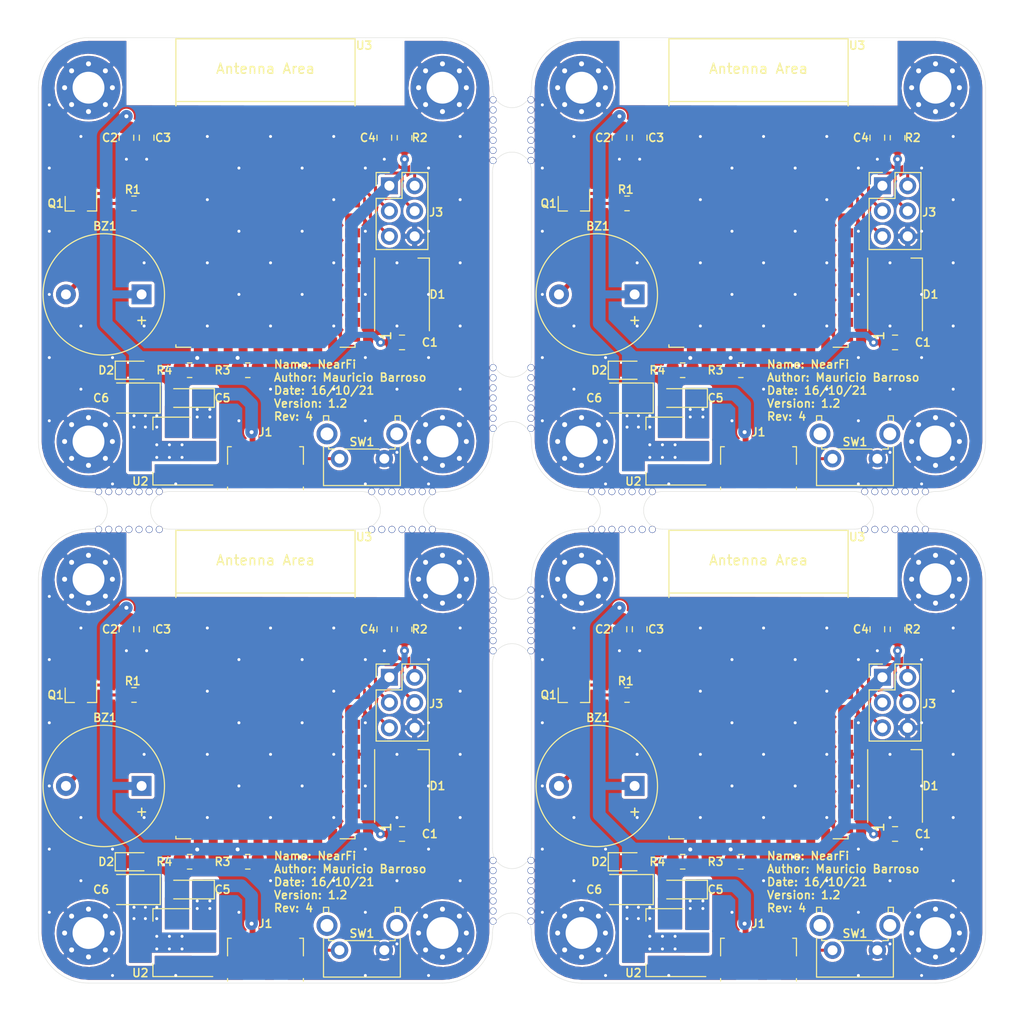
<source format=kicad_pcb>
(kicad_pcb (version 20171130) (host pcbnew 5.1.10-88a1d61d58~90~ubuntu20.04.1)
  (title_block (title NearFi) (date 2021-10-16) (rev 4) (comment 3 "email: mbarrosobenavides@gmail.com") (comment 4 "Author: Mauricio Barroso Benavides"))
  (layers (0 F.Cu signal) (31 B.Cu signal) (34 B.Paste user) (35 F.Paste user) (36 B.SilkS user) (37 F.SilkS user) (38 B.Mask user) (39 F.Mask user) (44 Edge.Cuts user))
  (net 0 "")
  (net 1 +3V3)
  (net 2 GND)
  (net 3 +5V)
  (net 4 /RGB)
  (net 5 "Net-(D2-Pad2)")
  (net 6 "Net-(J1-Pad6)")
  (net 7 /RXD)
  (net 8 /TXD)
  (net 9 "Net-(R3-Pad1)")
  (net 10 "Net-(BZ1-Pad2)")
  (net 11 "Net-(Q1-Pad1)")
  (net 12 /BUZZER)
  (net 13 /RESET)
  (net 14 /BOOT)
  (net 15 /FUNC)
  (module MountingHole:MountingHole_3.2mm_M3_Pad_Via (layer F.Cu) (at 167.132 94.6658)
    (fp_text reference H3 hide)
    (fp_text value MountingHole_Pad)
    (pad 1 thru_hole circle (at 1.697056 -1.697056) (size 0.8 0.8) (drill 0.5) (layers *.Cu *.Mask))
    (pad 1 thru_hole circle (at 0 -2.4) (size 0.8 0.8) (drill 0.5) (layers *.Cu *.Mask))
    (pad 1 thru_hole circle (at -1.697056 -1.697056) (size 0.8 0.8) (drill 0.5) (layers *.Cu *.Mask))
    (pad 1 thru_hole circle (at -2.4 0) (size 0.8 0.8) (drill 0.5) (layers *.Cu *.Mask))
    (pad 1 thru_hole circle (at -1.697056 1.697056) (size 0.8 0.8) (drill 0.5) (layers *.Cu *.Mask))
    (pad 1 thru_hole circle (at 0 2.4) (size 0.8 0.8) (drill 0.5) (layers *.Cu *.Mask))
    (pad 1 thru_hole circle (at 1.697056 1.697056) (size 0.8 0.8) (drill 0.5) (layers *.Cu *.Mask))
    (pad 1 thru_hole circle (at 2.4 0) (size 0.8 0.8) (drill 0.5) (layers *.Cu *.Mask))
    (pad 1 thru_hole circle (at 0 0) (size 6.4 6.4) (drill 3.2) (layers *.Cu *.Mask))
  )
  (module Connector_PinHeader_2.54mm:PinHeader_2x03_P2.54mm_Vertical (layer F.Cu) (at 161.798 104.521)
    (fp_text reference J3 (at 4.699 2.667) (layer F.SilkS) (effects (font (size 0.8128 0.8128) (thickness 0.1524))))
    (fp_text value CONN_PROG)
    (pad 1 thru_hole rect (at 0 0) (size 1.7 1.7) (drill 1) (layers *.Cu *.Mask))
    (pad 2 thru_hole oval (at 2.54 0) (size 1.7 1.7) (drill 1) (layers *.Cu *.Mask))
    (pad 3 thru_hole oval (at 0 2.54) (size 1.7 1.7) (drill 1) (layers *.Cu *.Mask))
    (pad 4 thru_hole oval (at 2.54 2.54) (size 1.7 1.7) (drill 1) (layers *.Cu *.Mask))
    (pad 5 thru_hole oval (at 0 5.08) (size 1.7 1.7) (drill 1) (layers *.Cu *.Mask))
    (pad 6 thru_hole oval (at 2.54 5.08) (size 1.7 1.7) (drill 1) (layers *.Cu *.Mask))
  )
  (module Resistor_SMD:R_0805_2012Metric_Pad1.20x1.40mm_HandSolder (layer F.Cu) (at 147.574 123.063 180)
    (fp_text reference R3 (at 2.54 0) (layer F.SilkS) (effects (font (size 0.8128 0.8128) (thickness 0.1524))))
    (fp_text value 10K)
    (pad 2 smd roundrect (at 1 0 180) (size 1.2 1.4) (layers F.Cu F.Paste F.Mask) (roundrect_rratio 0.2083325))
    (pad 1 smd roundrect (at -1 0 180) (size 1.2 1.4) (layers F.Cu F.Paste F.Mask) (roundrect_rratio 0.2083325))
  )
  (module LED_SMD:LED_WS2812B_PLCC4_5.0x5.0mm_P3.2mm (layer F.Cu) (at 163.068 115.443 90)
    (fp_text reference D1 (at 0 3.556 180) (layer F.SilkS) (effects (font (size 0.8128 0.8128) (thickness 0.1524))))
    (fp_text value WS2812B)
    (fp_text user 1 (at -4.15 -1.6 90) (layer F.SilkS))
    (pad 3 smd rect (at 2.45 1.6 90) (size 1.5 1) (layers F.Cu F.Paste F.Mask))
    (pad 4 smd rect (at 2.45 -1.6 90) (size 1.5 1) (layers F.Cu F.Paste F.Mask))
    (pad 2 smd rect (at -2.45 1.6 90) (size 1.5 1) (layers F.Cu F.Paste F.Mask))
    (pad 1 smd rect (at -2.45 -1.6 90) (size 1.5 1) (layers F.Cu F.Paste F.Mask))
  )
  (module Capacitor_SMD:C_0805_2012Metric_Pad1.18x1.45mm_HandSolder (layer F.Cu) (at 137.414 99.695 90)
    (fp_text reference C3 (at 0 1.651 180) (layer F.SilkS) (effects (font (size 0.8128 0.8128) (thickness 0.1524))))
    (fp_text value 100n)
    (pad 2 smd roundrect (at 1.0375 0 90) (size 1.175 1.45) (layers F.Cu F.Paste F.Mask) (roundrect_rratio 0.2127659574468085))
    (pad 1 smd roundrect (at -1.0375 0 90) (size 1.175 1.45) (layers F.Cu F.Paste F.Mask) (roundrect_rratio 0.2127659574468085))
  )
  (module Capacitor_Tantalum_SMD:CP_EIA-3528-21_Kemet-B_Pad1.50x2.35mm_HandSolder (layer F.Cu) (at 136.144 125.857 180)
    (fp_text reference C6 (at 3.302 0) (layer F.SilkS) (effects (font (size 0.8128 0.8128) (thickness 0.1524))))
    (fp_text value 100u)
    (pad 1 smd roundrect (at -1.625 0 180) (size 1.5 2.35) (layers F.Cu F.Paste F.Mask) (roundrect_rratio 0.1666666666666667))
    (pad 2 smd roundrect (at 1.625 0 180) (size 1.5 2.35) (layers F.Cu F.Paste F.Mask) (roundrect_rratio 0.1666666666666667))
  )
  (module Resistor_SMD:R_0805_2012Metric_Pad1.20x1.40mm_HandSolder (layer F.Cu) (at 141.732 123.063)
    (fp_text reference R4 (at -2.54 0) (layer F.SilkS) (effects (font (size 0.8128 0.8128) (thickness 0.1524))))
    (fp_text value 5.1K)
    (pad 2 smd roundrect (at 1 0) (size 1.2 1.4) (layers F.Cu F.Paste F.Mask) (roundrect_rratio 0.2083325))
    (pad 1 smd roundrect (at -1 0) (size 1.2 1.4) (layers F.Cu F.Paste F.Mask) (roundrect_rratio 0.2083325))
  )
  (module Buzzer_Beeper:Buzzer_12x9.5RM7.6 (layer F.Cu) (at 136.906 115.443 180)
    (fp_text reference BZ1 (at 3.683 6.858) (layer F.SilkS) (effects (font (size 0.8128 0.8128) (thickness 0.1524))))
    (fp_text value Buzzer)
    (fp_text user + (at -0.01 -2.54) (layer F.SilkS))
    (pad 1 thru_hole rect (at 0 0 180) (size 2 2) (drill 1) (layers *.Cu *.Mask))
    (pad 2 thru_hole circle (at 7.6 0 180) (size 2 2) (drill 1) (layers *.Cu *.Mask))
  )
  (module Capacitor_SMD:C_0805_2012Metric_Pad1.18x1.45mm_HandSolder (layer F.Cu) (at 135.382 99.695 90)
    (fp_text reference C2 (at 0 -1.651 180) (layer F.SilkS) (effects (font (size 0.8128 0.8128) (thickness 0.1524))))
    (fp_text value 22u)
    (pad 2 smd roundrect (at 1.0375 0 90) (size 1.175 1.45) (layers F.Cu F.Paste F.Mask) (roundrect_rratio 0.2127659574468085))
    (pad 1 smd roundrect (at -1.0375 0 90) (size 1.175 1.45) (layers F.Cu F.Paste F.Mask) (roundrect_rratio 0.2127659574468085))
  )
  (module Package_TO_SOT_SMD:SOT-223-3_TabPin2 (layer F.Cu) (at 139.954 131.191 180)
    (fp_text reference U2 (at 3.175 -3.048) (layer F.SilkS) (effects (font (size 0.8128 0.8128) (thickness 0.1524))))
    (fp_text value TLV1117-33)
    (pad 2 smd rect (at 3.15 0 180) (size 2 3.8) (layers F.Cu F.Paste F.Mask))
    (pad 2 smd rect (at -3.15 0 180) (size 2 1.5) (layers F.Cu F.Paste F.Mask))
    (pad 3 smd rect (at -3.15 2.3 180) (size 2 1.5) (layers F.Cu F.Paste F.Mask))
    (pad 1 smd rect (at -3.15 -2.3 180) (size 2 1.5) (layers F.Cu F.Paste F.Mask))
  )
  (module Capacitor_Tantalum_SMD:CP_EIA-3216-18_Kemet-A_Pad1.58x1.35mm_HandSolder (layer F.Cu) (at 141.732 125.857 180)
    (fp_text reference C5 (at -3.302 0) (layer F.SilkS) (effects (font (size 0.8128 0.8128) (thickness 0.1524))))
    (fp_text value 10u)
    (pad 1 smd roundrect (at -1.4375 0 180) (size 1.575 1.35) (layers F.Cu F.Paste F.Mask) (roundrect_rratio 0.1851844444444445))
    (pad 2 smd roundrect (at 1.4375 0 180) (size 1.575 1.35) (layers F.Cu F.Paste F.Mask) (roundrect_rratio 0.1851844444444445))
  )
  (module Resistor_SMD:R_0805_2012Metric_Pad1.20x1.40mm_HandSolder (layer F.Cu) (at 136.144 106.299 180)
    (fp_text reference R1 (at 0.127 1.397) (layer F.SilkS) (effects (font (size 0.8128 0.8128) (thickness 0.1524))))
    (fp_text value 10K)
    (pad 1 smd roundrect (at -1 0 180) (size 1.2 1.4) (layers F.Cu F.Paste F.Mask) (roundrect_rratio 0.2083325))
    (pad 2 smd roundrect (at 1 0 180) (size 1.2 1.4) (layers F.Cu F.Paste F.Mask) (roundrect_rratio 0.2083325))
  )
  (module Capacitor_SMD:C_0805_2012Metric_Pad1.18x1.45mm_HandSolder (layer F.Cu) (at 163.068 120.269)
    (fp_text reference C1 (at 2.794 0) (layer F.SilkS) (effects (font (size 0.8128 0.8128) (thickness 0.1524))))
    (fp_text value 100n)
    (pad 1 smd roundrect (at -1.0375 0) (size 1.175 1.45) (layers F.Cu F.Paste F.Mask) (roundrect_rratio 0.2127659574468085))
    (pad 2 smd roundrect (at 1.0375 0) (size 1.175 1.45) (layers F.Cu F.Paste F.Mask) (roundrect_rratio 0.2127659574468085))
  )
  (module Connector_USB:USB_Micro-B_Molex_47346-0001 (layer F.Cu) (at 149.352 132.461)
    (fp_text reference J1 (at 0 -3.175 180) (layer F.SilkS) (effects (font (size 0.8128 0.8128) (thickness 0.1524))))
    (fp_text value PWR_CONN)
    (pad 6 smd rect (at 1.55 1.2) (size 1 1.9) (layers F.Cu F.Paste F.Mask))
    (pad 6 smd rect (at -1.15 1.2) (size 1.8 1.9) (layers F.Cu F.Paste F.Mask))
    (pad 6 smd rect (at 3.375 1.2) (size 1.65 1.3) (layers F.Cu F.Paste F.Mask))
    (pad 6 smd rect (at -3.375 1.2) (size 1.65 1.3) (layers F.Cu F.Paste F.Mask))
    (pad 6 smd rect (at 2.4875 -1.375) (size 1.425 1.55) (layers F.Cu F.Paste F.Mask))
    (pad 6 smd rect (at -2.4875 -1.375) (size 1.425 1.55) (layers F.Cu F.Paste F.Mask))
    (pad 5 smd rect (at 1.3 -1.46) (size 0.45 1.38) (layers F.Cu F.Paste F.Mask))
    (pad 4 smd rect (at 0.65 -1.46) (size 0.45 1.38) (layers F.Cu F.Paste F.Mask))
    (pad 3 smd rect (at 0 -1.46) (size 0.45 1.38) (layers F.Cu F.Paste F.Mask))
    (pad 2 smd rect (at -0.65 -1.46) (size 0.45 1.38) (layers F.Cu F.Paste F.Mask))
    (pad 1 smd rect (at -1.3 -1.46) (size 0.45 1.38) (layers F.Cu F.Paste F.Mask))
  )
  (module Capacitor_SMD:C_0805_2012Metric_Pad1.18x1.45mm_HandSolder (layer F.Cu) (at 161.29 99.695 90)
    (fp_text reference C4 (at 0 -1.651 180) (layer F.SilkS) (effects (font (size 0.8128 0.8128) (thickness 0.1524))))
    (fp_text value 1u)
    (pad 2 smd roundrect (at 1.0375 0 90) (size 1.175 1.45) (layers F.Cu F.Paste F.Mask) (roundrect_rratio 0.2127659574468085))
    (pad 1 smd roundrect (at -1.0375 0 90) (size 1.175 1.45) (layers F.Cu F.Paste F.Mask) (roundrect_rratio 0.2127659574468085))
  )
  (module MountingHole:MountingHole_3.2mm_M3_Pad_Via (layer F.Cu) (at 131.572 130.2258)
    (fp_text reference H1 hide)
    (fp_text value MountingHole_Pad)
    (pad 1 thru_hole circle (at 1.697056 -1.697056) (size 0.8 0.8) (drill 0.5) (layers *.Cu *.Mask))
    (pad 1 thru_hole circle (at 0 -2.4) (size 0.8 0.8) (drill 0.5) (layers *.Cu *.Mask))
    (pad 1 thru_hole circle (at -1.697056 -1.697056) (size 0.8 0.8) (drill 0.5) (layers *.Cu *.Mask))
    (pad 1 thru_hole circle (at -2.4 0) (size 0.8 0.8) (drill 0.5) (layers *.Cu *.Mask))
    (pad 1 thru_hole circle (at -1.697056 1.697056) (size 0.8 0.8) (drill 0.5) (layers *.Cu *.Mask))
    (pad 1 thru_hole circle (at 0 2.4) (size 0.8 0.8) (drill 0.5) (layers *.Cu *.Mask))
    (pad 1 thru_hole circle (at 1.697056 1.697056) (size 0.8 0.8) (drill 0.5) (layers *.Cu *.Mask))
    (pad 1 thru_hole circle (at 2.4 0) (size 0.8 0.8) (drill 0.5) (layers *.Cu *.Mask))
    (pad 1 thru_hole circle (at 0 0) (size 6.4 6.4) (drill 3.2) (layers *.Cu *.Mask))
  )
  (module Button_Switch_THT:SW_Tactile_SPST_Angled_PTS645Vx31-2LFS (layer F.Cu) (at 161.29 131.953 180)
    (fp_text reference SW1 (at 2.25 1.68) (layer F.SilkS) (effects (font (size 0.8128 0.8128) (thickness 0.1524))))
    (fp_text value FUNCTION)
    (pad "" thru_hole circle (at -1.25 2.49 180) (size 2.1 2.1) (drill 1.3) (layers *.Cu *.Mask))
    (pad 1 thru_hole circle (at 0 0 180) (size 1.75 1.75) (drill 0.99) (layers *.Cu *.Mask))
    (pad 2 thru_hole circle (at 4.5 0 180) (size 1.75 1.75) (drill 0.99) (layers *.Cu *.Mask))
    (pad "" thru_hole circle (at 5.76 2.49 180) (size 2.1 2.1) (drill 1.3) (layers *.Cu *.Mask))
  )
  (module Resistor_SMD:R_0805_2012Metric_Pad1.20x1.40mm_HandSolder (layer F.Cu) (at 163.322 99.695 270)
    (fp_text reference R2 (at 0 -1.524 180) (layer F.SilkS) (effects (font (size 0.8128 0.8128) (thickness 0.1524))))
    (fp_text value 10K)
    (pad 2 smd roundrect (at 1 0 270) (size 1.2 1.4) (layers F.Cu F.Paste F.Mask) (roundrect_rratio 0.2083325))
    (pad 1 smd roundrect (at -1 0 270) (size 1.2 1.4) (layers F.Cu F.Paste F.Mask) (roundrect_rratio 0.2083325))
  )
  (module LED_SMD:LED_0805_2012Metric_Castellated (layer F.Cu) (at 136.144 123.063)
    (fp_text reference D2 (at -2.794 0) (layer F.SilkS) (effects (font (size 0.8128 0.8128) (thickness 0.1524))))
    (fp_text value LED_PWR)
    (pad 2 smd roundrect (at 0.9625 0) (size 1.325 1.3) (layers F.Cu F.Paste F.Mask) (roundrect_rratio 0.1923069230769231))
    (pad 1 smd roundrect (at -0.9625 0) (size 1.325 1.3) (layers F.Cu F.Paste F.Mask) (roundrect_rratio 0.1923069230769231))
  )
  (module Espressif:ESP32-S2-WROOM (layer F.Cu) (at 149.352 108.403)
    (fp_text reference U3 (at 9.906 -17.979) (layer F.SilkS) (effects (font (size 0.8128 0.8128) (thickness 0.1524))))
    (fp_text value ESP32-S2-WROOM)
    (fp_text user "Antenna Area" (at 0 -15.65) (layer F.SilkS))
    (pad 16 smd rect (at -8.75 11.35) (size 1.5 0.9) (layers F.Cu F.Paste F.Mask))
    (pad 15 smd rect (at -8.75 9.85) (size 1.5 0.9) (layers F.Cu F.Paste F.Mask))
    (pad 14 smd rect (at -8.75 8.35) (size 1.5 0.9) (layers F.Cu F.Paste F.Mask))
    (pad 13 smd rect (at -8.75 6.85) (size 1.5 0.9) (layers F.Cu F.Paste F.Mask))
    (pad 12 smd rect (at -8.75 5.35) (size 1.5 0.9) (layers F.Cu F.Paste F.Mask))
    (pad 11 smd rect (at -8.75 3.85) (size 1.5 0.9) (layers F.Cu F.Paste F.Mask))
    (pad 10 smd rect (at -8.75 2.35) (size 1.5 0.9) (layers F.Cu F.Paste F.Mask))
    (pad 9 smd rect (at -8.75 0.85) (size 1.5 0.9) (layers F.Cu F.Paste F.Mask))
    (pad 8 smd rect (at -8.75 -0.65) (size 1.5 0.9) (layers F.Cu F.Paste F.Mask))
    (pad 7 smd rect (at -8.75 -2.15) (size 1.5 0.9) (layers F.Cu F.Paste F.Mask))
    (pad 6 smd rect (at -8.75 -3.65) (size 1.5 0.9) (layers F.Cu F.Paste F.Mask))
    (pad 5 smd rect (at -8.75 -5.15) (size 1.5 0.9) (layers F.Cu F.Paste F.Mask))
    (pad 4 smd rect (at -8.75 -6.65) (size 1.5 0.9) (layers F.Cu F.Paste F.Mask))
    (pad 3 smd rect (at -8.75 -8.15) (size 1.5 0.9) (layers F.Cu F.Paste F.Mask))
    (pad 2 smd rect (at -8.75 -9.65) (size 1.5 0.9) (layers F.Cu F.Paste F.Mask))
    (pad 1 smd rect (at -8.75 -11.15) (size 1.5 0.9) (layers F.Cu F.Paste F.Mask))
    (pad 17 smd rect (at -6.75 12.1 90) (size 1.5 0.9) (layers F.Cu F.Paste F.Mask))
    (pad 18 smd rect (at -5.25 12.1 90) (size 1.5 0.9) (layers F.Cu F.Paste F.Mask))
    (pad 19 smd rect (at -3.75 12.1 90) (size 1.5 0.9) (layers F.Cu F.Paste F.Mask))
    (pad 20 smd rect (at -2.25 12.1 90) (size 1.5 0.9) (layers F.Cu F.Paste F.Mask))
    (pad 21 smd rect (at -0.75 12.1 90) (size 1.5 0.9) (layers F.Cu F.Paste F.Mask))
    (pad 22 smd rect (at 0.75 12.1 90) (size 1.5 0.9) (layers F.Cu F.Paste F.Mask))
    (pad 23 smd rect (at 2.25 12.1 90) (size 1.5 0.9) (layers F.Cu F.Paste F.Mask))
    (pad 24 smd rect (at 3.75 12.1 90) (size 1.5 0.9) (layers F.Cu F.Paste F.Mask))
    (pad 25 smd rect (at 5.25 12.1 90) (size 1.5 0.9) (layers F.Cu F.Paste F.Mask))
    (pad 26 smd rect (at 6.75 12.1 90) (size 1.5 0.9) (layers F.Cu F.Paste F.Mask))
    (pad 27 smd rect (at 8.75 11.35 180) (size 1.5 0.9) (layers F.Cu F.Paste F.Mask))
    (pad 28 smd rect (at 8.75 9.85 180) (size 1.5 0.9) (layers F.Cu F.Paste F.Mask))
    (pad 29 smd rect (at 8.75 8.35 180) (size 1.5 0.9) (layers F.Cu F.Paste F.Mask))
    (pad 30 smd rect (at 8.75 6.85 180) (size 1.5 0.9) (layers F.Cu F.Paste F.Mask))
    (pad 31 smd rect (at 8.75 5.35 180) (size 1.5 0.9) (layers F.Cu F.Paste F.Mask))
    (pad 32 smd rect (at 8.75 3.85 180) (size 1.5 0.9) (layers F.Cu F.Paste F.Mask))
    (pad 33 smd rect (at 8.75 2.35 180) (size 1.5 0.9) (layers F.Cu F.Paste F.Mask))
    (pad 34 smd rect (at 8.75 0.85 180) (size 1.5 0.9) (layers F.Cu F.Paste F.Mask))
    (pad 35 smd rect (at 8.75 -0.65 180) (size 1.5 0.9) (layers F.Cu F.Paste F.Mask))
    (pad 36 smd rect (at 8.75 -2.15 180) (size 1.5 0.9) (layers F.Cu F.Paste F.Mask))
    (pad 37 smd rect (at 8.75 -3.65 180) (size 1.5 0.9) (layers F.Cu F.Paste F.Mask))
    (pad 38 smd rect (at 8.75 -5.15 180) (size 1.5 0.9) (layers F.Cu F.Paste F.Mask))
    (pad 39 smd rect (at 8.75 -6.65 180) (size 1.5 0.9) (layers F.Cu F.Paste F.Mask))
    (pad 40 smd rect (at 8.75 -8.15 180) (size 1.5 0.9) (layers F.Cu F.Paste F.Mask))
    (pad 41 smd rect (at 8.75 -9.65 180) (size 1.5 0.9) (layers F.Cu F.Paste F.Mask))
    (pad 42 smd rect (at 8.75 -11.15 180) (size 1.5 0.9) (layers F.Cu F.Paste F.Mask))
    (pad 43 smd rect (at -1.19 -3.1 180) (size 1.1 1.1) (layers F.Cu F.Paste F.Mask))
    (pad 43 smd rect (at -1.19 -4.65 180) (size 1.1 1.1) (layers F.Cu F.Paste F.Mask))
    (pad 43 smd rect (at 0.31 -4.65 180) (size 1.1 1.1) (layers F.Cu F.Paste F.Mask))
    (pad 43 smd rect (at 0.31 -3.1 180) (size 1.1 1.1) (layers F.Cu F.Paste F.Mask))
    (pad 43 smd rect (at 0.31 -1.6 180) (size 1.1 1.1) (layers F.Cu F.Paste F.Mask))
    (pad 43 smd rect (at -1.19 -1.6 180) (size 1.1 1.1) (layers F.Cu F.Paste F.Mask))
    (pad 43 smd rect (at -2.69 -1.6 180) (size 1.1 1.1) (layers F.Cu F.Paste F.Mask))
    (pad 43 smd rect (at -2.69 -3.1 180) (size 1.1 1.1) (layers F.Cu F.Paste F.Mask))
    (pad 43 smd rect (at -2.69 -4.65 180) (size 1.1 1.1) (layers F.Cu F.Paste F.Mask))
  )
  (module MountingHole:MountingHole_3.2mm_M3_Pad_Via (layer F.Cu) (at 167.132 130.2258)
    (fp_text reference H2 hide)
    (fp_text value MountingHole_Pad)
    (pad 1 thru_hole circle (at 1.697056 -1.697056) (size 0.8 0.8) (drill 0.5) (layers *.Cu *.Mask))
    (pad 1 thru_hole circle (at 0 -2.4) (size 0.8 0.8) (drill 0.5) (layers *.Cu *.Mask))
    (pad 1 thru_hole circle (at -1.697056 -1.697056) (size 0.8 0.8) (drill 0.5) (layers *.Cu *.Mask))
    (pad 1 thru_hole circle (at -2.4 0) (size 0.8 0.8) (drill 0.5) (layers *.Cu *.Mask))
    (pad 1 thru_hole circle (at -1.697056 1.697056) (size 0.8 0.8) (drill 0.5) (layers *.Cu *.Mask))
    (pad 1 thru_hole circle (at 0 2.4) (size 0.8 0.8) (drill 0.5) (layers *.Cu *.Mask))
    (pad 1 thru_hole circle (at 1.697056 1.697056) (size 0.8 0.8) (drill 0.5) (layers *.Cu *.Mask))
    (pad 1 thru_hole circle (at 2.4 0) (size 0.8 0.8) (drill 0.5) (layers *.Cu *.Mask))
    (pad 1 thru_hole circle (at 0 0) (size 6.4 6.4) (drill 3.2) (layers *.Cu *.Mask))
  )
  (module Package_TO_SOT_SMD:SOT-23 (layer F.Cu) (at 130.81 106.299 270)
    (fp_text reference Q1 (at 0 2.54 180) (layer F.SilkS) (effects (font (size 0.8128 0.8128) (thickness 0.1524))))
    (fp_text value MMBT3904)
    (pad 3 smd rect (at 1 0 270) (size 0.9 0.8) (layers F.Cu F.Paste F.Mask))
    (pad 2 smd rect (at -1 0.95 270) (size 0.9 0.8) (layers F.Cu F.Paste F.Mask))
    (pad 1 smd rect (at -1 -0.95 270) (size 0.9 0.8) (layers F.Cu F.Paste F.Mask))
  )
  (module MountingHole:MountingHole_3.2mm_M3_Pad_Via (layer F.Cu) (at 131.572 94.6658)
    (fp_text reference H4 hide)
    (fp_text value MountingHole_Pad)
    (pad 1 thru_hole circle (at 1.697056 -1.697056) (size 0.8 0.8) (drill 0.5) (layers *.Cu *.Mask))
    (pad 1 thru_hole circle (at 0 -2.4) (size 0.8 0.8) (drill 0.5) (layers *.Cu *.Mask))
    (pad 1 thru_hole circle (at -1.697056 -1.697056) (size 0.8 0.8) (drill 0.5) (layers *.Cu *.Mask))
    (pad 1 thru_hole circle (at -2.4 0) (size 0.8 0.8) (drill 0.5) (layers *.Cu *.Mask))
    (pad 1 thru_hole circle (at -1.697056 1.697056) (size 0.8 0.8) (drill 0.5) (layers *.Cu *.Mask))
    (pad 1 thru_hole circle (at 0 2.4) (size 0.8 0.8) (drill 0.5) (layers *.Cu *.Mask))
    (pad 1 thru_hole circle (at 1.697056 1.697056) (size 0.8 0.8) (drill 0.5) (layers *.Cu *.Mask))
    (pad 1 thru_hole circle (at 2.4 0) (size 0.8 0.8) (drill 0.5) (layers *.Cu *.Mask))
    (pad 1 thru_hole circle (at 0 0) (size 6.4 6.4) (drill 3.2) (layers *.Cu *.Mask))
  )
  (module MountingHole:MountingHole_3.2mm_M3_Pad_Via (layer F.Cu) (at 216.662 94.6658)
    (fp_text reference H3 hide)
    (fp_text value MountingHole_Pad)
    (pad 1 thru_hole circle (at 1.697056 -1.697056) (size 0.8 0.8) (drill 0.5) (layers *.Cu *.Mask))
    (pad 1 thru_hole circle (at 0 -2.4) (size 0.8 0.8) (drill 0.5) (layers *.Cu *.Mask))
    (pad 1 thru_hole circle (at -1.697056 -1.697056) (size 0.8 0.8) (drill 0.5) (layers *.Cu *.Mask))
    (pad 1 thru_hole circle (at -2.4 0) (size 0.8 0.8) (drill 0.5) (layers *.Cu *.Mask))
    (pad 1 thru_hole circle (at -1.697056 1.697056) (size 0.8 0.8) (drill 0.5) (layers *.Cu *.Mask))
    (pad 1 thru_hole circle (at 0 2.4) (size 0.8 0.8) (drill 0.5) (layers *.Cu *.Mask))
    (pad 1 thru_hole circle (at 1.697056 1.697056) (size 0.8 0.8) (drill 0.5) (layers *.Cu *.Mask))
    (pad 1 thru_hole circle (at 2.4 0) (size 0.8 0.8) (drill 0.5) (layers *.Cu *.Mask))
    (pad 1 thru_hole circle (at 0 0) (size 6.4 6.4) (drill 3.2) (layers *.Cu *.Mask))
  )
  (module Connector_PinHeader_2.54mm:PinHeader_2x03_P2.54mm_Vertical (layer F.Cu) (at 211.328 104.521)
    (fp_text reference J3 (at 4.699 2.667) (layer F.SilkS) (effects (font (size 0.8128 0.8128) (thickness 0.1524))))
    (fp_text value CONN_PROG)
    (pad 1 thru_hole rect (at 0 0) (size 1.7 1.7) (drill 1) (layers *.Cu *.Mask))
    (pad 2 thru_hole oval (at 2.54 0) (size 1.7 1.7) (drill 1) (layers *.Cu *.Mask))
    (pad 3 thru_hole oval (at 0 2.54) (size 1.7 1.7) (drill 1) (layers *.Cu *.Mask))
    (pad 4 thru_hole oval (at 2.54 2.54) (size 1.7 1.7) (drill 1) (layers *.Cu *.Mask))
    (pad 5 thru_hole oval (at 0 5.08) (size 1.7 1.7) (drill 1) (layers *.Cu *.Mask))
    (pad 6 thru_hole oval (at 2.54 5.08) (size 1.7 1.7) (drill 1) (layers *.Cu *.Mask))
  )
  (module Resistor_SMD:R_0805_2012Metric_Pad1.20x1.40mm_HandSolder (layer F.Cu) (at 197.104 123.063 180)
    (fp_text reference R3 (at 2.54 0) (layer F.SilkS) (effects (font (size 0.8128 0.8128) (thickness 0.1524))))
    (fp_text value 10K)
    (pad 2 smd roundrect (at 1 0 180) (size 1.2 1.4) (layers F.Cu F.Paste F.Mask) (roundrect_rratio 0.2083325))
    (pad 1 smd roundrect (at -1 0 180) (size 1.2 1.4) (layers F.Cu F.Paste F.Mask) (roundrect_rratio 0.2083325))
  )
  (module LED_SMD:LED_WS2812B_PLCC4_5.0x5.0mm_P3.2mm (layer F.Cu) (at 212.598 115.443 90)
    (fp_text reference D1 (at 0 3.556 180) (layer F.SilkS) (effects (font (size 0.8128 0.8128) (thickness 0.1524))))
    (fp_text value WS2812B)
    (fp_text user 1 (at -4.15 -1.6 90) (layer F.SilkS))
    (pad 3 smd rect (at 2.45 1.6 90) (size 1.5 1) (layers F.Cu F.Paste F.Mask))
    (pad 4 smd rect (at 2.45 -1.6 90) (size 1.5 1) (layers F.Cu F.Paste F.Mask))
    (pad 2 smd rect (at -2.45 1.6 90) (size 1.5 1) (layers F.Cu F.Paste F.Mask))
    (pad 1 smd rect (at -2.45 -1.6 90) (size 1.5 1) (layers F.Cu F.Paste F.Mask))
  )
  (module Capacitor_SMD:C_0805_2012Metric_Pad1.18x1.45mm_HandSolder (layer F.Cu) (at 186.944 99.695 90)
    (fp_text reference C3 (at 0 1.651 180) (layer F.SilkS) (effects (font (size 0.8128 0.8128) (thickness 0.1524))))
    (fp_text value 100n)
    (pad 2 smd roundrect (at 1.0375 0 90) (size 1.175 1.45) (layers F.Cu F.Paste F.Mask) (roundrect_rratio 0.2127659574468085))
    (pad 1 smd roundrect (at -1.0375 0 90) (size 1.175 1.45) (layers F.Cu F.Paste F.Mask) (roundrect_rratio 0.2127659574468085))
  )
  (module Capacitor_Tantalum_SMD:CP_EIA-3528-21_Kemet-B_Pad1.50x2.35mm_HandSolder (layer F.Cu) (at 185.674 125.857 180)
    (fp_text reference C6 (at 3.302 0) (layer F.SilkS) (effects (font (size 0.8128 0.8128) (thickness 0.1524))))
    (fp_text value 100u)
    (pad 1 smd roundrect (at -1.625 0 180) (size 1.5 2.35) (layers F.Cu F.Paste F.Mask) (roundrect_rratio 0.1666666666666667))
    (pad 2 smd roundrect (at 1.625 0 180) (size 1.5 2.35) (layers F.Cu F.Paste F.Mask) (roundrect_rratio 0.1666666666666667))
  )
  (module Resistor_SMD:R_0805_2012Metric_Pad1.20x1.40mm_HandSolder (layer F.Cu) (at 191.262 123.063)
    (fp_text reference R4 (at -2.54 0) (layer F.SilkS) (effects (font (size 0.8128 0.8128) (thickness 0.1524))))
    (fp_text value 5.1K)
    (pad 2 smd roundrect (at 1 0) (size 1.2 1.4) (layers F.Cu F.Paste F.Mask) (roundrect_rratio 0.2083325))
    (pad 1 smd roundrect (at -1 0) (size 1.2 1.4) (layers F.Cu F.Paste F.Mask) (roundrect_rratio 0.2083325))
  )
  (module Buzzer_Beeper:Buzzer_12x9.5RM7.6 (layer F.Cu) (at 186.436 115.443 180)
    (fp_text reference BZ1 (at 3.683 6.858) (layer F.SilkS) (effects (font (size 0.8128 0.8128) (thickness 0.1524))))
    (fp_text value Buzzer)
    (fp_text user + (at -0.01 -2.54) (layer F.SilkS))
    (pad 1 thru_hole rect (at 0 0 180) (size 2 2) (drill 1) (layers *.Cu *.Mask))
    (pad 2 thru_hole circle (at 7.6 0 180) (size 2 2) (drill 1) (layers *.Cu *.Mask))
  )
  (module Capacitor_SMD:C_0805_2012Metric_Pad1.18x1.45mm_HandSolder (layer F.Cu) (at 184.912 99.695 90)
    (fp_text reference C2 (at 0 -1.651 180) (layer F.SilkS) (effects (font (size 0.8128 0.8128) (thickness 0.1524))))
    (fp_text value 22u)
    (pad 2 smd roundrect (at 1.0375 0 90) (size 1.175 1.45) (layers F.Cu F.Paste F.Mask) (roundrect_rratio 0.2127659574468085))
    (pad 1 smd roundrect (at -1.0375 0 90) (size 1.175 1.45) (layers F.Cu F.Paste F.Mask) (roundrect_rratio 0.2127659574468085))
  )
  (module Package_TO_SOT_SMD:SOT-223-3_TabPin2 (layer F.Cu) (at 189.484 131.191 180)
    (fp_text reference U2 (at 3.175 -3.048) (layer F.SilkS) (effects (font (size 0.8128 0.8128) (thickness 0.1524))))
    (fp_text value TLV1117-33)
    (pad 2 smd rect (at 3.15 0 180) (size 2 3.8) (layers F.Cu F.Paste F.Mask))
    (pad 2 smd rect (at -3.15 0 180) (size 2 1.5) (layers F.Cu F.Paste F.Mask))
    (pad 3 smd rect (at -3.15 2.3 180) (size 2 1.5) (layers F.Cu F.Paste F.Mask))
    (pad 1 smd rect (at -3.15 -2.3 180) (size 2 1.5) (layers F.Cu F.Paste F.Mask))
  )
  (module Capacitor_Tantalum_SMD:CP_EIA-3216-18_Kemet-A_Pad1.58x1.35mm_HandSolder (layer F.Cu) (at 191.262 125.857 180)
    (fp_text reference C5 (at -3.302 0) (layer F.SilkS) (effects (font (size 0.8128 0.8128) (thickness 0.1524))))
    (fp_text value 10u)
    (pad 1 smd roundrect (at -1.4375 0 180) (size 1.575 1.35) (layers F.Cu F.Paste F.Mask) (roundrect_rratio 0.1851844444444445))
    (pad 2 smd roundrect (at 1.4375 0 180) (size 1.575 1.35) (layers F.Cu F.Paste F.Mask) (roundrect_rratio 0.1851844444444445))
  )
  (module Resistor_SMD:R_0805_2012Metric_Pad1.20x1.40mm_HandSolder (layer F.Cu) (at 185.674 106.299 180)
    (fp_text reference R1 (at 0.127 1.397) (layer F.SilkS) (effects (font (size 0.8128 0.8128) (thickness 0.1524))))
    (fp_text value 10K)
    (pad 1 smd roundrect (at -1 0 180) (size 1.2 1.4) (layers F.Cu F.Paste F.Mask) (roundrect_rratio 0.2083325))
    (pad 2 smd roundrect (at 1 0 180) (size 1.2 1.4) (layers F.Cu F.Paste F.Mask) (roundrect_rratio 0.2083325))
  )
  (module Capacitor_SMD:C_0805_2012Metric_Pad1.18x1.45mm_HandSolder (layer F.Cu) (at 212.598 120.269)
    (fp_text reference C1 (at 2.794 0) (layer F.SilkS) (effects (font (size 0.8128 0.8128) (thickness 0.1524))))
    (fp_text value 100n)
    (pad 1 smd roundrect (at -1.0375 0) (size 1.175 1.45) (layers F.Cu F.Paste F.Mask) (roundrect_rratio 0.2127659574468085))
    (pad 2 smd roundrect (at 1.0375 0) (size 1.175 1.45) (layers F.Cu F.Paste F.Mask) (roundrect_rratio 0.2127659574468085))
  )
  (module Connector_USB:USB_Micro-B_Molex_47346-0001 (layer F.Cu) (at 198.882 132.461)
    (fp_text reference J1 (at 0 -3.175 180) (layer F.SilkS) (effects (font (size 0.8128 0.8128) (thickness 0.1524))))
    (fp_text value PWR_CONN)
    (pad 6 smd rect (at 1.55 1.2) (size 1 1.9) (layers F.Cu F.Paste F.Mask))
    (pad 6 smd rect (at -1.15 1.2) (size 1.8 1.9) (layers F.Cu F.Paste F.Mask))
    (pad 6 smd rect (at 3.375 1.2) (size 1.65 1.3) (layers F.Cu F.Paste F.Mask))
    (pad 6 smd rect (at -3.375 1.2) (size 1.65 1.3) (layers F.Cu F.Paste F.Mask))
    (pad 6 smd rect (at 2.4875 -1.375) (size 1.425 1.55) (layers F.Cu F.Paste F.Mask))
    (pad 6 smd rect (at -2.4875 -1.375) (size 1.425 1.55) (layers F.Cu F.Paste F.Mask))
    (pad 5 smd rect (at 1.3 -1.46) (size 0.45 1.38) (layers F.Cu F.Paste F.Mask))
    (pad 4 smd rect (at 0.65 -1.46) (size 0.45 1.38) (layers F.Cu F.Paste F.Mask))
    (pad 3 smd rect (at 0 -1.46) (size 0.45 1.38) (layers F.Cu F.Paste F.Mask))
    (pad 2 smd rect (at -0.65 -1.46) (size 0.45 1.38) (layers F.Cu F.Paste F.Mask))
    (pad 1 smd rect (at -1.3 -1.46) (size 0.45 1.38) (layers F.Cu F.Paste F.Mask))
  )
  (module Capacitor_SMD:C_0805_2012Metric_Pad1.18x1.45mm_HandSolder (layer F.Cu) (at 210.82 99.695 90)
    (fp_text reference C4 (at 0 -1.651 180) (layer F.SilkS) (effects (font (size 0.8128 0.8128) (thickness 0.1524))))
    (fp_text value 1u)
    (pad 2 smd roundrect (at 1.0375 0 90) (size 1.175 1.45) (layers F.Cu F.Paste F.Mask) (roundrect_rratio 0.2127659574468085))
    (pad 1 smd roundrect (at -1.0375 0 90) (size 1.175 1.45) (layers F.Cu F.Paste F.Mask) (roundrect_rratio 0.2127659574468085))
  )
  (module MountingHole:MountingHole_3.2mm_M3_Pad_Via (layer F.Cu) (at 181.102 130.2258)
    (fp_text reference H1 hide)
    (fp_text value MountingHole_Pad)
    (pad 1 thru_hole circle (at 1.697056 -1.697056) (size 0.8 0.8) (drill 0.5) (layers *.Cu *.Mask))
    (pad 1 thru_hole circle (at 0 -2.4) (size 0.8 0.8) (drill 0.5) (layers *.Cu *.Mask))
    (pad 1 thru_hole circle (at -1.697056 -1.697056) (size 0.8 0.8) (drill 0.5) (layers *.Cu *.Mask))
    (pad 1 thru_hole circle (at -2.4 0) (size 0.8 0.8) (drill 0.5) (layers *.Cu *.Mask))
    (pad 1 thru_hole circle (at -1.697056 1.697056) (size 0.8 0.8) (drill 0.5) (layers *.Cu *.Mask))
    (pad 1 thru_hole circle (at 0 2.4) (size 0.8 0.8) (drill 0.5) (layers *.Cu *.Mask))
    (pad 1 thru_hole circle (at 1.697056 1.697056) (size 0.8 0.8) (drill 0.5) (layers *.Cu *.Mask))
    (pad 1 thru_hole circle (at 2.4 0) (size 0.8 0.8) (drill 0.5) (layers *.Cu *.Mask))
    (pad 1 thru_hole circle (at 0 0) (size 6.4 6.4) (drill 3.2) (layers *.Cu *.Mask))
  )
  (module Button_Switch_THT:SW_Tactile_SPST_Angled_PTS645Vx31-2LFS (layer F.Cu) (at 210.82 131.953 180)
    (fp_text reference SW1 (at 2.25 1.68) (layer F.SilkS) (effects (font (size 0.8128 0.8128) (thickness 0.1524))))
    (fp_text value FUNCTION)
    (pad "" thru_hole circle (at -1.25 2.49 180) (size 2.1 2.1) (drill 1.3) (layers *.Cu *.Mask))
    (pad 1 thru_hole circle (at 0 0 180) (size 1.75 1.75) (drill 0.99) (layers *.Cu *.Mask))
    (pad 2 thru_hole circle (at 4.5 0 180) (size 1.75 1.75) (drill 0.99) (layers *.Cu *.Mask))
    (pad "" thru_hole circle (at 5.76 2.49 180) (size 2.1 2.1) (drill 1.3) (layers *.Cu *.Mask))
  )
  (module Resistor_SMD:R_0805_2012Metric_Pad1.20x1.40mm_HandSolder (layer F.Cu) (at 212.852 99.695 270)
    (fp_text reference R2 (at 0 -1.524 180) (layer F.SilkS) (effects (font (size 0.8128 0.8128) (thickness 0.1524))))
    (fp_text value 10K)
    (pad 2 smd roundrect (at 1 0 270) (size 1.2 1.4) (layers F.Cu F.Paste F.Mask) (roundrect_rratio 0.2083325))
    (pad 1 smd roundrect (at -1 0 270) (size 1.2 1.4) (layers F.Cu F.Paste F.Mask) (roundrect_rratio 0.2083325))
  )
  (module LED_SMD:LED_0805_2012Metric_Castellated (layer F.Cu) (at 185.674 123.063)
    (fp_text reference D2 (at -2.794 0) (layer F.SilkS) (effects (font (size 0.8128 0.8128) (thickness 0.1524))))
    (fp_text value LED_PWR)
    (pad 2 smd roundrect (at 0.9625 0) (size 1.325 1.3) (layers F.Cu F.Paste F.Mask) (roundrect_rratio 0.1923069230769231))
    (pad 1 smd roundrect (at -0.9625 0) (size 1.325 1.3) (layers F.Cu F.Paste F.Mask) (roundrect_rratio 0.1923069230769231))
  )
  (module Espressif:ESP32-S2-WROOM (layer F.Cu) (at 198.882 108.403)
    (fp_text reference U3 (at 9.906 -17.979) (layer F.SilkS) (effects (font (size 0.8128 0.8128) (thickness 0.1524))))
    (fp_text value ESP32-S2-WROOM)
    (fp_text user "Antenna Area" (at 0 -15.65) (layer F.SilkS))
    (pad 16 smd rect (at -8.75 11.35) (size 1.5 0.9) (layers F.Cu F.Paste F.Mask))
    (pad 15 smd rect (at -8.75 9.85) (size 1.5 0.9) (layers F.Cu F.Paste F.Mask))
    (pad 14 smd rect (at -8.75 8.35) (size 1.5 0.9) (layers F.Cu F.Paste F.Mask))
    (pad 13 smd rect (at -8.75 6.85) (size 1.5 0.9) (layers F.Cu F.Paste F.Mask))
    (pad 12 smd rect (at -8.75 5.35) (size 1.5 0.9) (layers F.Cu F.Paste F.Mask))
    (pad 11 smd rect (at -8.75 3.85) (size 1.5 0.9) (layers F.Cu F.Paste F.Mask))
    (pad 10 smd rect (at -8.75 2.35) (size 1.5 0.9) (layers F.Cu F.Paste F.Mask))
    (pad 9 smd rect (at -8.75 0.85) (size 1.5 0.9) (layers F.Cu F.Paste F.Mask))
    (pad 8 smd rect (at -8.75 -0.65) (size 1.5 0.9) (layers F.Cu F.Paste F.Mask))
    (pad 7 smd rect (at -8.75 -2.15) (size 1.5 0.9) (layers F.Cu F.Paste F.Mask))
    (pad 6 smd rect (at -8.75 -3.65) (size 1.5 0.9) (layers F.Cu F.Paste F.Mask))
    (pad 5 smd rect (at -8.75 -5.15) (size 1.5 0.9) (layers F.Cu F.Paste F.Mask))
    (pad 4 smd rect (at -8.75 -6.65) (size 1.5 0.9) (layers F.Cu F.Paste F.Mask))
    (pad 3 smd rect (at -8.75 -8.15) (size 1.5 0.9) (layers F.Cu F.Paste F.Mask))
    (pad 2 smd rect (at -8.75 -9.65) (size 1.5 0.9) (layers F.Cu F.Paste F.Mask))
    (pad 1 smd rect (at -8.75 -11.15) (size 1.5 0.9) (layers F.Cu F.Paste F.Mask))
    (pad 17 smd rect (at -6.75 12.1 90) (size 1.5 0.9) (layers F.Cu F.Paste F.Mask))
    (pad 18 smd rect (at -5.25 12.1 90) (size 1.5 0.9) (layers F.Cu F.Paste F.Mask))
    (pad 19 smd rect (at -3.75 12.1 90) (size 1.5 0.9) (layers F.Cu F.Paste F.Mask))
    (pad 20 smd rect (at -2.25 12.1 90) (size 1.5 0.9) (layers F.Cu F.Paste F.Mask))
    (pad 21 smd rect (at -0.75 12.1 90) (size 1.5 0.9) (layers F.Cu F.Paste F.Mask))
    (pad 22 smd rect (at 0.75 12.1 90) (size 1.5 0.9) (layers F.Cu F.Paste F.Mask))
    (pad 23 smd rect (at 2.25 12.1 90) (size 1.5 0.9) (layers F.Cu F.Paste F.Mask))
    (pad 24 smd rect (at 3.75 12.1 90) (size 1.5 0.9) (layers F.Cu F.Paste F.Mask))
    (pad 25 smd rect (at 5.25 12.1 90) (size 1.5 0.9) (layers F.Cu F.Paste F.Mask))
    (pad 26 smd rect (at 6.75 12.1 90) (size 1.5 0.9) (layers F.Cu F.Paste F.Mask))
    (pad 27 smd rect (at 8.75 11.35 180) (size 1.5 0.9) (layers F.Cu F.Paste F.Mask))
    (pad 28 smd rect (at 8.75 9.85 180) (size 1.5 0.9) (layers F.Cu F.Paste F.Mask))
    (pad 29 smd rect (at 8.75 8.35 180) (size 1.5 0.9) (layers F.Cu F.Paste F.Mask))
    (pad 30 smd rect (at 8.75 6.85 180) (size 1.5 0.9) (layers F.Cu F.Paste F.Mask))
    (pad 31 smd rect (at 8.75 5.35 180) (size 1.5 0.9) (layers F.Cu F.Paste F.Mask))
    (pad 32 smd rect (at 8.75 3.85 180) (size 1.5 0.9) (layers F.Cu F.Paste F.Mask))
    (pad 33 smd rect (at 8.75 2.35 180) (size 1.5 0.9) (layers F.Cu F.Paste F.Mask))
    (pad 34 smd rect (at 8.75 0.85 180) (size 1.5 0.9) (layers F.Cu F.Paste F.Mask))
    (pad 35 smd rect (at 8.75 -0.65 180) (size 1.5 0.9) (layers F.Cu F.Paste F.Mask))
    (pad 36 smd rect (at 8.75 -2.15 180) (size 1.5 0.9) (layers F.Cu F.Paste F.Mask))
    (pad 37 smd rect (at 8.75 -3.65 180) (size 1.5 0.9) (layers F.Cu F.Paste F.Mask))
    (pad 38 smd rect (at 8.75 -5.15 180) (size 1.5 0.9) (layers F.Cu F.Paste F.Mask))
    (pad 39 smd rect (at 8.75 -6.65 180) (size 1.5 0.9) (layers F.Cu F.Paste F.Mask))
    (pad 40 smd rect (at 8.75 -8.15 180) (size 1.5 0.9) (layers F.Cu F.Paste F.Mask))
    (pad 41 smd rect (at 8.75 -9.65 180) (size 1.5 0.9) (layers F.Cu F.Paste F.Mask))
    (pad 42 smd rect (at 8.75 -11.15 180) (size 1.5 0.9) (layers F.Cu F.Paste F.Mask))
    (pad 43 smd rect (at -1.19 -3.1 180) (size 1.1 1.1) (layers F.Cu F.Paste F.Mask))
    (pad 43 smd rect (at -1.19 -4.65 180) (size 1.1 1.1) (layers F.Cu F.Paste F.Mask))
    (pad 43 smd rect (at 0.31 -4.65 180) (size 1.1 1.1) (layers F.Cu F.Paste F.Mask))
    (pad 43 smd rect (at 0.31 -3.1 180) (size 1.1 1.1) (layers F.Cu F.Paste F.Mask))
    (pad 43 smd rect (at 0.31 -1.6 180) (size 1.1 1.1) (layers F.Cu F.Paste F.Mask))
    (pad 43 smd rect (at -1.19 -1.6 180) (size 1.1 1.1) (layers F.Cu F.Paste F.Mask))
    (pad 43 smd rect (at -2.69 -1.6 180) (size 1.1 1.1) (layers F.Cu F.Paste F.Mask))
    (pad 43 smd rect (at -2.69 -3.1 180) (size 1.1 1.1) (layers F.Cu F.Paste F.Mask))
    (pad 43 smd rect (at -2.69 -4.65 180) (size 1.1 1.1) (layers F.Cu F.Paste F.Mask))
  )
  (module MountingHole:MountingHole_3.2mm_M3_Pad_Via (layer F.Cu) (at 216.662 130.2258)
    (fp_text reference H2 hide)
    (fp_text value MountingHole_Pad)
    (pad 1 thru_hole circle (at 1.697056 -1.697056) (size 0.8 0.8) (drill 0.5) (layers *.Cu *.Mask))
    (pad 1 thru_hole circle (at 0 -2.4) (size 0.8 0.8) (drill 0.5) (layers *.Cu *.Mask))
    (pad 1 thru_hole circle (at -1.697056 -1.697056) (size 0.8 0.8) (drill 0.5) (layers *.Cu *.Mask))
    (pad 1 thru_hole circle (at -2.4 0) (size 0.8 0.8) (drill 0.5) (layers *.Cu *.Mask))
    (pad 1 thru_hole circle (at -1.697056 1.697056) (size 0.8 0.8) (drill 0.5) (layers *.Cu *.Mask))
    (pad 1 thru_hole circle (at 0 2.4) (size 0.8 0.8) (drill 0.5) (layers *.Cu *.Mask))
    (pad 1 thru_hole circle (at 1.697056 1.697056) (size 0.8 0.8) (drill 0.5) (layers *.Cu *.Mask))
    (pad 1 thru_hole circle (at 2.4 0) (size 0.8 0.8) (drill 0.5) (layers *.Cu *.Mask))
    (pad 1 thru_hole circle (at 0 0) (size 6.4 6.4) (drill 3.2) (layers *.Cu *.Mask))
  )
  (module Package_TO_SOT_SMD:SOT-23 (layer F.Cu) (at 180.34 106.299 270)
    (fp_text reference Q1 (at 0 2.54 180) (layer F.SilkS) (effects (font (size 0.8128 0.8128) (thickness 0.1524))))
    (fp_text value MMBT3904)
    (pad 3 smd rect (at 1 0 270) (size 0.9 0.8) (layers F.Cu F.Paste F.Mask))
    (pad 2 smd rect (at -1 0.95 270) (size 0.9 0.8) (layers F.Cu F.Paste F.Mask))
    (pad 1 smd rect (at -1 -0.95 270) (size 0.9 0.8) (layers F.Cu F.Paste F.Mask))
  )
  (module MountingHole:MountingHole_3.2mm_M3_Pad_Via (layer F.Cu) (at 181.102 94.6658)
    (fp_text reference H4 hide)
    (fp_text value MountingHole_Pad)
    (pad 1 thru_hole circle (at 1.697056 -1.697056) (size 0.8 0.8) (drill 0.5) (layers *.Cu *.Mask))
    (pad 1 thru_hole circle (at 0 -2.4) (size 0.8 0.8) (drill 0.5) (layers *.Cu *.Mask))
    (pad 1 thru_hole circle (at -1.697056 -1.697056) (size 0.8 0.8) (drill 0.5) (layers *.Cu *.Mask))
    (pad 1 thru_hole circle (at -2.4 0) (size 0.8 0.8) (drill 0.5) (layers *.Cu *.Mask))
    (pad 1 thru_hole circle (at -1.697056 1.697056) (size 0.8 0.8) (drill 0.5) (layers *.Cu *.Mask))
    (pad 1 thru_hole circle (at 0 2.4) (size 0.8 0.8) (drill 0.5) (layers *.Cu *.Mask))
    (pad 1 thru_hole circle (at 1.697056 1.697056) (size 0.8 0.8) (drill 0.5) (layers *.Cu *.Mask))
    (pad 1 thru_hole circle (at 2.4 0) (size 0.8 0.8) (drill 0.5) (layers *.Cu *.Mask))
    (pad 1 thru_hole circle (at 0 0) (size 6.4 6.4) (drill 3.2) (layers *.Cu *.Mask))
  )
  (module MountingHole:MountingHole_3.2mm_M3_Pad_Via (layer F.Cu) (at 216.662 45.2628)
    (fp_text reference H3 hide)
    (fp_text value MountingHole_Pad)
    (pad 1 thru_hole circle (at 1.697056 -1.697056) (size 0.8 0.8) (drill 0.5) (layers *.Cu *.Mask))
    (pad 1 thru_hole circle (at 0 -2.4) (size 0.8 0.8) (drill 0.5) (layers *.Cu *.Mask))
    (pad 1 thru_hole circle (at -1.697056 -1.697056) (size 0.8 0.8) (drill 0.5) (layers *.Cu *.Mask))
    (pad 1 thru_hole circle (at -2.4 0) (size 0.8 0.8) (drill 0.5) (layers *.Cu *.Mask))
    (pad 1 thru_hole circle (at -1.697056 1.697056) (size 0.8 0.8) (drill 0.5) (layers *.Cu *.Mask))
    (pad 1 thru_hole circle (at 0 2.4) (size 0.8 0.8) (drill 0.5) (layers *.Cu *.Mask))
    (pad 1 thru_hole circle (at 1.697056 1.697056) (size 0.8 0.8) (drill 0.5) (layers *.Cu *.Mask))
    (pad 1 thru_hole circle (at 2.4 0) (size 0.8 0.8) (drill 0.5) (layers *.Cu *.Mask))
    (pad 1 thru_hole circle (at 0 0) (size 6.4 6.4) (drill 3.2) (layers *.Cu *.Mask))
  )
  (module Connector_PinHeader_2.54mm:PinHeader_2x03_P2.54mm_Vertical (layer F.Cu) (at 211.328 55.118)
    (fp_text reference J3 (at 4.699 2.667) (layer F.SilkS) (effects (font (size 0.8128 0.8128) (thickness 0.1524))))
    (fp_text value CONN_PROG)
    (pad 1 thru_hole rect (at 0 0) (size 1.7 1.7) (drill 1) (layers *.Cu *.Mask))
    (pad 2 thru_hole oval (at 2.54 0) (size 1.7 1.7) (drill 1) (layers *.Cu *.Mask))
    (pad 3 thru_hole oval (at 0 2.54) (size 1.7 1.7) (drill 1) (layers *.Cu *.Mask))
    (pad 4 thru_hole oval (at 2.54 2.54) (size 1.7 1.7) (drill 1) (layers *.Cu *.Mask))
    (pad 5 thru_hole oval (at 0 5.08) (size 1.7 1.7) (drill 1) (layers *.Cu *.Mask))
    (pad 6 thru_hole oval (at 2.54 5.08) (size 1.7 1.7) (drill 1) (layers *.Cu *.Mask))
  )
  (module Resistor_SMD:R_0805_2012Metric_Pad1.20x1.40mm_HandSolder (layer F.Cu) (at 197.104 73.66 180)
    (fp_text reference R3 (at 2.54 0) (layer F.SilkS) (effects (font (size 0.8128 0.8128) (thickness 0.1524))))
    (fp_text value 10K)
    (pad 2 smd roundrect (at 1 0 180) (size 1.2 1.4) (layers F.Cu F.Paste F.Mask) (roundrect_rratio 0.2083325))
    (pad 1 smd roundrect (at -1 0 180) (size 1.2 1.4) (layers F.Cu F.Paste F.Mask) (roundrect_rratio 0.2083325))
  )
  (module LED_SMD:LED_WS2812B_PLCC4_5.0x5.0mm_P3.2mm (layer F.Cu) (at 212.598 66.04 90)
    (fp_text reference D1 (at 0 3.556 180) (layer F.SilkS) (effects (font (size 0.8128 0.8128) (thickness 0.1524))))
    (fp_text value WS2812B)
    (fp_text user 1 (at -4.15 -1.6 90) (layer F.SilkS))
    (pad 3 smd rect (at 2.45 1.6 90) (size 1.5 1) (layers F.Cu F.Paste F.Mask))
    (pad 4 smd rect (at 2.45 -1.6 90) (size 1.5 1) (layers F.Cu F.Paste F.Mask))
    (pad 2 smd rect (at -2.45 1.6 90) (size 1.5 1) (layers F.Cu F.Paste F.Mask))
    (pad 1 smd rect (at -2.45 -1.6 90) (size 1.5 1) (layers F.Cu F.Paste F.Mask))
  )
  (module Capacitor_SMD:C_0805_2012Metric_Pad1.18x1.45mm_HandSolder (layer F.Cu) (at 186.944 50.292 90)
    (fp_text reference C3 (at 0 1.651 180) (layer F.SilkS) (effects (font (size 0.8128 0.8128) (thickness 0.1524))))
    (fp_text value 100n)
    (pad 2 smd roundrect (at 1.0375 0 90) (size 1.175 1.45) (layers F.Cu F.Paste F.Mask) (roundrect_rratio 0.2127659574468085))
    (pad 1 smd roundrect (at -1.0375 0 90) (size 1.175 1.45) (layers F.Cu F.Paste F.Mask) (roundrect_rratio 0.2127659574468085))
  )
  (module Capacitor_Tantalum_SMD:CP_EIA-3528-21_Kemet-B_Pad1.50x2.35mm_HandSolder (layer F.Cu) (at 185.674 76.454 180)
    (fp_text reference C6 (at 3.302 0) (layer F.SilkS) (effects (font (size 0.8128 0.8128) (thickness 0.1524))))
    (fp_text value 100u)
    (pad 1 smd roundrect (at -1.625 0 180) (size 1.5 2.35) (layers F.Cu F.Paste F.Mask) (roundrect_rratio 0.1666666666666667))
    (pad 2 smd roundrect (at 1.625 0 180) (size 1.5 2.35) (layers F.Cu F.Paste F.Mask) (roundrect_rratio 0.1666666666666667))
  )
  (module Resistor_SMD:R_0805_2012Metric_Pad1.20x1.40mm_HandSolder (layer F.Cu) (at 191.262 73.66)
    (fp_text reference R4 (at -2.54 0) (layer F.SilkS) (effects (font (size 0.8128 0.8128) (thickness 0.1524))))
    (fp_text value 5.1K)
    (pad 2 smd roundrect (at 1 0) (size 1.2 1.4) (layers F.Cu F.Paste F.Mask) (roundrect_rratio 0.2083325))
    (pad 1 smd roundrect (at -1 0) (size 1.2 1.4) (layers F.Cu F.Paste F.Mask) (roundrect_rratio 0.2083325))
  )
  (module Buzzer_Beeper:Buzzer_12x9.5RM7.6 (layer F.Cu) (at 186.436 66.04 180)
    (fp_text reference BZ1 (at 3.683 6.858) (layer F.SilkS) (effects (font (size 0.8128 0.8128) (thickness 0.1524))))
    (fp_text value Buzzer)
    (fp_text user + (at -0.01 -2.54) (layer F.SilkS))
    (pad 1 thru_hole rect (at 0 0 180) (size 2 2) (drill 1) (layers *.Cu *.Mask))
    (pad 2 thru_hole circle (at 7.6 0 180) (size 2 2) (drill 1) (layers *.Cu *.Mask))
  )
  (module Capacitor_SMD:C_0805_2012Metric_Pad1.18x1.45mm_HandSolder (layer F.Cu) (at 184.912 50.292 90)
    (fp_text reference C2 (at 0 -1.651 180) (layer F.SilkS) (effects (font (size 0.8128 0.8128) (thickness 0.1524))))
    (fp_text value 22u)
    (pad 2 smd roundrect (at 1.0375 0 90) (size 1.175 1.45) (layers F.Cu F.Paste F.Mask) (roundrect_rratio 0.2127659574468085))
    (pad 1 smd roundrect (at -1.0375 0 90) (size 1.175 1.45) (layers F.Cu F.Paste F.Mask) (roundrect_rratio 0.2127659574468085))
  )
  (module Package_TO_SOT_SMD:SOT-223-3_TabPin2 (layer F.Cu) (at 189.484 81.788 180)
    (fp_text reference U2 (at 3.175 -3.048) (layer F.SilkS) (effects (font (size 0.8128 0.8128) (thickness 0.1524))))
    (fp_text value TLV1117-33)
    (pad 2 smd rect (at 3.15 0 180) (size 2 3.8) (layers F.Cu F.Paste F.Mask))
    (pad 2 smd rect (at -3.15 0 180) (size 2 1.5) (layers F.Cu F.Paste F.Mask))
    (pad 3 smd rect (at -3.15 2.3 180) (size 2 1.5) (layers F.Cu F.Paste F.Mask))
    (pad 1 smd rect (at -3.15 -2.3 180) (size 2 1.5) (layers F.Cu F.Paste F.Mask))
  )
  (module Capacitor_Tantalum_SMD:CP_EIA-3216-18_Kemet-A_Pad1.58x1.35mm_HandSolder (layer F.Cu) (at 191.262 76.454 180)
    (fp_text reference C5 (at -3.302 0) (layer F.SilkS) (effects (font (size 0.8128 0.8128) (thickness 0.1524))))
    (fp_text value 10u)
    (pad 1 smd roundrect (at -1.4375 0 180) (size 1.575 1.35) (layers F.Cu F.Paste F.Mask) (roundrect_rratio 0.1851844444444445))
    (pad 2 smd roundrect (at 1.4375 0 180) (size 1.575 1.35) (layers F.Cu F.Paste F.Mask) (roundrect_rratio 0.1851844444444445))
  )
  (module Resistor_SMD:R_0805_2012Metric_Pad1.20x1.40mm_HandSolder (layer F.Cu) (at 185.674 56.896 180)
    (fp_text reference R1 (at 0.127 1.397) (layer F.SilkS) (effects (font (size 0.8128 0.8128) (thickness 0.1524))))
    (fp_text value 10K)
    (pad 1 smd roundrect (at -1 0 180) (size 1.2 1.4) (layers F.Cu F.Paste F.Mask) (roundrect_rratio 0.2083325))
    (pad 2 smd roundrect (at 1 0 180) (size 1.2 1.4) (layers F.Cu F.Paste F.Mask) (roundrect_rratio 0.2083325))
  )
  (module Capacitor_SMD:C_0805_2012Metric_Pad1.18x1.45mm_HandSolder (layer F.Cu) (at 212.598 70.866)
    (fp_text reference C1 (at 2.794 0) (layer F.SilkS) (effects (font (size 0.8128 0.8128) (thickness 0.1524))))
    (fp_text value 100n)
    (pad 1 smd roundrect (at -1.0375 0) (size 1.175 1.45) (layers F.Cu F.Paste F.Mask) (roundrect_rratio 0.2127659574468085))
    (pad 2 smd roundrect (at 1.0375 0) (size 1.175 1.45) (layers F.Cu F.Paste F.Mask) (roundrect_rratio 0.2127659574468085))
  )
  (module Connector_USB:USB_Micro-B_Molex_47346-0001 (layer F.Cu) (at 198.882 83.058)
    (fp_text reference J1 (at 0 -3.175 180) (layer F.SilkS) (effects (font (size 0.8128 0.8128) (thickness 0.1524))))
    (fp_text value PWR_CONN)
    (pad 6 smd rect (at 1.55 1.2) (size 1 1.9) (layers F.Cu F.Paste F.Mask))
    (pad 6 smd rect (at -1.15 1.2) (size 1.8 1.9) (layers F.Cu F.Paste F.Mask))
    (pad 6 smd rect (at 3.375 1.2) (size 1.65 1.3) (layers F.Cu F.Paste F.Mask))
    (pad 6 smd rect (at -3.375 1.2) (size 1.65 1.3) (layers F.Cu F.Paste F.Mask))
    (pad 6 smd rect (at 2.4875 -1.375) (size 1.425 1.55) (layers F.Cu F.Paste F.Mask))
    (pad 6 smd rect (at -2.4875 -1.375) (size 1.425 1.55) (layers F.Cu F.Paste F.Mask))
    (pad 5 smd rect (at 1.3 -1.46) (size 0.45 1.38) (layers F.Cu F.Paste F.Mask))
    (pad 4 smd rect (at 0.65 -1.46) (size 0.45 1.38) (layers F.Cu F.Paste F.Mask))
    (pad 3 smd rect (at 0 -1.46) (size 0.45 1.38) (layers F.Cu F.Paste F.Mask))
    (pad 2 smd rect (at -0.65 -1.46) (size 0.45 1.38) (layers F.Cu F.Paste F.Mask))
    (pad 1 smd rect (at -1.3 -1.46) (size 0.45 1.38) (layers F.Cu F.Paste F.Mask))
  )
  (module Capacitor_SMD:C_0805_2012Metric_Pad1.18x1.45mm_HandSolder (layer F.Cu) (at 210.82 50.292 90)
    (fp_text reference C4 (at 0 -1.651 180) (layer F.SilkS) (effects (font (size 0.8128 0.8128) (thickness 0.1524))))
    (fp_text value 1u)
    (pad 2 smd roundrect (at 1.0375 0 90) (size 1.175 1.45) (layers F.Cu F.Paste F.Mask) (roundrect_rratio 0.2127659574468085))
    (pad 1 smd roundrect (at -1.0375 0 90) (size 1.175 1.45) (layers F.Cu F.Paste F.Mask) (roundrect_rratio 0.2127659574468085))
  )
  (module MountingHole:MountingHole_3.2mm_M3_Pad_Via (layer F.Cu) (at 181.102 80.8228)
    (fp_text reference H1 hide)
    (fp_text value MountingHole_Pad)
    (pad 1 thru_hole circle (at 1.697056 -1.697056) (size 0.8 0.8) (drill 0.5) (layers *.Cu *.Mask))
    (pad 1 thru_hole circle (at 0 -2.4) (size 0.8 0.8) (drill 0.5) (layers *.Cu *.Mask))
    (pad 1 thru_hole circle (at -1.697056 -1.697056) (size 0.8 0.8) (drill 0.5) (layers *.Cu *.Mask))
    (pad 1 thru_hole circle (at -2.4 0) (size 0.8 0.8) (drill 0.5) (layers *.Cu *.Mask))
    (pad 1 thru_hole circle (at -1.697056 1.697056) (size 0.8 0.8) (drill 0.5) (layers *.Cu *.Mask))
    (pad 1 thru_hole circle (at 0 2.4) (size 0.8 0.8) (drill 0.5) (layers *.Cu *.Mask))
    (pad 1 thru_hole circle (at 1.697056 1.697056) (size 0.8 0.8) (drill 0.5) (layers *.Cu *.Mask))
    (pad 1 thru_hole circle (at 2.4 0) (size 0.8 0.8) (drill 0.5) (layers *.Cu *.Mask))
    (pad 1 thru_hole circle (at 0 0) (size 6.4 6.4) (drill 3.2) (layers *.Cu *.Mask))
  )
  (module Button_Switch_THT:SW_Tactile_SPST_Angled_PTS645Vx31-2LFS (layer F.Cu) (at 210.82 82.55 180)
    (fp_text reference SW1 (at 2.25 1.68) (layer F.SilkS) (effects (font (size 0.8128 0.8128) (thickness 0.1524))))
    (fp_text value FUNCTION)
    (pad "" thru_hole circle (at -1.25 2.49 180) (size 2.1 2.1) (drill 1.3) (layers *.Cu *.Mask))
    (pad 1 thru_hole circle (at 0 0 180) (size 1.75 1.75) (drill 0.99) (layers *.Cu *.Mask))
    (pad 2 thru_hole circle (at 4.5 0 180) (size 1.75 1.75) (drill 0.99) (layers *.Cu *.Mask))
    (pad "" thru_hole circle (at 5.76 2.49 180) (size 2.1 2.1) (drill 1.3) (layers *.Cu *.Mask))
  )
  (module Resistor_SMD:R_0805_2012Metric_Pad1.20x1.40mm_HandSolder (layer F.Cu) (at 212.852 50.292 270)
    (fp_text reference R2 (at 0 -1.524 180) (layer F.SilkS) (effects (font (size 0.8128 0.8128) (thickness 0.1524))))
    (fp_text value 10K)
    (pad 2 smd roundrect (at 1 0 270) (size 1.2 1.4) (layers F.Cu F.Paste F.Mask) (roundrect_rratio 0.2083325))
    (pad 1 smd roundrect (at -1 0 270) (size 1.2 1.4) (layers F.Cu F.Paste F.Mask) (roundrect_rratio 0.2083325))
  )
  (module LED_SMD:LED_0805_2012Metric_Castellated (layer F.Cu) (at 185.674 73.66)
    (fp_text reference D2 (at -2.794 0) (layer F.SilkS) (effects (font (size 0.8128 0.8128) (thickness 0.1524))))
    (fp_text value LED_PWR)
    (pad 2 smd roundrect (at 0.9625 0) (size 1.325 1.3) (layers F.Cu F.Paste F.Mask) (roundrect_rratio 0.1923069230769231))
    (pad 1 smd roundrect (at -0.9625 0) (size 1.325 1.3) (layers F.Cu F.Paste F.Mask) (roundrect_rratio 0.1923069230769231))
  )
  (module Espressif:ESP32-S2-WROOM (layer F.Cu) (at 198.882 59)
    (fp_text reference U3 (at 9.906 -17.979) (layer F.SilkS) (effects (font (size 0.8128 0.8128) (thickness 0.1524))))
    (fp_text value ESP32-S2-WROOM)
    (fp_text user "Antenna Area" (at 0 -15.65) (layer F.SilkS))
    (pad 16 smd rect (at -8.75 11.35) (size 1.5 0.9) (layers F.Cu F.Paste F.Mask))
    (pad 15 smd rect (at -8.75 9.85) (size 1.5 0.9) (layers F.Cu F.Paste F.Mask))
    (pad 14 smd rect (at -8.75 8.35) (size 1.5 0.9) (layers F.Cu F.Paste F.Mask))
    (pad 13 smd rect (at -8.75 6.85) (size 1.5 0.9) (layers F.Cu F.Paste F.Mask))
    (pad 12 smd rect (at -8.75 5.35) (size 1.5 0.9) (layers F.Cu F.Paste F.Mask))
    (pad 11 smd rect (at -8.75 3.85) (size 1.5 0.9) (layers F.Cu F.Paste F.Mask))
    (pad 10 smd rect (at -8.75 2.35) (size 1.5 0.9) (layers F.Cu F.Paste F.Mask))
    (pad 9 smd rect (at -8.75 0.85) (size 1.5 0.9) (layers F.Cu F.Paste F.Mask))
    (pad 8 smd rect (at -8.75 -0.65) (size 1.5 0.9) (layers F.Cu F.Paste F.Mask))
    (pad 7 smd rect (at -8.75 -2.15) (size 1.5 0.9) (layers F.Cu F.Paste F.Mask))
    (pad 6 smd rect (at -8.75 -3.65) (size 1.5 0.9) (layers F.Cu F.Paste F.Mask))
    (pad 5 smd rect (at -8.75 -5.15) (size 1.5 0.9) (layers F.Cu F.Paste F.Mask))
    (pad 4 smd rect (at -8.75 -6.65) (size 1.5 0.9) (layers F.Cu F.Paste F.Mask))
    (pad 3 smd rect (at -8.75 -8.15) (size 1.5 0.9) (layers F.Cu F.Paste F.Mask))
    (pad 2 smd rect (at -8.75 -9.65) (size 1.5 0.9) (layers F.Cu F.Paste F.Mask))
    (pad 1 smd rect (at -8.75 -11.15) (size 1.5 0.9) (layers F.Cu F.Paste F.Mask))
    (pad 17 smd rect (at -6.75 12.1 90) (size 1.5 0.9) (layers F.Cu F.Paste F.Mask))
    (pad 18 smd rect (at -5.25 12.1 90) (size 1.5 0.9) (layers F.Cu F.Paste F.Mask))
    (pad 19 smd rect (at -3.75 12.1 90) (size 1.5 0.9) (layers F.Cu F.Paste F.Mask))
    (pad 20 smd rect (at -2.25 12.1 90) (size 1.5 0.9) (layers F.Cu F.Paste F.Mask))
    (pad 21 smd rect (at -0.75 12.1 90) (size 1.5 0.9) (layers F.Cu F.Paste F.Mask))
    (pad 22 smd rect (at 0.75 12.1 90) (size 1.5 0.9) (layers F.Cu F.Paste F.Mask))
    (pad 23 smd rect (at 2.25 12.1 90) (size 1.5 0.9) (layers F.Cu F.Paste F.Mask))
    (pad 24 smd rect (at 3.75 12.1 90) (size 1.5 0.9) (layers F.Cu F.Paste F.Mask))
    (pad 25 smd rect (at 5.25 12.1 90) (size 1.5 0.9) (layers F.Cu F.Paste F.Mask))
    (pad 26 smd rect (at 6.75 12.1 90) (size 1.5 0.9) (layers F.Cu F.Paste F.Mask))
    (pad 27 smd rect (at 8.75 11.35 180) (size 1.5 0.9) (layers F.Cu F.Paste F.Mask))
    (pad 28 smd rect (at 8.75 9.85 180) (size 1.5 0.9) (layers F.Cu F.Paste F.Mask))
    (pad 29 smd rect (at 8.75 8.35 180) (size 1.5 0.9) (layers F.Cu F.Paste F.Mask))
    (pad 30 smd rect (at 8.75 6.85 180) (size 1.5 0.9) (layers F.Cu F.Paste F.Mask))
    (pad 31 smd rect (at 8.75 5.35 180) (size 1.5 0.9) (layers F.Cu F.Paste F.Mask))
    (pad 32 smd rect (at 8.75 3.85 180) (size 1.5 0.9) (layers F.Cu F.Paste F.Mask))
    (pad 33 smd rect (at 8.75 2.35 180) (size 1.5 0.9) (layers F.Cu F.Paste F.Mask))
    (pad 34 smd rect (at 8.75 0.85 180) (size 1.5 0.9) (layers F.Cu F.Paste F.Mask))
    (pad 35 smd rect (at 8.75 -0.65 180) (size 1.5 0.9) (layers F.Cu F.Paste F.Mask))
    (pad 36 smd rect (at 8.75 -2.15 180) (size 1.5 0.9) (layers F.Cu F.Paste F.Mask))
    (pad 37 smd rect (at 8.75 -3.65 180) (size 1.5 0.9) (layers F.Cu F.Paste F.Mask))
    (pad 38 smd rect (at 8.75 -5.15 180) (size 1.5 0.9) (layers F.Cu F.Paste F.Mask))
    (pad 39 smd rect (at 8.75 -6.65 180) (size 1.5 0.9) (layers F.Cu F.Paste F.Mask))
    (pad 40 smd rect (at 8.75 -8.15 180) (size 1.5 0.9) (layers F.Cu F.Paste F.Mask))
    (pad 41 smd rect (at 8.75 -9.65 180) (size 1.5 0.9) (layers F.Cu F.Paste F.Mask))
    (pad 42 smd rect (at 8.75 -11.15 180) (size 1.5 0.9) (layers F.Cu F.Paste F.Mask))
    (pad 43 smd rect (at -1.19 -3.1 180) (size 1.1 1.1) (layers F.Cu F.Paste F.Mask))
    (pad 43 smd rect (at -1.19 -4.65 180) (size 1.1 1.1) (layers F.Cu F.Paste F.Mask))
    (pad 43 smd rect (at 0.31 -4.65 180) (size 1.1 1.1) (layers F.Cu F.Paste F.Mask))
    (pad 43 smd rect (at 0.31 -3.1 180) (size 1.1 1.1) (layers F.Cu F.Paste F.Mask))
    (pad 43 smd rect (at 0.31 -1.6 180) (size 1.1 1.1) (layers F.Cu F.Paste F.Mask))
    (pad 43 smd rect (at -1.19 -1.6 180) (size 1.1 1.1) (layers F.Cu F.Paste F.Mask))
    (pad 43 smd rect (at -2.69 -1.6 180) (size 1.1 1.1) (layers F.Cu F.Paste F.Mask))
    (pad 43 smd rect (at -2.69 -3.1 180) (size 1.1 1.1) (layers F.Cu F.Paste F.Mask))
    (pad 43 smd rect (at -2.69 -4.65 180) (size 1.1 1.1) (layers F.Cu F.Paste F.Mask))
  )
  (module MountingHole:MountingHole_3.2mm_M3_Pad_Via (layer F.Cu) (at 216.662 80.8228)
    (fp_text reference H2 hide)
    (fp_text value MountingHole_Pad)
    (pad 1 thru_hole circle (at 1.697056 -1.697056) (size 0.8 0.8) (drill 0.5) (layers *.Cu *.Mask))
    (pad 1 thru_hole circle (at 0 -2.4) (size 0.8 0.8) (drill 0.5) (layers *.Cu *.Mask))
    (pad 1 thru_hole circle (at -1.697056 -1.697056) (size 0.8 0.8) (drill 0.5) (layers *.Cu *.Mask))
    (pad 1 thru_hole circle (at -2.4 0) (size 0.8 0.8) (drill 0.5) (layers *.Cu *.Mask))
    (pad 1 thru_hole circle (at -1.697056 1.697056) (size 0.8 0.8) (drill 0.5) (layers *.Cu *.Mask))
    (pad 1 thru_hole circle (at 0 2.4) (size 0.8 0.8) (drill 0.5) (layers *.Cu *.Mask))
    (pad 1 thru_hole circle (at 1.697056 1.697056) (size 0.8 0.8) (drill 0.5) (layers *.Cu *.Mask))
    (pad 1 thru_hole circle (at 2.4 0) (size 0.8 0.8) (drill 0.5) (layers *.Cu *.Mask))
    (pad 1 thru_hole circle (at 0 0) (size 6.4 6.4) (drill 3.2) (layers *.Cu *.Mask))
  )
  (module Package_TO_SOT_SMD:SOT-23 (layer F.Cu) (at 180.34 56.896 270)
    (fp_text reference Q1 (at 0 2.54 180) (layer F.SilkS) (effects (font (size 0.8128 0.8128) (thickness 0.1524))))
    (fp_text value MMBT3904)
    (pad 3 smd rect (at 1 0 270) (size 0.9 0.8) (layers F.Cu F.Paste F.Mask))
    (pad 2 smd rect (at -1 0.95 270) (size 0.9 0.8) (layers F.Cu F.Paste F.Mask))
    (pad 1 smd rect (at -1 -0.95 270) (size 0.9 0.8) (layers F.Cu F.Paste F.Mask))
  )
  (module MountingHole:MountingHole_3.2mm_M3_Pad_Via (layer F.Cu) (at 181.102 45.2628)
    (fp_text reference H4 hide)
    (fp_text value MountingHole_Pad)
    (pad 1 thru_hole circle (at 1.697056 -1.697056) (size 0.8 0.8) (drill 0.5) (layers *.Cu *.Mask))
    (pad 1 thru_hole circle (at 0 -2.4) (size 0.8 0.8) (drill 0.5) (layers *.Cu *.Mask))
    (pad 1 thru_hole circle (at -1.697056 -1.697056) (size 0.8 0.8) (drill 0.5) (layers *.Cu *.Mask))
    (pad 1 thru_hole circle (at -2.4 0) (size 0.8 0.8) (drill 0.5) (layers *.Cu *.Mask))
    (pad 1 thru_hole circle (at -1.697056 1.697056) (size 0.8 0.8) (drill 0.5) (layers *.Cu *.Mask))
    (pad 1 thru_hole circle (at 0 2.4) (size 0.8 0.8) (drill 0.5) (layers *.Cu *.Mask))
    (pad 1 thru_hole circle (at 1.697056 1.697056) (size 0.8 0.8) (drill 0.5) (layers *.Cu *.Mask))
    (pad 1 thru_hole circle (at 2.4 0) (size 0.8 0.8) (drill 0.5) (layers *.Cu *.Mask))
    (pad 1 thru_hole circle (at 0 0) (size 6.4 6.4) (drill 3.2) (layers *.Cu *.Mask))
  )
  (module Capacitor_Tantalum_SMD:CP_EIA-3528-21_Kemet-B_Pad1.50x2.35mm_HandSolder (layer F.Cu) (at 136.144 76.454 180)
    (fp_text reference C6 (at 3.302 0) (layer F.SilkS) (effects (font (size 0.8128 0.8128) (thickness 0.1524))))
    (fp_text value 100u)
    (pad 2 smd roundrect (at 1.625 0 180) (size 1.5 2.35) (layers F.Cu F.Paste F.Mask) (roundrect_rratio 0.1666666666666667) (net 2 GND))
    (pad 1 smd roundrect (at -1.625 0 180) (size 1.5 2.35) (layers F.Cu F.Paste F.Mask) (roundrect_rratio 0.1666666666666667) (net 1 +3V3))
  )
  (module Capacitor_Tantalum_SMD:CP_EIA-3216-18_Kemet-A_Pad1.58x1.35mm_HandSolder (layer F.Cu) (at 141.732 76.454 180)
    (fp_text reference C5 (at -3.302 0) (layer F.SilkS) (effects (font (size 0.8128 0.8128) (thickness 0.1524))))
    (fp_text value 10u)
    (pad 2 smd roundrect (at 1.4375 0 180) (size 1.575 1.35) (layers F.Cu F.Paste F.Mask) (roundrect_rratio 0.1851844444444445) (net 2 GND))
    (pad 1 smd roundrect (at -1.4375 0 180) (size 1.575 1.35) (layers F.Cu F.Paste F.Mask) (roundrect_rratio 0.1851844444444445) (net 3 +5V))
  )
  (module Button_Switch_THT:SW_Tactile_SPST_Angled_PTS645Vx31-2LFS (layer F.Cu) (at 161.29 82.55 180)
    (fp_text reference SW1 (at 2.25 1.68) (layer F.SilkS) (effects (font (size 0.8128 0.8128) (thickness 0.1524))))
    (fp_text value FUNCTION)
    (pad "" thru_hole circle (at 5.76 2.49 180) (size 2.1 2.1) (drill 1.3) (layers *.Cu *.Mask))
    (pad 2 thru_hole circle (at 4.5 0 180) (size 1.75 1.75) (drill 0.99) (layers *.Cu *.Mask) (net 15 /FUNC))
    (pad 1 thru_hole circle (at 0 0 180) (size 1.75 1.75) (drill 0.99) (layers *.Cu *.Mask) (net 2 GND))
    (pad "" thru_hole circle (at -1.25 2.49 180) (size 2.1 2.1) (drill 1.3) (layers *.Cu *.Mask))
  )
  (module Espressif:ESP32-S2-WROOM (layer F.Cu) (at 149.352 59)
    (fp_text reference U3 (at 9.906 -17.979) (layer F.SilkS) (effects (font (size 0.8128 0.8128) (thickness 0.1524))))
    (fp_text value ESP32-S2-WROOM)
    (fp_text user "Antenna Area" (at 0 -15.65) (layer F.SilkS))
    (pad 43 smd rect (at -2.69 -4.65 180) (size 1.1 1.1) (layers F.Cu F.Paste F.Mask) (net 2 GND))
    (pad 43 smd rect (at -2.69 -3.1 180) (size 1.1 1.1) (layers F.Cu F.Paste F.Mask) (net 2 GND))
    (pad 43 smd rect (at -2.69 -1.6 180) (size 1.1 1.1) (layers F.Cu F.Paste F.Mask) (net 2 GND))
    (pad 43 smd rect (at -1.19 -1.6 180) (size 1.1 1.1) (layers F.Cu F.Paste F.Mask) (net 2 GND))
    (pad 43 smd rect (at 0.31 -1.6 180) (size 1.1 1.1) (layers F.Cu F.Paste F.Mask) (net 2 GND))
    (pad 43 smd rect (at 0.31 -3.1 180) (size 1.1 1.1) (layers F.Cu F.Paste F.Mask) (net 2 GND))
    (pad 43 smd rect (at 0.31 -4.65 180) (size 1.1 1.1) (layers F.Cu F.Paste F.Mask) (net 2 GND))
    (pad 43 smd rect (at -1.19 -4.65 180) (size 1.1 1.1) (layers F.Cu F.Paste F.Mask) (net 2 GND))
    (pad 43 smd rect (at -1.19 -3.1 180) (size 1.1 1.1) (layers F.Cu F.Paste F.Mask) (net 2 GND))
    (pad 42 smd rect (at 8.75 -11.15 180) (size 1.5 0.9) (layers F.Cu F.Paste F.Mask) (net 2 GND))
    (pad 41 smd rect (at 8.75 -9.65 180) (size 1.5 0.9) (layers F.Cu F.Paste F.Mask) (net 13 /RESET))
    (pad 40 smd rect (at 8.75 -8.15 180) (size 1.5 0.9) (layers F.Cu F.Paste F.Mask))
    (pad 39 smd rect (at 8.75 -6.65 180) (size 1.5 0.9) (layers F.Cu F.Paste F.Mask))
    (pad 38 smd rect (at 8.75 -5.15 180) (size 1.5 0.9) (layers F.Cu F.Paste F.Mask) (net 7 /RXD))
    (pad 37 smd rect (at 8.75 -3.65 180) (size 1.5 0.9) (layers F.Cu F.Paste F.Mask) (net 8 /TXD))
    (pad 36 smd rect (at 8.75 -2.15 180) (size 1.5 0.9) (layers F.Cu F.Paste F.Mask))
    (pad 35 smd rect (at 8.75 -0.65 180) (size 1.5 0.9) (layers F.Cu F.Paste F.Mask))
    (pad 34 smd rect (at 8.75 0.85 180) (size 1.5 0.9) (layers F.Cu F.Paste F.Mask))
    (pad 33 smd rect (at 8.75 2.35 180) (size 1.5 0.9) (layers F.Cu F.Paste F.Mask))
    (pad 32 smd rect (at 8.75 3.85 180) (size 1.5 0.9) (layers F.Cu F.Paste F.Mask) (net 4 /RGB))
    (pad 31 smd rect (at 8.75 5.35 180) (size 1.5 0.9) (layers F.Cu F.Paste F.Mask))
    (pad 30 smd rect (at 8.75 6.85 180) (size 1.5 0.9) (layers F.Cu F.Paste F.Mask))
    (pad 29 smd rect (at 8.75 8.35 180) (size 1.5 0.9) (layers F.Cu F.Paste F.Mask))
    (pad 28 smd rect (at 8.75 9.85 180) (size 1.5 0.9) (layers F.Cu F.Paste F.Mask))
    (pad 27 smd rect (at 8.75 11.35 180) (size 1.5 0.9) (layers F.Cu F.Paste F.Mask))
    (pad 26 smd rect (at 6.75 12.1 90) (size 1.5 0.9) (layers F.Cu F.Paste F.Mask) (net 2 GND))
    (pad 25 smd rect (at 5.25 12.1 90) (size 1.5 0.9) (layers F.Cu F.Paste F.Mask))
    (pad 24 smd rect (at 3.75 12.1 90) (size 1.5 0.9) (layers F.Cu F.Paste F.Mask) (net 15 /FUNC))
    (pad 23 smd rect (at 2.25 12.1 90) (size 1.5 0.9) (layers F.Cu F.Paste F.Mask))
    (pad 22 smd rect (at 0.75 12.1 90) (size 1.5 0.9) (layers F.Cu F.Paste F.Mask))
    (pad 21 smd rect (at -0.75 12.1 90) (size 1.5 0.9) (layers F.Cu F.Paste F.Mask) (net 9 "Net-(R3-Pad1)"))
    (pad 20 smd rect (at -2.25 12.1 90) (size 1.5 0.9) (layers F.Cu F.Paste F.Mask))
    (pad 19 smd rect (at -3.75 12.1 90) (size 1.5 0.9) (layers F.Cu F.Paste F.Mask))
    (pad 18 smd rect (at -5.25 12.1 90) (size 1.5 0.9) (layers F.Cu F.Paste F.Mask))
    (pad 17 smd rect (at -6.75 12.1 90) (size 1.5 0.9) (layers F.Cu F.Paste F.Mask))
    (pad 1 smd rect (at -8.75 -11.15) (size 1.5 0.9) (layers F.Cu F.Paste F.Mask) (net 2 GND))
    (pad 2 smd rect (at -8.75 -9.65) (size 1.5 0.9) (layers F.Cu F.Paste F.Mask) (net 1 +3V3))
    (pad 3 smd rect (at -8.75 -8.15) (size 1.5 0.9) (layers F.Cu F.Paste F.Mask) (net 14 /BOOT))
    (pad 4 smd rect (at -8.75 -6.65) (size 1.5 0.9) (layers F.Cu F.Paste F.Mask))
    (pad 5 smd rect (at -8.75 -5.15) (size 1.5 0.9) (layers F.Cu F.Paste F.Mask))
    (pad 6 smd rect (at -8.75 -3.65) (size 1.5 0.9) (layers F.Cu F.Paste F.Mask))
    (pad 7 smd rect (at -8.75 -2.15) (size 1.5 0.9) (layers F.Cu F.Paste F.Mask) (net 12 /BUZZER))
    (pad 8 smd rect (at -8.75 -0.65) (size 1.5 0.9) (layers F.Cu F.Paste F.Mask))
    (pad 9 smd rect (at -8.75 0.85) (size 1.5 0.9) (layers F.Cu F.Paste F.Mask))
    (pad 10 smd rect (at -8.75 2.35) (size 1.5 0.9) (layers F.Cu F.Paste F.Mask))
    (pad 11 smd rect (at -8.75 3.85) (size 1.5 0.9) (layers F.Cu F.Paste F.Mask))
    (pad 12 smd rect (at -8.75 5.35) (size 1.5 0.9) (layers F.Cu F.Paste F.Mask))
    (pad 13 smd rect (at -8.75 6.85) (size 1.5 0.9) (layers F.Cu F.Paste F.Mask))
    (pad 14 smd rect (at -8.75 8.35) (size 1.5 0.9) (layers F.Cu F.Paste F.Mask))
    (pad 15 smd rect (at -8.75 9.85) (size 1.5 0.9) (layers F.Cu F.Paste F.Mask))
    (pad 16 smd rect (at -8.75 11.35) (size 1.5 0.9) (layers F.Cu F.Paste F.Mask))
  )
  (module Connector_PinHeader_2.54mm:PinHeader_2x03_P2.54mm_Vertical (layer F.Cu) (at 161.798 55.118)
    (fp_text reference J3 (at 4.699 2.667) (layer F.SilkS) (effects (font (size 0.8128 0.8128) (thickness 0.1524))))
    (fp_text value CONN_PROG)
    (pad 6 thru_hole oval (at 2.54 5.08) (size 1.7 1.7) (drill 1) (layers *.Cu *.Mask) (net 2 GND))
    (pad 5 thru_hole oval (at 0 5.08) (size 1.7 1.7) (drill 1) (layers *.Cu *.Mask) (net 8 /TXD))
    (pad 4 thru_hole oval (at 2.54 2.54) (size 1.7 1.7) (drill 1) (layers *.Cu *.Mask) (net 14 /BOOT))
    (pad 3 thru_hole oval (at 0 2.54) (size 1.7 1.7) (drill 1) (layers *.Cu *.Mask) (net 7 /RXD))
    (pad 2 thru_hole oval (at 2.54 0) (size 1.7 1.7) (drill 1) (layers *.Cu *.Mask) (net 13 /RESET))
    (pad 1 thru_hole rect (at 0 0) (size 1.7 1.7) (drill 1) (layers *.Cu *.Mask) (net 1 +3V3))
  )
  (module Buzzer_Beeper:Buzzer_12x9.5RM7.6 (layer F.Cu) (at 136.906 66.04 180)
    (fp_text reference BZ1 (at 3.683 6.858) (layer F.SilkS) (effects (font (size 0.8128 0.8128) (thickness 0.1524))))
    (fp_text value Buzzer)
    (fp_text user + (at -0.01 -2.54) (layer F.SilkS))
    (pad 2 thru_hole circle (at 7.6 0 180) (size 2 2) (drill 1) (layers *.Cu *.Mask) (net 10 "Net-(BZ1-Pad2)"))
    (pad 1 thru_hole rect (at 0 0 180) (size 2 2) (drill 1) (layers *.Cu *.Mask) (net 1 +3V3))
  )
  (module LED_SMD:LED_WS2812B_PLCC4_5.0x5.0mm_P3.2mm (layer F.Cu) (at 163.068 66.04 90)
    (fp_text reference D1 (at 0 3.556 180) (layer F.SilkS) (effects (font (size 0.8128 0.8128) (thickness 0.1524))))
    (fp_text value WS2812B)
    (fp_text user 1 (at -4.15 -1.6 90) (layer F.SilkS))
    (pad 1 smd rect (at -2.45 -1.6 90) (size 1.5 1) (layers F.Cu F.Paste F.Mask) (net 1 +3V3))
    (pad 2 smd rect (at -2.45 1.6 90) (size 1.5 1) (layers F.Cu F.Paste F.Mask))
    (pad 4 smd rect (at 2.45 -1.6 90) (size 1.5 1) (layers F.Cu F.Paste F.Mask) (net 4 /RGB))
    (pad 3 smd rect (at 2.45 1.6 90) (size 1.5 1) (layers F.Cu F.Paste F.Mask) (net 2 GND))
  )
  (module Resistor_SMD:R_0805_2012Metric_Pad1.20x1.40mm_HandSolder (layer F.Cu) (at 136.144 56.896 180)
    (fp_text reference R1 (at 0.127 1.397) (layer F.SilkS) (effects (font (size 0.8128 0.8128) (thickness 0.1524))))
    (fp_text value 10K)
    (pad 2 smd roundrect (at 1 0 180) (size 1.2 1.4) (layers F.Cu F.Paste F.Mask) (roundrect_rratio 0.2083325) (net 11 "Net-(Q1-Pad1)"))
    (pad 1 smd roundrect (at -1 0 180) (size 1.2 1.4) (layers F.Cu F.Paste F.Mask) (roundrect_rratio 0.2083325) (net 12 /BUZZER))
  )
  (module Package_TO_SOT_SMD:SOT-23 (layer F.Cu) (at 130.81 56.896 270)
    (fp_text reference Q1 (at 0 2.54 180) (layer F.SilkS) (effects (font (size 0.8128 0.8128) (thickness 0.1524))))
    (fp_text value MMBT3904)
    (pad 1 smd rect (at -1 -0.95 270) (size 0.9 0.8) (layers F.Cu F.Paste F.Mask) (net 11 "Net-(Q1-Pad1)"))
    (pad 2 smd rect (at -1 0.95 270) (size 0.9 0.8) (layers F.Cu F.Paste F.Mask) (net 2 GND))
    (pad 3 smd rect (at 1 0 270) (size 0.9 0.8) (layers F.Cu F.Paste F.Mask) (net 10 "Net-(BZ1-Pad2)"))
  )
  (module Resistor_SMD:R_0805_2012Metric_Pad1.20x1.40mm_HandSolder (layer F.Cu) (at 141.732 73.66)
    (fp_text reference R4 (at -2.54 0) (layer F.SilkS) (effects (font (size 0.8128 0.8128) (thickness 0.1524))))
    (fp_text value 5.1K)
    (pad 1 smd roundrect (at -1 0) (size 1.2 1.4) (layers F.Cu F.Paste F.Mask) (roundrect_rratio 0.2083325) (net 5 "Net-(D2-Pad2)"))
    (pad 2 smd roundrect (at 1 0) (size 1.2 1.4) (layers F.Cu F.Paste F.Mask) (roundrect_rratio 0.2083325) (net 1 +3V3))
  )
  (module LED_SMD:LED_0805_2012Metric_Castellated (layer F.Cu) (at 136.144 73.66)
    (fp_text reference D2 (at -2.794 0) (layer F.SilkS) (effects (font (size 0.8128 0.8128) (thickness 0.1524))))
    (fp_text value LED_PWR)
    (pad 1 smd roundrect (at -0.9625 0) (size 1.325 1.3) (layers F.Cu F.Paste F.Mask) (roundrect_rratio 0.1923069230769231) (net 2 GND))
    (pad 2 smd roundrect (at 0.9625 0) (size 1.325 1.3) (layers F.Cu F.Paste F.Mask) (roundrect_rratio 0.1923069230769231) (net 5 "Net-(D2-Pad2)"))
  )
  (module Package_TO_SOT_SMD:SOT-223-3_TabPin2 (layer F.Cu) (at 139.954 81.788 180)
    (fp_text reference U2 (at 3.175 -3.048) (layer F.SilkS) (effects (font (size 0.8128 0.8128) (thickness 0.1524))))
    (fp_text value TLV1117-33)
    (pad 1 smd rect (at -3.15 -2.3 180) (size 2 1.5) (layers F.Cu F.Paste F.Mask) (net 2 GND))
    (pad 3 smd rect (at -3.15 2.3 180) (size 2 1.5) (layers F.Cu F.Paste F.Mask) (net 3 +5V))
    (pad 2 smd rect (at -3.15 0 180) (size 2 1.5) (layers F.Cu F.Paste F.Mask) (net 1 +3V3))
    (pad 2 smd rect (at 3.15 0 180) (size 2 3.8) (layers F.Cu F.Paste F.Mask) (net 1 +3V3))
  )
  (module MountingHole:MountingHole_3.2mm_M3_Pad_Via (layer F.Cu) (at 131.572 45.2628)
    (fp_text reference H4 hide)
    (fp_text value MountingHole_Pad)
    (pad 1 thru_hole circle (at 0 0) (size 6.4 6.4) (drill 3.2) (layers *.Cu *.Mask) (net 2 GND))
    (pad 1 thru_hole circle (at 2.4 0) (size 0.8 0.8) (drill 0.5) (layers *.Cu *.Mask) (net 2 GND))
    (pad 1 thru_hole circle (at 1.697056 1.697056) (size 0.8 0.8) (drill 0.5) (layers *.Cu *.Mask) (net 2 GND))
    (pad 1 thru_hole circle (at 0 2.4) (size 0.8 0.8) (drill 0.5) (layers *.Cu *.Mask) (net 2 GND))
    (pad 1 thru_hole circle (at -1.697056 1.697056) (size 0.8 0.8) (drill 0.5) (layers *.Cu *.Mask) (net 2 GND))
    (pad 1 thru_hole circle (at -2.4 0) (size 0.8 0.8) (drill 0.5) (layers *.Cu *.Mask) (net 2 GND))
    (pad 1 thru_hole circle (at -1.697056 -1.697056) (size 0.8 0.8) (drill 0.5) (layers *.Cu *.Mask) (net 2 GND))
    (pad 1 thru_hole circle (at 0 -2.4) (size 0.8 0.8) (drill 0.5) (layers *.Cu *.Mask) (net 2 GND))
    (pad 1 thru_hole circle (at 1.697056 -1.697056) (size 0.8 0.8) (drill 0.5) (layers *.Cu *.Mask) (net 2 GND))
  )
  (module MountingHole:MountingHole_3.2mm_M3_Pad_Via (layer F.Cu) (at 167.132 45.2628)
    (fp_text reference H3 hide)
    (fp_text value MountingHole_Pad)
    (pad 1 thru_hole circle (at 0 0) (size 6.4 6.4) (drill 3.2) (layers *.Cu *.Mask) (net 2 GND))
    (pad 1 thru_hole circle (at 2.4 0) (size 0.8 0.8) (drill 0.5) (layers *.Cu *.Mask) (net 2 GND))
    (pad 1 thru_hole circle (at 1.697056 1.697056) (size 0.8 0.8) (drill 0.5) (layers *.Cu *.Mask) (net 2 GND))
    (pad 1 thru_hole circle (at 0 2.4) (size 0.8 0.8) (drill 0.5) (layers *.Cu *.Mask) (net 2 GND))
    (pad 1 thru_hole circle (at -1.697056 1.697056) (size 0.8 0.8) (drill 0.5) (layers *.Cu *.Mask) (net 2 GND))
    (pad 1 thru_hole circle (at -2.4 0) (size 0.8 0.8) (drill 0.5) (layers *.Cu *.Mask) (net 2 GND))
    (pad 1 thru_hole circle (at -1.697056 -1.697056) (size 0.8 0.8) (drill 0.5) (layers *.Cu *.Mask) (net 2 GND))
    (pad 1 thru_hole circle (at 0 -2.4) (size 0.8 0.8) (drill 0.5) (layers *.Cu *.Mask) (net 2 GND))
    (pad 1 thru_hole circle (at 1.697056 -1.697056) (size 0.8 0.8) (drill 0.5) (layers *.Cu *.Mask) (net 2 GND))
  )
  (module MountingHole:MountingHole_3.2mm_M3_Pad_Via (layer F.Cu) (at 167.132 80.8228)
    (fp_text reference H2 hide)
    (fp_text value MountingHole_Pad)
    (pad 1 thru_hole circle (at 0 0) (size 6.4 6.4) (drill 3.2) (layers *.Cu *.Mask) (net 2 GND))
    (pad 1 thru_hole circle (at 2.4 0) (size 0.8 0.8) (drill 0.5) (layers *.Cu *.Mask) (net 2 GND))
    (pad 1 thru_hole circle (at 1.697056 1.697056) (size 0.8 0.8) (drill 0.5) (layers *.Cu *.Mask) (net 2 GND))
    (pad 1 thru_hole circle (at 0 2.4) (size 0.8 0.8) (drill 0.5) (layers *.Cu *.Mask) (net 2 GND))
    (pad 1 thru_hole circle (at -1.697056 1.697056) (size 0.8 0.8) (drill 0.5) (layers *.Cu *.Mask) (net 2 GND))
    (pad 1 thru_hole circle (at -2.4 0) (size 0.8 0.8) (drill 0.5) (layers *.Cu *.Mask) (net 2 GND))
    (pad 1 thru_hole circle (at -1.697056 -1.697056) (size 0.8 0.8) (drill 0.5) (layers *.Cu *.Mask) (net 2 GND))
    (pad 1 thru_hole circle (at 0 -2.4) (size 0.8 0.8) (drill 0.5) (layers *.Cu *.Mask) (net 2 GND))
    (pad 1 thru_hole circle (at 1.697056 -1.697056) (size 0.8 0.8) (drill 0.5) (layers *.Cu *.Mask) (net 2 GND))
  )
  (module MountingHole:MountingHole_3.2mm_M3_Pad_Via (layer F.Cu) (at 131.572 80.8228)
    (fp_text reference H1 hide)
    (fp_text value MountingHole_Pad)
    (pad 1 thru_hole circle (at 0 0) (size 6.4 6.4) (drill 3.2) (layers *.Cu *.Mask) (net 2 GND))
    (pad 1 thru_hole circle (at 2.4 0) (size 0.8 0.8) (drill 0.5) (layers *.Cu *.Mask) (net 2 GND))
    (pad 1 thru_hole circle (at 1.697056 1.697056) (size 0.8 0.8) (drill 0.5) (layers *.Cu *.Mask) (net 2 GND))
    (pad 1 thru_hole circle (at 0 2.4) (size 0.8 0.8) (drill 0.5) (layers *.Cu *.Mask) (net 2 GND))
    (pad 1 thru_hole circle (at -1.697056 1.697056) (size 0.8 0.8) (drill 0.5) (layers *.Cu *.Mask) (net 2 GND))
    (pad 1 thru_hole circle (at -2.4 0) (size 0.8 0.8) (drill 0.5) (layers *.Cu *.Mask) (net 2 GND))
    (pad 1 thru_hole circle (at -1.697056 -1.697056) (size 0.8 0.8) (drill 0.5) (layers *.Cu *.Mask) (net 2 GND))
    (pad 1 thru_hole circle (at 0 -2.4) (size 0.8 0.8) (drill 0.5) (layers *.Cu *.Mask) (net 2 GND))
    (pad 1 thru_hole circle (at 1.697056 -1.697056) (size 0.8 0.8) (drill 0.5) (layers *.Cu *.Mask) (net 2 GND))
  )
  (module Resistor_SMD:R_0805_2012Metric_Pad1.20x1.40mm_HandSolder (layer F.Cu) (at 147.574 73.66 180)
    (fp_text reference R3 (at 2.54 0) (layer F.SilkS) (effects (font (size 0.8128 0.8128) (thickness 0.1524))))
    (fp_text value 10K)
    (pad 1 smd roundrect (at -1 0 180) (size 1.2 1.4) (layers F.Cu F.Paste F.Mask) (roundrect_rratio 0.2083325) (net 9 "Net-(R3-Pad1)"))
    (pad 2 smd roundrect (at 1 0 180) (size 1.2 1.4) (layers F.Cu F.Paste F.Mask) (roundrect_rratio 0.2083325) (net 1 +3V3))
  )
  (module Connector_USB:USB_Micro-B_Molex_47346-0001 (layer F.Cu) (at 149.352 83.058)
    (fp_text reference J1 (at 0 -3.175 180) (layer F.SilkS) (effects (font (size 0.8128 0.8128) (thickness 0.1524))))
    (fp_text value PWR_CONN)
    (pad 1 smd rect (at -1.3 -1.46) (size 0.45 1.38) (layers F.Cu F.Paste F.Mask) (net 3 +5V))
    (pad 2 smd rect (at -0.65 -1.46) (size 0.45 1.38) (layers F.Cu F.Paste F.Mask))
    (pad 3 smd rect (at 0 -1.46) (size 0.45 1.38) (layers F.Cu F.Paste F.Mask))
    (pad 4 smd rect (at 0.65 -1.46) (size 0.45 1.38) (layers F.Cu F.Paste F.Mask))
    (pad 5 smd rect (at 1.3 -1.46) (size 0.45 1.38) (layers F.Cu F.Paste F.Mask) (net 2 GND))
    (pad 6 smd rect (at -2.4875 -1.375) (size 1.425 1.55) (layers F.Cu F.Paste F.Mask) (net 6 "Net-(J1-Pad6)"))
    (pad 6 smd rect (at 2.4875 -1.375) (size 1.425 1.55) (layers F.Cu F.Paste F.Mask) (net 6 "Net-(J1-Pad6)"))
    (pad 6 smd rect (at -3.375 1.2) (size 1.65 1.3) (layers F.Cu F.Paste F.Mask) (net 6 "Net-(J1-Pad6)"))
    (pad 6 smd rect (at 3.375 1.2) (size 1.65 1.3) (layers F.Cu F.Paste F.Mask) (net 6 "Net-(J1-Pad6)"))
    (pad 6 smd rect (at -1.15 1.2) (size 1.8 1.9) (layers F.Cu F.Paste F.Mask) (net 6 "Net-(J1-Pad6)"))
    (pad 6 smd rect (at 1.55 1.2) (size 1 1.9) (layers F.Cu F.Paste F.Mask) (net 6 "Net-(J1-Pad6)"))
  )
  (module Capacitor_SMD:C_0805_2012Metric_Pad1.18x1.45mm_HandSolder (layer F.Cu) (at 163.068 70.866)
    (fp_text reference C1 (at 2.794 0) (layer F.SilkS) (effects (font (size 0.8128 0.8128) (thickness 0.1524))))
    (fp_text value 100n)
    (pad 2 smd roundrect (at 1.0375 0) (size 1.175 1.45) (layers F.Cu F.Paste F.Mask) (roundrect_rratio 0.2127659574468085) (net 2 GND))
    (pad 1 smd roundrect (at -1.0375 0) (size 1.175 1.45) (layers F.Cu F.Paste F.Mask) (roundrect_rratio 0.2127659574468085) (net 1 +3V3))
  )
  (module Capacitor_SMD:C_0805_2012Metric_Pad1.18x1.45mm_HandSolder (layer F.Cu) (at 161.29 50.292 90)
    (fp_text reference C4 (at 0 -1.651 180) (layer F.SilkS) (effects (font (size 0.8128 0.8128) (thickness 0.1524))))
    (fp_text value 1u)
    (pad 1 smd roundrect (at -1.0375 0 90) (size 1.175 1.45) (layers F.Cu F.Paste F.Mask) (roundrect_rratio 0.2127659574468085) (net 2 GND))
    (pad 2 smd roundrect (at 1.0375 0 90) (size 1.175 1.45) (layers F.Cu F.Paste F.Mask) (roundrect_rratio 0.2127659574468085) (net 13 /RESET))
  )
  (module Resistor_SMD:R_0805_2012Metric_Pad1.20x1.40mm_HandSolder (layer F.Cu) (at 163.322 50.292 270)
    (fp_text reference R2 (at 0 -1.524 180) (layer F.SilkS) (effects (font (size 0.8128 0.8128) (thickness 0.1524))))
    (fp_text value 10K)
    (pad 1 smd roundrect (at -1 0 270) (size 1.2 1.4) (layers F.Cu F.Paste F.Mask) (roundrect_rratio 0.2083325) (net 13 /RESET))
    (pad 2 smd roundrect (at 1 0 270) (size 1.2 1.4) (layers F.Cu F.Paste F.Mask) (roundrect_rratio 0.2083325) (net 1 +3V3))
  )
  (module Capacitor_SMD:C_0805_2012Metric_Pad1.18x1.45mm_HandSolder (layer F.Cu) (at 137.414 50.292 90)
    (fp_text reference C3 (at 0 1.651 180) (layer F.SilkS) (effects (font (size 0.8128 0.8128) (thickness 0.1524))))
    (fp_text value 100n)
    (pad 1 smd roundrect (at -1.0375 0 90) (size 1.175 1.45) (layers F.Cu F.Paste F.Mask) (roundrect_rratio 0.2127659574468085) (net 2 GND))
    (pad 2 smd roundrect (at 1.0375 0 90) (size 1.175 1.45) (layers F.Cu F.Paste F.Mask) (roundrect_rratio 0.2127659574468085) (net 1 +3V3))
  )
  (module Capacitor_SMD:C_0805_2012Metric_Pad1.18x1.45mm_HandSolder (layer F.Cu) (at 135.382 50.292 90)
    (fp_text reference C2 (at 0 -1.651 180) (layer F.SilkS) (effects (font (size 0.8128 0.8128) (thickness 0.1524))))
    (fp_text value 22u)
    (pad 1 smd roundrect (at -1.0375 0 90) (size 1.175 1.45) (layers F.Cu F.Paste F.Mask) (roundrect_rratio 0.2127659574468085) (net 2 GND))
    (pad 2 smd roundrect (at 1.0375 0 90) (size 1.175 1.45) (layers F.Cu F.Paste F.Mask) (roundrect_rratio 0.2127659574468085) (net 1 +3V3))
  )
  (gr_arc (start 174.117001 80.772001) (end 176.0728 80.8228) (angle -182.9757351) (layer Edge.Cuts) (width 0.038099))
  (gr_line (start 176.072798 121.742198) (end 176.072798 103.149398) (layer Edge.Cuts) (width 0.038099))
  (gr_arc (start 159.004 87.7443) (end 159.004 89.6366) (angle -180) (layer Edge.Cuts) (width 0.038099))
  (gr_arc (start 174.116999 53.695599) (end 176.072798 53.746398) (angle -182.9757351) (layer Edge.Cuts) (width 0.038099))
  (gr_line (start 159.004 89.6366) (end 139.7 89.6366) (layer Edge.Cuts) (width 0.038099))
  (gr_line (start 208.534 89.6366) (end 189.23 89.6366) (layer Edge.Cuts) (width 0.038099))
  (gr_arc (start 189.23 87.7443) (end 189.23 85.852) (angle -180) (layer Edge.Cuts) (width 0.038099))
  (gr_arc (start 174.116999 121.792999) (end 172.1612 121.7422) (angle -182.9757351) (layer Edge.Cuts) (width 0.038099))
  (gr_line (start 176.072798 72.339198) (end 176.072798 53.746398) (layer Edge.Cuts) (width 0.038099))
  (gr_arc (start 174.116999 130.174999) (end 176.072798 130.225798) (angle -182.9757351) (layer Edge.Cuts) (width 0.038099))
  (gr_arc (start 131.572 87.7443) (end 131.572 89.6366) (angle -180) (layer Edge.Cuts) (width 0.038099))
  (gr_arc (start 174.116999 103.098599) (end 176.072798 103.149398) (angle -182.9757351) (layer Edge.Cuts) (width 0.038099))
  (gr_line (start 172.1612 103.1494) (end 172.1612 121.7422) (layer Edge.Cuts) (width 0.038099))
  (gr_line (start 139.7 85.852) (end 159.004 85.852) (layer Edge.Cuts) (width 0.038099))
  (gr_line (start 189.23 85.852) (end 208.534 85.852) (layer Edge.Cuts) (width 0.038099))
  (gr_line (start 172.1612 53.7464) (end 172.1612 72.3392) (layer Edge.Cuts) (width 0.038099))
  (gr_arc (start 181.102 87.7443) (end 181.102 89.6366) (angle -180) (layer Edge.Cuts) (width 0.038099))
  (gr_arc (start 208.534 87.7443) (end 208.534 89.6366) (angle -180) (layer Edge.Cuts) (width 0.038099))
  (gr_arc (start 174.116999 72.389999) (end 172.1612 72.3392) (angle -182.9757351) (layer Edge.Cuts) (width 0.038099))
  (gr_arc (start 216.662 87.7443) (end 216.662 85.852) (angle -180) (layer Edge.Cuts) (width 0.038099))
  (gr_arc (start 139.7 87.7443) (end 139.7 85.852) (angle -180) (layer Edge.Cuts) (width 0.038099))
  (gr_arc (start 174.116999 45.313599) (end 172.1612 45.2628) (angle -182.9757351) (layer Edge.Cuts) (width 0.038099))
  (gr_arc (start 174.116999 94.716599) (end 172.1612 94.6658) (angle -182.9757351) (layer Edge.Cuts) (width 0.038099))
  (gr_arc (start 167.132 87.7443) (end 167.132 85.852) (angle -180) (layer Edge.Cuts) (width 0.038099))
  (gr_arc (start 131.572 130.2258) (end 126.5428 130.2258) (angle -90) (layer Edge.Cuts) (width 0.038099))
  (gr_arc (start 167.132 94.6658) (end 172.1612 94.6658) (angle -90) (layer Edge.Cuts) (width 0.038099))
  (gr_line (start 126.5428 130.2258) (end 126.5428 94.6658) (layer Edge.Cuts) (width 0.038099))
  (gr_arc (start 167.132 130.2258) (end 167.132 135.255) (angle -90) (layer Edge.Cuts) (width 0.038099))
  (gr_line (start 167.132 135.255) (end 131.572 135.255) (layer Edge.Cuts) (width 0.038099))
  (gr_arc (start 131.572 94.6658) (end 131.572 89.6366) (angle -90) (layer Edge.Cuts) (width 0.038099))
  (gr_text "Name: NearFi\nAuthor: Mauricio Barroso\nDate: 16/10/21\nVersion: 1.2\nRev: 4\n" (at 150.114 125.095) (layer F.SilkS) (effects (font (size 0.8128 0.8128) (thickness 0.1524)) (justify left)))
  (gr_arc (start 181.102 130.2258) (end 176.0728 130.2258) (angle -90) (layer Edge.Cuts) (width 0.038099))
  (gr_arc (start 216.662 94.6658) (end 221.6912 94.6658) (angle -90) (layer Edge.Cuts) (width 0.038099))
  (gr_line (start 221.6912 94.6658) (end 221.6912 130.2258) (layer Edge.Cuts) (width 0.038099))
  (gr_arc (start 216.662 130.2258) (end 216.662 135.255) (angle -90) (layer Edge.Cuts) (width 0.038099))
  (gr_line (start 216.662 135.255) (end 181.102 135.255) (layer Edge.Cuts) (width 0.038099))
  (gr_arc (start 181.102 94.6658) (end 181.102 89.6366) (angle -90) (layer Edge.Cuts) (width 0.038099))
  (gr_text "Name: NearFi\nAuthor: Mauricio Barroso\nDate: 16/10/21\nVersion: 1.2\nRev: 4\n" (at 199.644 125.095) (layer F.SilkS) (effects (font (size 0.8128 0.8128) (thickness 0.1524)) (justify left)))
  (gr_arc (start 181.102 80.8228) (end 176.0728 80.8228) (angle -90) (layer Edge.Cuts) (width 0.038099))
  (gr_line (start 181.102 40.2336) (end 216.662 40.2336) (layer Edge.Cuts) (width 0.038099))
  (gr_arc (start 216.662 45.2628) (end 221.6912 45.2628) (angle -90) (layer Edge.Cuts) (width 0.038099))
  (gr_line (start 221.6912 45.2628) (end 221.6912 80.8228) (layer Edge.Cuts) (width 0.038099))
  (gr_arc (start 216.662 80.8228) (end 216.662 85.852) (angle -90) (layer Edge.Cuts) (width 0.038099))
  (gr_arc (start 181.102 45.2628) (end 181.102 40.2336) (angle -90) (layer Edge.Cuts) (width 0.038099))
  (gr_text "Name: NearFi\nAuthor: Mauricio Barroso\nDate: 16/10/21\nVersion: 1.2\nRev: 4\n" (at 199.644 75.692) (layer F.SilkS) (effects (font (size 0.8128 0.8128) (thickness 0.1524)) (justify left)))
  (gr_arc (start 167.132 80.8228) (end 167.132 85.852) (angle -90) (layer Edge.Cuts) (width 0.038099))
  (gr_text "Name: NearFi\nAuthor: Mauricio Barroso\nDate: 16/10/21\nVersion: 1.2\nRev: 4\n" (at 150.114 75.692) (layer F.SilkS) (effects (font (size 0.8128 0.8128) (thickness 0.1524)) (justify left)))
  (gr_arc (start 131.572 45.2628) (end 131.572 40.2336) (angle -90) (layer Edge.Cuts) (width 0.038099))
  (gr_arc (start 167.132 45.2628) (end 172.1612 45.2628) (angle -90) (layer Edge.Cuts) (width 0.038099))
  (gr_arc (start 131.572 80.8228) (end 126.5428 80.8228) (angle -90) (layer Edge.Cuts) (width 0.038099))
  (gr_line (start 131.572 40.2336) (end 167.132 40.2336) (layer Edge.Cuts) (width 0.038099))
  (gr_line (start 126.5428 80.8228) (end 126.5428 45.2628) (layer Edge.Cuts) (width 0.038099))
  (via (at 186.817 78.232) (size 0.6) (drill 0.3) (layers F.Cu B.Cu) (net 0))
  (via (at 187.96 81.153) (size 0.6) (drill 0.3) (layers F.Cu B.Cu) (net 0))
  (segment (start 207.518 70.104) (end 207.518 58.928) (width 1.27) (layer B.Cu) (net 0))
  (segment (start 196.104 72.439407) (end 196.083047 72.418454) (width 0.508) (layer F.Cu) (net 0))
  (segment (start 212.852 51.292) (end 212.852 52.451) (width 0.6096) (layer F.Cu) (net 0))
  (segment (start 196.104 73.66) (end 196.104 72.439407) (width 0.508) (layer F.Cu) (net 0))
  (segment (start 212.852 53.594) (end 211.328 55.118) (width 0.6096) (layer B.Cu) (net 0))
  (via (at 187.96 82.423) (size 0.6) (drill 0.3) (layers F.Cu B.Cu) (net 0))
  (via (at 185.674 78.232) (size 0.6) (drill 0.3) (layers F.Cu B.Cu) (net 0))
  (via (at 190.5 82.423) (size 0.6) (drill 0.3) (layers F.Cu B.Cu) (net 0))
  (via (at 187.96 78.232) (size 0.6) (drill 0.3) (layers F.Cu B.Cu) (net 0))
  (via (at 189.23 82.423) (size 0.6) (drill 0.3) (layers F.Cu B.Cu) (net 0))
  (segment (start 207.518 70.104) (end 209.677 70.104) (width 0.6096) (layer B.Cu) (net 0))
  (via (at 196.083047 72.418454) (size 0.9) (drill 0.4) (layers F.Cu B.Cu) (net 0))
  (via (at 190.5 81.153) (size 0.6) (drill 0.3) (layers F.Cu B.Cu) (net 0))
  (segment (start 182.88 50.165) (end 182.88 68.961) (width 1.27) (layer B.Cu) (net 0))
  (segment (start 186.436 66.04) (end 182.88 66.04) (width 0.8128) (layer B.Cu) (net 0))
  (segment (start 211.5605 69.9555) (end 210.998 69.393) (width 0.6096) (layer F.Cu) (net 0))
  (segment (start 192.262 72.665002) (end 192.024 72.427002) (width 0.508) (layer F.Cu) (net 0))
  (segment (start 205.232 72.39) (end 207.518 70.104) (width 1.27) (layer B.Cu) (net 0))
  (via (at 185.674 79.375) (size 0.6) (drill 0.3) (layers F.Cu B.Cu) (net 0))
  (via (at 187.96 79.375) (size 0.6) (drill 0.3) (layers F.Cu B.Cu) (net 0))
  (segment (start 211.5605 70.866) (end 211.5605 69.9555) (width 0.6096) (layer F.Cu) (net 0))
  (segment (start 186.309 72.39) (end 205.232 72.39) (width 1.27) (layer B.Cu) (net 0))
  (segment (start 184.912 49.2545) (end 184.912 48.133) (width 0.8128) (layer F.Cu) (net 0))
  (segment (start 182.88 68.961) (end 186.309 72.39) (width 1.27) (layer B.Cu) (net 0))
  (segment (start 210.998 69.393) (end 210.998 68.49) (width 0.6096) (layer F.Cu) (net 0))
  (via (at 212.852 52.451) (size 0.9) (drill 0.4) (layers F.Cu B.Cu) (net 0))
  (segment (start 184.912 48.133) (end 182.88 50.165) (width 1.27) (layer B.Cu) (net 0))
  (via (at 210.439 70.866) (size 0.9) (drill 0.4) (layers F.Cu B.Cu) (net 0))
  (segment (start 190.132 49.35) (end 187.0395 49.35) (width 0.8128) (layer F.Cu) (net 0))
  (via (at 192.024 72.427002) (size 0.9) (drill 0.4) (layers F.Cu B.Cu) (net 0))
  (via (at 184.912 48.133) (size 0.9) (drill 0.4) (layers F.Cu B.Cu) (net 0))
  (segment (start 187.0395 49.35) (end 186.944 49.2545) (width 0.8128) (layer F.Cu) (net 0))
  (segment (start 207.518 58.928) (end 211.328 55.118) (width 1.27) (layer B.Cu) (net 0))
  (segment (start 209.677 70.104) (end 210.439 70.866) (width 0.6096) (layer B.Cu) (net 0))
  (via (at 189.23 81.153) (size 0.6) (drill 0.3) (layers F.Cu B.Cu) (net 0))
  (segment (start 192.262 73.66) (end 192.262 72.665002) (width 0.508) (layer F.Cu) (net 0))
  (via (at 186.817 79.375) (size 0.6) (drill 0.3) (layers F.Cu B.Cu) (net 0))
  (segment (start 184.912 49.2545) (end 186.944 49.2545) (width 0.8128) (layer F.Cu) (net 0))
  (segment (start 212.852 52.451) (end 212.852 53.594) (width 0.6096) (layer B.Cu) (net 0))
  (segment (start 211.5605 70.866) (end 210.439 70.866) (width 0.6096) (layer F.Cu) (net 0))
  (via (at 218.44 75.565) (size 0.6) (drill 0.3) (layers F.Cu B.Cu) (net 0))
  (via (at 215.265 53.34) (size 0.6) (drill 0.3) (layers F.Cu B.Cu) (net 0))
  (via (at 205.74 69.215) (size 0.6) (drill 0.3) (layers F.Cu B.Cu) (net 0))
  (via (at 218.44 69.215) (size 0.6) (drill 0.3) (layers F.Cu B.Cu) (net 0))
  (via (at 193.04 62.865) (size 0.6) (drill 0.3) (layers F.Cu B.Cu) (net 0))
  (via (at 199.39 75.565) (size 0.6) (drill 0.3) (layers F.Cu B.Cu) (net 0))
  (via (at 208.915 72.39) (size 0.6) (drill 0.3) (layers F.Cu B.Cu) (net 0))
  (via (at 208.915 78.74) (size 0.6) (drill 0.3) (layers F.Cu B.Cu) (net 0))
  (via (at 196.215 59.69) (size 0.6) (drill 0.3) (layers F.Cu B.Cu) (net 0))
  (via (at 205.74 50.165) (size 0.6) (drill 0.3) (layers F.Cu B.Cu) (net 0))
  (segment (start 184.912 51.3295) (end 184.912 52.451) (width 0.4064) (layer F.Cu) (net 0))
  (via (at 199.39 62.865) (size 0.6) (drill 0.3) (layers F.Cu B.Cu) (net 0))
  (via (at 193.04 50.165) (size 0.6) (drill 0.3) (layers F.Cu B.Cu) (net 0))
  (via (at 180.34 75.565) (size 0.6) (drill 0.3) (layers F.Cu B.Cu) (net 0))
  (via (at 196.215 78.74) (size 0.6) (drill 0.3) (layers F.Cu B.Cu) (net 0))
  (via (at 212.09 81.915) (size 0.6) (drill 0.3) (layers F.Cu B.Cu) (net 0))
  (via (at 208.915 53.34) (size 0.6) (drill 0.3) (layers F.Cu B.Cu) (net 0))
  (via (at 184.912 52.451) (size 0.6) (drill 0.3) (layers F.Cu B.Cu) (net 0))
  (via (at 199.39 50.165) (size 0.6) (drill 0.3) (layers F.Cu B.Cu) (net 0))
  (via (at 183.515 85.09) (size 0.6) (drill 0.3) (layers F.Cu B.Cu) (net 0))
  (via (at 186.69 62.865) (size 0.6) (drill 0.3) (layers F.Cu B.Cu) (net 0))
  (via (at 177.165 72.39) (size 0.6) (drill 0.3) (layers F.Cu B.Cu) (net 0))
  (via (at 212.09 62.865) (size 0.6) (drill 0.3) (layers F.Cu B.Cu) (net 0))
  (via (at 210.82 52.451) (size 0.6) (drill 0.3) (layers F.Cu B.Cu) (net 0))
  (via (at 205.74 56.515) (size 0.6) (drill 0.3) (layers F.Cu B.Cu) (net 0))
  (via (at 218.44 56.515) (size 0.6) (drill 0.3) (layers F.Cu B.Cu) (net 0))
  (via (at 199.39 69.215) (size 0.6) (drill 0.3) (layers F.Cu B.Cu) (net 0))
  (via (at 215.265 72.39) (size 0.6) (drill 0.3) (layers F.Cu B.Cu) (net 0))
  (via (at 205.74 62.865) (size 0.6) (drill 0.3) (layers F.Cu B.Cu) (net 0))
  (via (at 215.265 85.09) (size 0.6) (drill 0.3) (layers F.Cu B.Cu) (net 0))
  (via (at 193.04 56.515) (size 0.6) (drill 0.3) (layers F.Cu B.Cu) (net 0))
  (via (at 193.04 69.215) (size 0.6) (drill 0.3) (layers F.Cu B.Cu) (net 0))
  (via (at 183.515 72.39) (size 0.6) (drill 0.3) (layers F.Cu B.Cu) (net 0))
  (segment (start 186.944 51.3295) (end 186.944 52.451) (width 0.3048) (layer F.Cu) (net 0))
  (via (at 177.165 66.04) (size 0.6) (drill 0.3) (layers F.Cu B.Cu) (net 0))
  (via (at 218.44 62.865) (size 0.6) (drill 0.3) (layers F.Cu B.Cu) (net 0))
  (via (at 189.865 85.09) (size 0.6) (drill 0.3) (layers F.Cu B.Cu) (net 0))
  (via (at 208.915 59.69) (size 0.6) (drill 0.3) (layers F.Cu B.Cu) (net 0))
  (via (at 208.915 85.09) (size 0.6) (drill 0.3) (layers F.Cu B.Cu) (net 0))
  (via (at 196.215 66.04) (size 0.6) (drill 0.3) (layers F.Cu B.Cu) (net 0))
  (via (at 218.44 50.165) (size 0.6) (drill 0.3) (layers F.Cu B.Cu) (net 0))
  (via (at 212.09 75.565) (size 0.6) (drill 0.3) (layers F.Cu B.Cu) (net 0))
  (via (at 202.565 53.34) (size 0.6) (drill 0.3) (layers F.Cu B.Cu) (net 0))
  (via (at 177.165 53.34) (size 0.6) (drill 0.3) (layers F.Cu B.Cu) (net 0))
  (via (at 177.165 78.74) (size 0.6) (drill 0.3) (layers F.Cu B.Cu) (net 0))
  (via (at 215.265 66.04) (size 0.6) (drill 0.3) (layers F.Cu B.Cu) (net 0))
  (via (at 215.265 59.69) (size 0.6) (drill 0.3) (layers F.Cu B.Cu) (net 0))
  (via (at 180.34 69.215) (size 0.6) (drill 0.3) (layers F.Cu B.Cu) (net 0))
  (via (at 177.165 59.69) (size 0.6) (drill 0.3) (layers F.Cu B.Cu) (net 0))
  (via (at 202.565 66.04) (size 0.6) (drill 0.3) (layers F.Cu B.Cu) (net 0))
  (via (at 212.09 69.215) (size 0.6) (drill 0.3) (layers F.Cu B.Cu) (net 0))
  (via (at 180.34 50.165) (size 0.6) (drill 0.3) (layers F.Cu B.Cu) (net 0))
  (via (at 186.944 52.451) (size 0.6) (drill 0.3) (layers F.Cu B.Cu) (net 0))
  (via (at 202.565 59.69) (size 0.6) (drill 0.3) (layers F.Cu B.Cu) (net 0))
  (via (at 177.165 46.99) (size 0.6) (drill 0.3) (layers F.Cu B.Cu) (net 0))
  (via (at 186.69 69.215) (size 0.6) (drill 0.3) (layers F.Cu B.Cu) (net 0))
  (via (at 196.215 53.34) (size 0.6) (drill 0.3) (layers F.Cu B.Cu) (net 0))
  (via (at 208.915 66.04) (size 0.6) (drill 0.3) (layers F.Cu B.Cu) (net 0))
  (via (at 205.74 75.565) (size 0.6) (drill 0.3) (layers F.Cu B.Cu) (net 0))
  (segment (start 210.82 51.3295) (end 210.82 52.451) (width 0.3048) (layer F.Cu) (net 0))
  (segment (start 197.582 81.598) (end 197.582 79.98) (width 0.5842) (layer F.Cu) (net 0))
  (segment (start 196.469 76.073) (end 192.659 76.073) (width 1.27) (layer B.Cu) (net 0))
  (segment (start 197.485 79.883) (end 197.485 77.089) (width 1.27) (layer B.Cu) (net 0))
  (segment (start 197.582 79.98) (end 197.485 79.883) (width 0.508) (layer F.Cu) (net 0))
  (via (at 193.294 77.597) (size 0.6) (drill 0.3) (layers F.Cu B.Cu) (net 0))
  (via (at 197.485 79.883) (size 0.9) (drill 0.4) (layers F.Cu B.Cu) (net 0))
  (segment (start 197.485 77.089) (end 196.469 76.073) (width 1.27) (layer B.Cu) (net 0))
  (via (at 193.294 78.359) (size 0.6) (drill 0.3) (layers F.Cu B.Cu) (net 0))
  (via (at 192.024 78.359) (size 0.6) (drill 0.3) (layers F.Cu B.Cu) (net 0))
  (via (at 192.024 77.597) (size 0.6) (drill 0.3) (layers F.Cu B.Cu) (net 0))
  (segment (start 208.773 62.85) (end 209.513 63.59) (width 0.3048) (layer F.Cu) (net 0))
  (segment (start 209.513 63.59) (end 210.998 63.59) (width 0.3048) (layer F.Cu) (net 0))
  (segment (start 207.632 62.85) (end 208.773 62.85) (width 0.3048) (layer F.Cu) (net 0))
  (segment (start 186.6365 73.66) (end 190.262 73.66) (width 0.3048) (layer F.Cu) (net 0))
  (segment (start 207.632 53.85) (end 208.567486 53.85) (width 0.3048) (layer F.Cu) (net 0))
  (segment (start 209.931 56.261) (end 211.328 57.658) (width 0.3048) (layer F.Cu) (net 0))
  (segment (start 208.567486 53.85) (end 209.931 55.213514) (width 0.3048) (layer F.Cu) (net 0))
  (segment (start 209.931 55.213514) (end 209.931 56.261) (width 0.3048) (layer F.Cu) (net 0))
  (segment (start 209.423 58.293) (end 211.328 60.198) (width 0.3048) (layer F.Cu) (net 0))
  (segment (start 209.423 56.134) (end 209.423 58.293) (width 0.3048) (layer F.Cu) (net 0))
  (segment (start 207.632 55.35) (end 208.639 55.35) (width 0.3048) (layer F.Cu) (net 0))
  (segment (start 208.639 55.35) (end 209.423 56.134) (width 0.3048) (layer F.Cu) (net 0))
  (segment (start 198.132 73.632) (end 198.104 73.66) (width 0.3048) (layer F.Cu) (net 0))
  (segment (start 198.132 71.1) (end 198.132 73.632) (width 0.3048) (layer F.Cu) (net 0))
  (segment (start 180.34 57.896) (end 180.34 64.536) (width 0.508) (layer F.Cu) (net 0))
  (segment (start 180.34 64.536) (end 178.836 66.04) (width 0.508) (layer F.Cu) (net 0))
  (segment (start 184.674 56.896) (end 183.388 56.896) (width 0.3048) (layer F.Cu) (net 0))
  (segment (start 183.388 56.896) (end 182.388 55.896) (width 0.3048) (layer F.Cu) (net 0))
  (segment (start 182.388 55.896) (end 181.29 55.896) (width 0.3048) (layer F.Cu) (net 0))
  (segment (start 186.72 56.85) (end 186.674 56.896) (width 0.3048) (layer F.Cu) (net 0))
  (segment (start 190.132 56.85) (end 186.72 56.85) (width 0.3048) (layer F.Cu) (net 0))
  (segment (start 186.693 56.915) (end 186.674 56.896) (width 0.3048) (layer F.Cu) (net 0))
  (segment (start 207.632 49.35) (end 210.7245 49.35) (width 0.3048) (layer F.Cu) (net 0))
  (segment (start 214.503 49.911) (end 213.884 49.292) (width 0.3048) (layer F.Cu) (net 0))
  (segment (start 213.868 55.118) (end 213.868 53.086) (width 0.3048) (layer F.Cu) (net 0))
  (segment (start 210.8575 49.292) (end 210.82 49.2545) (width 0.3048) (layer F.Cu) (net 0))
  (segment (start 213.884 49.292) (end 212.852 49.292) (width 0.3048) (layer F.Cu) (net 0))
  (segment (start 212.852 49.292) (end 210.8575 49.292) (width 0.3048) (layer F.Cu) (net 0))
  (segment (start 213.868 53.086) (end 214.503 52.451) (width 0.3048) (layer F.Cu) (net 0))
  (segment (start 214.503 52.451) (end 214.503 49.911) (width 0.3048) (layer F.Cu) (net 0))
  (segment (start 210.7245 49.35) (end 210.82 49.2545) (width 0.3048) (layer F.Cu) (net 0))
  (segment (start 205.22 50.915) (end 190.257 50.915) (width 0.3048) (layer F.Cu) (net 0))
  (segment (start 205.884401 51.579401) (end 205.22 50.915) (width 0.3048) (layer F.Cu) (net 0))
  (segment (start 212.260922 53.848) (end 210.947 53.848) (width 0.3048) (layer F.Cu) (net 0))
  (segment (start 213.868 57.658) (end 212.598 56.388) (width 0.3048) (layer F.Cu) (net 0))
  (segment (start 208.678401 51.579401) (end 205.884401 51.579401) (width 0.3048) (layer F.Cu) (net 0))
  (segment (start 212.598 54.185078) (end 212.260922 53.848) (width 0.3048) (layer F.Cu) (net 0))
  (segment (start 212.598 56.388) (end 212.598 54.185078) (width 0.3048) (layer F.Cu) (net 0))
  (segment (start 210.947 53.848) (end 208.678401 51.579401) (width 0.3048) (layer F.Cu) (net 0))
  (segment (start 202.632 71.1) (end 202.632 80.458) (width 0.3048) (layer F.Cu) (net 0))
  (segment (start 202.632 80.458) (end 204.724 82.55) (width 0.3048) (layer F.Cu) (net 0))
  (segment (start 204.724 82.55) (end 206.32 82.55) (width 0.3048) (layer F.Cu) (net 0))
  (via (at 186.817 127.635) (size 0.6) (drill 0.3) (layers F.Cu B.Cu) (net 0))
  (via (at 187.96 130.556) (size 0.6) (drill 0.3) (layers F.Cu B.Cu) (net 0))
  (segment (start 207.518 119.507) (end 207.518 108.331) (width 1.27) (layer B.Cu) (net 0))
  (segment (start 196.104 121.842407) (end 196.083047 121.821454) (width 0.508) (layer F.Cu) (net 0))
  (segment (start 212.852 100.695) (end 212.852 101.854) (width 0.6096) (layer F.Cu) (net 0))
  (segment (start 196.104 123.063) (end 196.104 121.842407) (width 0.508) (layer F.Cu) (net 0))
  (segment (start 212.852 102.997) (end 211.328 104.521) (width 0.6096) (layer B.Cu) (net 0))
  (via (at 187.96 131.826) (size 0.6) (drill 0.3) (layers F.Cu B.Cu) (net 0))
  (via (at 185.674 127.635) (size 0.6) (drill 0.3) (layers F.Cu B.Cu) (net 0))
  (via (at 190.5 131.826) (size 0.6) (drill 0.3) (layers F.Cu B.Cu) (net 0))
  (via (at 187.96 127.635) (size 0.6) (drill 0.3) (layers F.Cu B.Cu) (net 0))
  (via (at 189.23 131.826) (size 0.6) (drill 0.3) (layers F.Cu B.Cu) (net 0))
  (segment (start 207.518 119.507) (end 209.677 119.507) (width 0.6096) (layer B.Cu) (net 0))
  (via (at 196.083047 121.821454) (size 0.9) (drill 0.4) (layers F.Cu B.Cu) (net 0))
  (via (at 190.5 130.556) (size 0.6) (drill 0.3) (layers F.Cu B.Cu) (net 0))
  (segment (start 182.88 99.568) (end 182.88 118.364) (width 1.27) (layer B.Cu) (net 0))
  (segment (start 186.436 115.443) (end 182.88 115.443) (width 0.8128) (layer B.Cu) (net 0))
  (segment (start 211.5605 119.3585) (end 210.998 118.796) (width 0.6096) (layer F.Cu) (net 0))
  (segment (start 192.262 122.068002) (end 192.024 121.830002) (width 0.508) (layer F.Cu) (net 0))
  (segment (start 205.232 121.793) (end 207.518 119.507) (width 1.27) (layer B.Cu) (net 0))
  (via (at 185.674 128.778) (size 0.6) (drill 0.3) (layers F.Cu B.Cu) (net 0))
  (via (at 187.96 128.778) (size 0.6) (drill 0.3) (layers F.Cu B.Cu) (net 0))
  (segment (start 211.5605 120.269) (end 211.5605 119.3585) (width 0.6096) (layer F.Cu) (net 0))
  (segment (start 186.309 121.793) (end 205.232 121.793) (width 1.27) (layer B.Cu) (net 0))
  (segment (start 184.912 98.6575) (end 184.912 97.536) (width 0.8128) (layer F.Cu) (net 0))
  (segment (start 182.88 118.364) (end 186.309 121.793) (width 1.27) (layer B.Cu) (net 0))
  (segment (start 210.998 118.796) (end 210.998 117.893) (width 0.6096) (layer F.Cu) (net 0))
  (via (at 212.852 101.854) (size 0.9) (drill 0.4) (layers F.Cu B.Cu) (net 0))
  (segment (start 184.912 97.536) (end 182.88 99.568) (width 1.27) (layer B.Cu) (net 0))
  (via (at 210.439 120.269) (size 0.9) (drill 0.4) (layers F.Cu B.Cu) (net 0))
  (segment (start 190.132 98.753) (end 187.0395 98.753) (width 0.8128) (layer F.Cu) (net 0))
  (via (at 192.024 121.830002) (size 0.9) (drill 0.4) (layers F.Cu B.Cu) (net 0))
  (via (at 184.912 97.536) (size 0.9) (drill 0.4) (layers F.Cu B.Cu) (net 0))
  (segment (start 187.0395 98.753) (end 186.944 98.6575) (width 0.8128) (layer F.Cu) (net 0))
  (segment (start 207.518 108.331) (end 211.328 104.521) (width 1.27) (layer B.Cu) (net 0))
  (segment (start 209.677 119.507) (end 210.439 120.269) (width 0.6096) (layer B.Cu) (net 0))
  (via (at 189.23 130.556) (size 0.6) (drill 0.3) (layers F.Cu B.Cu) (net 0))
  (segment (start 192.262 123.063) (end 192.262 122.068002) (width 0.508) (layer F.Cu) (net 0))
  (via (at 186.817 128.778) (size 0.6) (drill 0.3) (layers F.Cu B.Cu) (net 0))
  (segment (start 184.912 98.6575) (end 186.944 98.6575) (width 0.8128) (layer F.Cu) (net 0))
  (segment (start 212.852 101.854) (end 212.852 102.997) (width 0.6096) (layer B.Cu) (net 0))
  (segment (start 211.5605 120.269) (end 210.439 120.269) (width 0.6096) (layer F.Cu) (net 0))
  (via (at 218.44 124.968) (size 0.6) (drill 0.3) (layers F.Cu B.Cu) (net 0))
  (via (at 215.265 102.743) (size 0.6) (drill 0.3) (layers F.Cu B.Cu) (net 0))
  (via (at 205.74 118.618) (size 0.6) (drill 0.3) (layers F.Cu B.Cu) (net 0))
  (via (at 218.44 118.618) (size 0.6) (drill 0.3) (layers F.Cu B.Cu) (net 0))
  (via (at 193.04 112.268) (size 0.6) (drill 0.3) (layers F.Cu B.Cu) (net 0))
  (via (at 199.39 124.968) (size 0.6) (drill 0.3) (layers F.Cu B.Cu) (net 0))
  (via (at 208.915 121.793) (size 0.6) (drill 0.3) (layers F.Cu B.Cu) (net 0))
  (via (at 208.915 128.143) (size 0.6) (drill 0.3) (layers F.Cu B.Cu) (net 0))
  (via (at 196.215 109.093) (size 0.6) (drill 0.3) (layers F.Cu B.Cu) (net 0))
  (via (at 205.74 99.568) (size 0.6) (drill 0.3) (layers F.Cu B.Cu) (net 0))
  (segment (start 184.912 100.7325) (end 184.912 101.854) (width 0.4064) (layer F.Cu) (net 0))
  (via (at 199.39 112.268) (size 0.6) (drill 0.3) (layers F.Cu B.Cu) (net 0))
  (via (at 193.04 99.568) (size 0.6) (drill 0.3) (layers F.Cu B.Cu) (net 0))
  (via (at 180.34 124.968) (size 0.6) (drill 0.3) (layers F.Cu B.Cu) (net 0))
  (via (at 196.215 128.143) (size 0.6) (drill 0.3) (layers F.Cu B.Cu) (net 0))
  (via (at 212.09 131.318) (size 0.6) (drill 0.3) (layers F.Cu B.Cu) (net 0))
  (via (at 208.915 102.743) (size 0.6) (drill 0.3) (layers F.Cu B.Cu) (net 0))
  (via (at 184.912 101.854) (size 0.6) (drill 0.3) (layers F.Cu B.Cu) (net 0))
  (via (at 199.39 99.568) (size 0.6) (drill 0.3) (layers F.Cu B.Cu) (net 0))
  (via (at 183.515 134.493) (size 0.6) (drill 0.3) (layers F.Cu B.Cu) (net 0))
  (via (at 186.69 112.268) (size 0.6) (drill 0.3) (layers F.Cu B.Cu) (net 0))
  (via (at 177.165 121.793) (size 0.6) (drill 0.3) (layers F.Cu B.Cu) (net 0))
  (via (at 212.09 112.268) (size 0.6) (drill 0.3) (layers F.Cu B.Cu) (net 0))
  (via (at 210.82 101.854) (size 0.6) (drill 0.3) (layers F.Cu B.Cu) (net 0))
  (via (at 205.74 105.918) (size 0.6) (drill 0.3) (layers F.Cu B.Cu) (net 0))
  (via (at 218.44 105.918) (size 0.6) (drill 0.3) (layers F.Cu B.Cu) (net 0))
  (via (at 199.39 118.618) (size 0.6) (drill 0.3) (layers F.Cu B.Cu) (net 0))
  (via (at 215.265 121.793) (size 0.6) (drill 0.3) (layers F.Cu B.Cu) (net 0))
  (via (at 205.74 112.268) (size 0.6) (drill 0.3) (layers F.Cu B.Cu) (net 0))
  (via (at 215.265 134.493) (size 0.6) (drill 0.3) (layers F.Cu B.Cu) (net 0))
  (via (at 193.04 105.918) (size 0.6) (drill 0.3) (layers F.Cu B.Cu) (net 0))
  (via (at 193.04 118.618) (size 0.6) (drill 0.3) (layers F.Cu B.Cu) (net 0))
  (via (at 183.515 121.793) (size 0.6) (drill 0.3) (layers F.Cu B.Cu) (net 0))
  (segment (start 186.944 100.7325) (end 186.944 101.854) (width 0.3048) (layer F.Cu) (net 0))
  (via (at 177.165 115.443) (size 0.6) (drill 0.3) (layers F.Cu B.Cu) (net 0))
  (via (at 218.44 112.268) (size 0.6) (drill 0.3) (layers F.Cu B.Cu) (net 0))
  (via (at 189.865 134.493) (size 0.6) (drill 0.3) (layers F.Cu B.Cu) (net 0))
  (via (at 208.915 109.093) (size 0.6) (drill 0.3) (layers F.Cu B.Cu) (net 0))
  (via (at 208.915 134.493) (size 0.6) (drill 0.3) (layers F.Cu B.Cu) (net 0))
  (via (at 196.215 115.443) (size 0.6) (drill 0.3) (layers F.Cu B.Cu) (net 0))
  (via (at 218.44 99.568) (size 0.6) (drill 0.3) (layers F.Cu B.Cu) (net 0))
  (via (at 212.09 124.968) (size 0.6) (drill 0.3) (layers F.Cu B.Cu) (net 0))
  (via (at 202.565 102.743) (size 0.6) (drill 0.3) (layers F.Cu B.Cu) (net 0))
  (via (at 177.165 102.743) (size 0.6) (drill 0.3) (layers F.Cu B.Cu) (net 0))
  (via (at 177.165 128.143) (size 0.6) (drill 0.3) (layers F.Cu B.Cu) (net 0))
  (via (at 215.265 115.443) (size 0.6) (drill 0.3) (layers F.Cu B.Cu) (net 0))
  (via (at 215.265 109.093) (size 0.6) (drill 0.3) (layers F.Cu B.Cu) (net 0))
  (via (at 180.34 118.618) (size 0.6) (drill 0.3) (layers F.Cu B.Cu) (net 0))
  (via (at 177.165 109.093) (size 0.6) (drill 0.3) (layers F.Cu B.Cu) (net 0))
  (via (at 202.565 115.443) (size 0.6) (drill 0.3) (layers F.Cu B.Cu) (net 0))
  (via (at 212.09 118.618) (size 0.6) (drill 0.3) (layers F.Cu B.Cu) (net 0))
  (via (at 180.34 99.568) (size 0.6) (drill 0.3) (layers F.Cu B.Cu) (net 0))
  (via (at 186.944 101.854) (size 0.6) (drill 0.3) (layers F.Cu B.Cu) (net 0))
  (via (at 202.565 109.093) (size 0.6) (drill 0.3) (layers F.Cu B.Cu) (net 0))
  (via (at 177.165 96.393) (size 0.6) (drill 0.3) (layers F.Cu B.Cu) (net 0))
  (via (at 186.69 118.618) (size 0.6) (drill 0.3) (layers F.Cu B.Cu) (net 0))
  (via (at 196.215 102.743) (size 0.6) (drill 0.3) (layers F.Cu B.Cu) (net 0))
  (via (at 208.915 115.443) (size 0.6) (drill 0.3) (layers F.Cu B.Cu) (net 0))
  (via (at 205.74 124.968) (size 0.6) (drill 0.3) (layers F.Cu B.Cu) (net 0))
  (segment (start 210.82 100.7325) (end 210.82 101.854) (width 0.3048) (layer F.Cu) (net 0))
  (segment (start 197.582 131.001) (end 197.582 129.383) (width 0.5842) (layer F.Cu) (net 0))
  (segment (start 196.469 125.476) (end 192.659 125.476) (width 1.27) (layer B.Cu) (net 0))
  (segment (start 197.485 129.286) (end 197.485 126.492) (width 1.27) (layer B.Cu) (net 0))
  (segment (start 197.582 129.383) (end 197.485 129.286) (width 0.508) (layer F.Cu) (net 0))
  (via (at 193.294 127) (size 0.6) (drill 0.3) (layers F.Cu B.Cu) (net 0))
  (via (at 197.485 129.286) (size 0.9) (drill 0.4) (layers F.Cu B.Cu) (net 0))
  (segment (start 197.485 126.492) (end 196.469 125.476) (width 1.27) (layer B.Cu) (net 0))
  (via (at 193.294 127.762) (size 0.6) (drill 0.3) (layers F.Cu B.Cu) (net 0))
  (via (at 192.024 127.762) (size 0.6) (drill 0.3) (layers F.Cu B.Cu) (net 0))
  (via (at 192.024 127) (size 0.6) (drill 0.3) (layers F.Cu B.Cu) (net 0))
  (segment (start 208.773 112.253) (end 209.513 112.993) (width 0.3048) (layer F.Cu) (net 0))
  (segment (start 209.513 112.993) (end 210.998 112.993) (width 0.3048) (layer F.Cu) (net 0))
  (segment (start 207.632 112.253) (end 208.773 112.253) (width 0.3048) (layer F.Cu) (net 0))
  (segment (start 186.6365 123.063) (end 190.262 123.063) (width 0.3048) (layer F.Cu) (net 0))
  (segment (start 207.632 103.253) (end 208.567486 103.253) (width 0.3048) (layer F.Cu) (net 0))
  (segment (start 209.931 105.664) (end 211.328 107.061) (width 0.3048) (layer F.Cu) (net 0))
  (segment (start 208.567486 103.253) (end 209.931 104.616514) (width 0.3048) (layer F.Cu) (net 0))
  (segment (start 209.931 104.616514) (end 209.931 105.664) (width 0.3048) (layer F.Cu) (net 0))
  (segment (start 209.423 107.696) (end 211.328 109.601) (width 0.3048) (layer F.Cu) (net 0))
  (segment (start 209.423 105.537) (end 209.423 107.696) (width 0.3048) (layer F.Cu) (net 0))
  (segment (start 207.632 104.753) (end 208.639 104.753) (width 0.3048) (layer F.Cu) (net 0))
  (segment (start 208.639 104.753) (end 209.423 105.537) (width 0.3048) (layer F.Cu) (net 0))
  (segment (start 198.132 123.035) (end 198.104 123.063) (width 0.3048) (layer F.Cu) (net 0))
  (segment (start 198.132 120.503) (end 198.132 123.035) (width 0.3048) (layer F.Cu) (net 0))
  (segment (start 180.34 107.299) (end 180.34 113.939) (width 0.508) (layer F.Cu) (net 0))
  (segment (start 180.34 113.939) (end 178.836 115.443) (width 0.508) (layer F.Cu) (net 0))
  (segment (start 184.674 106.299) (end 183.388 106.299) (width 0.3048) (layer F.Cu) (net 0))
  (segment (start 183.388 106.299) (end 182.388 105.299) (width 0.3048) (layer F.Cu) (net 0))
  (segment (start 182.388 105.299) (end 181.29 105.299) (width 0.3048) (layer F.Cu) (net 0))
  (segment (start 186.72 106.253) (end 186.674 106.299) (width 0.3048) (layer F.Cu) (net 0))
  (segment (start 190.132 106.253) (end 186.72 106.253) (width 0.3048) (layer F.Cu) (net 0))
  (segment (start 186.693 106.318) (end 186.674 106.299) (width 0.3048) (layer F.Cu) (net 0))
  (segment (start 207.632 98.753) (end 210.7245 98.753) (width 0.3048) (layer F.Cu) (net 0))
  (segment (start 214.503 99.314) (end 213.884 98.695) (width 0.3048) (layer F.Cu) (net 0))
  (segment (start 213.868 104.521) (end 213.868 102.489) (width 0.3048) (layer F.Cu) (net 0))
  (segment (start 210.8575 98.695) (end 210.82 98.6575) (width 0.3048) (layer F.Cu) (net 0))
  (segment (start 213.884 98.695) (end 212.852 98.695) (width 0.3048) (layer F.Cu) (net 0))
  (segment (start 212.852 98.695) (end 210.8575 98.695) (width 0.3048) (layer F.Cu) (net 0))
  (segment (start 213.868 102.489) (end 214.503 101.854) (width 0.3048) (layer F.Cu) (net 0))
  (segment (start 214.503 101.854) (end 214.503 99.314) (width 0.3048) (layer F.Cu) (net 0))
  (segment (start 210.7245 98.753) (end 210.82 98.6575) (width 0.3048) (layer F.Cu) (net 0))
  (segment (start 205.22 100.318) (end 190.257 100.318) (width 0.3048) (layer F.Cu) (net 0))
  (segment (start 205.884401 100.982401) (end 205.22 100.318) (width 0.3048) (layer F.Cu) (net 0))
  (segment (start 212.260922 103.251) (end 210.947 103.251) (width 0.3048) (layer F.Cu) (net 0))
  (segment (start 213.868 107.061) (end 212.598 105.791) (width 0.3048) (layer F.Cu) (net 0))
  (segment (start 208.678401 100.982401) (end 205.884401 100.982401) (width 0.3048) (layer F.Cu) (net 0))
  (segment (start 212.598 103.588078) (end 212.260922 103.251) (width 0.3048) (layer F.Cu) (net 0))
  (segment (start 212.598 105.791) (end 212.598 103.588078) (width 0.3048) (layer F.Cu) (net 0))
  (segment (start 210.947 103.251) (end 208.678401 100.982401) (width 0.3048) (layer F.Cu) (net 0))
  (segment (start 202.632 120.503) (end 202.632 129.861) (width 0.3048) (layer F.Cu) (net 0))
  (segment (start 202.632 129.861) (end 204.724 131.953) (width 0.3048) (layer F.Cu) (net 0))
  (segment (start 204.724 131.953) (end 206.32 131.953) (width 0.3048) (layer F.Cu) (net 0))
  (via (at 137.287 127.635) (size 0.6) (drill 0.3) (layers F.Cu B.Cu) (net 0))
  (via (at 138.43 130.556) (size 0.6) (drill 0.3) (layers F.Cu B.Cu) (net 0))
  (segment (start 157.988 119.507) (end 157.988 108.331) (width 1.27) (layer B.Cu) (net 0))
  (segment (start 146.574 121.842407) (end 146.553047 121.821454) (width 0.508) (layer F.Cu) (net 0))
  (segment (start 163.322 100.695) (end 163.322 101.854) (width 0.6096) (layer F.Cu) (net 0))
  (segment (start 146.574 123.063) (end 146.574 121.842407) (width 0.508) (layer F.Cu) (net 0))
  (segment (start 163.322 102.997) (end 161.798 104.521) (width 0.6096) (layer B.Cu) (net 0))
  (via (at 138.43 131.826) (size 0.6) (drill 0.3) (layers F.Cu B.Cu) (net 0))
  (via (at 136.144 127.635) (size 0.6) (drill 0.3) (layers F.Cu B.Cu) (net 0))
  (via (at 140.97 131.826) (size 0.6) (drill 0.3) (layers F.Cu B.Cu) (net 0))
  (via (at 138.43 127.635) (size 0.6) (drill 0.3) (layers F.Cu B.Cu) (net 0))
  (via (at 139.7 131.826) (size 0.6) (drill 0.3) (layers F.Cu B.Cu) (net 0))
  (segment (start 157.988 119.507) (end 160.147 119.507) (width 0.6096) (layer B.Cu) (net 0))
  (via (at 146.553047 121.821454) (size 0.9) (drill 0.4) (layers F.Cu B.Cu) (net 0))
  (via (at 140.97 130.556) (size 0.6) (drill 0.3) (layers F.Cu B.Cu) (net 0))
  (segment (start 133.35 99.568) (end 133.35 118.364) (width 1.27) (layer B.Cu) (net 0))
  (segment (start 136.906 115.443) (end 133.35 115.443) (width 0.8128) (layer B.Cu) (net 0))
  (segment (start 162.0305 119.3585) (end 161.468 118.796) (width 0.6096) (layer F.Cu) (net 0))
  (segment (start 142.732 122.068002) (end 142.494 121.830002) (width 0.508) (layer F.Cu) (net 0))
  (segment (start 155.702 121.793) (end 157.988 119.507) (width 1.27) (layer B.Cu) (net 0))
  (via (at 136.144 128.778) (size 0.6) (drill 0.3) (layers F.Cu B.Cu) (net 0))
  (via (at 138.43 128.778) (size 0.6) (drill 0.3) (layers F.Cu B.Cu) (net 0))
  (segment (start 162.0305 120.269) (end 162.0305 119.3585) (width 0.6096) (layer F.Cu) (net 0))
  (segment (start 136.779 121.793) (end 155.702 121.793) (width 1.27) (layer B.Cu) (net 0))
  (segment (start 135.382 98.6575) (end 135.382 97.536) (width 0.8128) (layer F.Cu) (net 0))
  (segment (start 133.35 118.364) (end 136.779 121.793) (width 1.27) (layer B.Cu) (net 0))
  (segment (start 161.468 118.796) (end 161.468 117.893) (width 0.6096) (layer F.Cu) (net 0))
  (via (at 163.322 101.854) (size 0.9) (drill 0.4) (layers F.Cu B.Cu) (net 0))
  (segment (start 135.382 97.536) (end 133.35 99.568) (width 1.27) (layer B.Cu) (net 0))
  (via (at 160.909 120.269) (size 0.9) (drill 0.4) (layers F.Cu B.Cu) (net 0))
  (segment (start 140.602 98.753) (end 137.5095 98.753) (width 0.8128) (layer F.Cu) (net 0))
  (via (at 142.494 121.830002) (size 0.9) (drill 0.4) (layers F.Cu B.Cu) (net 0))
  (via (at 135.382 97.536) (size 0.9) (drill 0.4) (layers F.Cu B.Cu) (net 0))
  (segment (start 137.5095 98.753) (end 137.414 98.6575) (width 0.8128) (layer F.Cu) (net 0))
  (segment (start 157.988 108.331) (end 161.798 104.521) (width 1.27) (layer B.Cu) (net 0))
  (segment (start 160.147 119.507) (end 160.909 120.269) (width 0.6096) (layer B.Cu) (net 0))
  (via (at 139.7 130.556) (size 0.6) (drill 0.3) (layers F.Cu B.Cu) (net 0))
  (segment (start 142.732 123.063) (end 142.732 122.068002) (width 0.508) (layer F.Cu) (net 0))
  (via (at 137.287 128.778) (size 0.6) (drill 0.3) (layers F.Cu B.Cu) (net 0))
  (segment (start 135.382 98.6575) (end 137.414 98.6575) (width 0.8128) (layer F.Cu) (net 0))
  (segment (start 163.322 101.854) (end 163.322 102.997) (width 0.6096) (layer B.Cu) (net 0))
  (segment (start 162.0305 120.269) (end 160.909 120.269) (width 0.6096) (layer F.Cu) (net 0))
  (via (at 168.91 124.968) (size 0.6) (drill 0.3) (layers F.Cu B.Cu) (net 0))
  (via (at 165.735 102.743) (size 0.6) (drill 0.3) (layers F.Cu B.Cu) (net 0))
  (via (at 156.21 118.618) (size 0.6) (drill 0.3) (layers F.Cu B.Cu) (net 0))
  (via (at 168.91 118.618) (size 0.6) (drill 0.3) (layers F.Cu B.Cu) (net 0))
  (via (at 143.51 112.268) (size 0.6) (drill 0.3) (layers F.Cu B.Cu) (net 0))
  (via (at 149.86 124.968) (size 0.6) (drill 0.3) (layers F.Cu B.Cu) (net 0))
  (via (at 159.385 121.793) (size 0.6) (drill 0.3) (layers F.Cu B.Cu) (net 0))
  (via (at 159.385 128.143) (size 0.6) (drill 0.3) (layers F.Cu B.Cu) (net 0))
  (via (at 146.685 109.093) (size 0.6) (drill 0.3) (layers F.Cu B.Cu) (net 0))
  (via (at 156.21 99.568) (size 0.6) (drill 0.3) (layers F.Cu B.Cu) (net 0))
  (segment (start 135.382 100.7325) (end 135.382 101.854) (width 0.4064) (layer F.Cu) (net 0))
  (via (at 149.86 112.268) (size 0.6) (drill 0.3) (layers F.Cu B.Cu) (net 0))
  (via (at 143.51 99.568) (size 0.6) (drill 0.3) (layers F.Cu B.Cu) (net 0))
  (via (at 130.81 124.968) (size 0.6) (drill 0.3) (layers F.Cu B.Cu) (net 0))
  (via (at 146.685 128.143) (size 0.6) (drill 0.3) (layers F.Cu B.Cu) (net 0))
  (via (at 162.56 131.318) (size 0.6) (drill 0.3) (layers F.Cu B.Cu) (net 0))
  (via (at 159.385 102.743) (size 0.6) (drill 0.3) (layers F.Cu B.Cu) (net 0))
  (via (at 135.382 101.854) (size 0.6) (drill 0.3) (layers F.Cu B.Cu) (net 0))
  (via (at 149.86 99.568) (size 0.6) (drill 0.3) (layers F.Cu B.Cu) (net 0))
  (via (at 133.985 134.493) (size 0.6) (drill 0.3) (layers F.Cu B.Cu) (net 0))
  (via (at 137.16 112.268) (size 0.6) (drill 0.3) (layers F.Cu B.Cu) (net 0))
  (via (at 127.635 121.793) (size 0.6) (drill 0.3) (layers F.Cu B.Cu) (net 0))
  (via (at 162.56 112.268) (size 0.6) (drill 0.3) (layers F.Cu B.Cu) (net 0))
  (via (at 161.29 101.854) (size 0.6) (drill 0.3) (layers F.Cu B.Cu) (net 0))
  (via (at 156.21 105.918) (size 0.6) (drill 0.3) (layers F.Cu B.Cu) (net 0))
  (via (at 168.91 105.918) (size 0.6) (drill 0.3) (layers F.Cu B.Cu) (net 0))
  (via (at 149.86 118.618) (size 0.6) (drill 0.3) (layers F.Cu B.Cu) (net 0))
  (via (at 165.735 121.793) (size 0.6) (drill 0.3) (layers F.Cu B.Cu) (net 0))
  (via (at 156.21 112.268) (size 0.6) (drill 0.3) (layers F.Cu B.Cu) (net 0))
  (via (at 165.735 134.493) (size 0.6) (drill 0.3) (layers F.Cu B.Cu) (net 0))
  (via (at 143.51 105.918) (size 0.6) (drill 0.3) (layers F.Cu B.Cu) (net 0))
  (via (at 143.51 118.618) (size 0.6) (drill 0.3) (layers F.Cu B.Cu) (net 0))
  (via (at 133.985 121.793) (size 0.6) (drill 0.3) (layers F.Cu B.Cu) (net 0))
  (segment (start 137.414 100.7325) (end 137.414 101.854) (width 0.3048) (layer F.Cu) (net 0))
  (via (at 127.635 115.443) (size 0.6) (drill 0.3) (layers F.Cu B.Cu) (net 0))
  (via (at 168.91 112.268) (size 0.6) (drill 0.3) (layers F.Cu B.Cu) (net 0))
  (via (at 140.335 134.493) (size 0.6) (drill 0.3) (layers F.Cu B.Cu) (net 0))
  (via (at 159.385 109.093) (size 0.6) (drill 0.3) (layers F.Cu B.Cu) (net 0))
  (via (at 159.385 134.493) (size 0.6) (drill 0.3) (layers F.Cu B.Cu) (net 0))
  (via (at 146.685 115.443) (size 0.6) (drill 0.3) (layers F.Cu B.Cu) (net 0))
  (via (at 168.91 99.568) (size 0.6) (drill 0.3) (layers F.Cu B.Cu) (net 0))
  (via (at 162.56 124.968) (size 0.6) (drill 0.3) (layers F.Cu B.Cu) (net 0))
  (via (at 153.035 102.743) (size 0.6) (drill 0.3) (layers F.Cu B.Cu) (net 0))
  (via (at 127.635 102.743) (size 0.6) (drill 0.3) (layers F.Cu B.Cu) (net 0))
  (via (at 127.635 128.143) (size 0.6) (drill 0.3) (layers F.Cu B.Cu) (net 0))
  (via (at 165.735 115.443) (size 0.6) (drill 0.3) (layers F.Cu B.Cu) (net 0))
  (via (at 165.735 109.093) (size 0.6) (drill 0.3) (layers F.Cu B.Cu) (net 0))
  (via (at 130.81 118.618) (size 0.6) (drill 0.3) (layers F.Cu B.Cu) (net 0))
  (via (at 127.635 109.093) (size 0.6) (drill 0.3) (layers F.Cu B.Cu) (net 0))
  (via (at 153.035 115.443) (size 0.6) (drill 0.3) (layers F.Cu B.Cu) (net 0))
  (via (at 162.56 118.618) (size 0.6) (drill 0.3) (layers F.Cu B.Cu) (net 0))
  (via (at 130.81 99.568) (size 0.6) (drill 0.3) (layers F.Cu B.Cu) (net 0))
  (via (at 137.414 101.854) (size 0.6) (drill 0.3) (layers F.Cu B.Cu) (net 0))
  (via (at 153.035 109.093) (size 0.6) (drill 0.3) (layers F.Cu B.Cu) (net 0))
  (via (at 127.635 96.393) (size 0.6) (drill 0.3) (layers F.Cu B.Cu) (net 0))
  (via (at 137.16 118.618) (size 0.6) (drill 0.3) (layers F.Cu B.Cu) (net 0))
  (via (at 146.685 102.743) (size 0.6) (drill 0.3) (layers F.Cu B.Cu) (net 0))
  (via (at 159.385 115.443) (size 0.6) (drill 0.3) (layers F.Cu B.Cu) (net 0))
  (via (at 156.21 124.968) (size 0.6) (drill 0.3) (layers F.Cu B.Cu) (net 0))
  (segment (start 161.29 100.7325) (end 161.29 101.854) (width 0.3048) (layer F.Cu) (net 0))
  (segment (start 148.052 131.001) (end 148.052 129.383) (width 0.5842) (layer F.Cu) (net 0))
  (segment (start 146.939 125.476) (end 143.129 125.476) (width 1.27) (layer B.Cu) (net 0))
  (segment (start 147.955 129.286) (end 147.955 126.492) (width 1.27) (layer B.Cu) (net 0))
  (segment (start 148.052 129.383) (end 147.955 129.286) (width 0.508) (layer F.Cu) (net 0))
  (via (at 143.764 127) (size 0.6) (drill 0.3) (layers F.Cu B.Cu) (net 0))
  (via (at 147.955 129.286) (size 0.9) (drill 0.4) (layers F.Cu B.Cu) (net 0))
  (segment (start 147.955 126.492) (end 146.939 125.476) (width 1.27) (layer B.Cu) (net 0))
  (via (at 143.764 127.762) (size 0.6) (drill 0.3) (layers F.Cu B.Cu) (net 0))
  (via (at 142.494 127.762) (size 0.6) (drill 0.3) (layers F.Cu B.Cu) (net 0))
  (via (at 142.494 127) (size 0.6) (drill 0.3) (layers F.Cu B.Cu) (net 0))
  (segment (start 159.243 112.253) (end 159.983 112.993) (width 0.3048) (layer F.Cu) (net 0))
  (segment (start 159.983 112.993) (end 161.468 112.993) (width 0.3048) (layer F.Cu) (net 0))
  (segment (start 158.102 112.253) (end 159.243 112.253) (width 0.3048) (layer F.Cu) (net 0))
  (segment (start 137.1065 123.063) (end 140.732 123.063) (width 0.3048) (layer F.Cu) (net 0))
  (segment (start 158.102 103.253) (end 159.037486 103.253) (width 0.3048) (layer F.Cu) (net 0))
  (segment (start 160.401 105.664) (end 161.798 107.061) (width 0.3048) (layer F.Cu) (net 0))
  (segment (start 159.037486 103.253) (end 160.401 104.616514) (width 0.3048) (layer F.Cu) (net 0))
  (segment (start 160.401 104.616514) (end 160.401 105.664) (width 0.3048) (layer F.Cu) (net 0))
  (segment (start 159.893 107.696) (end 161.798 109.601) (width 0.3048) (layer F.Cu) (net 0))
  (segment (start 159.893 105.537) (end 159.893 107.696) (width 0.3048) (layer F.Cu) (net 0))
  (segment (start 158.102 104.753) (end 159.109 104.753) (width 0.3048) (layer F.Cu) (net 0))
  (segment (start 159.109 104.753) (end 159.893 105.537) (width 0.3048) (layer F.Cu) (net 0))
  (segment (start 148.602 123.035) (end 148.574 123.063) (width 0.3048) (layer F.Cu) (net 0))
  (segment (start 148.602 120.503) (end 148.602 123.035) (width 0.3048) (layer F.Cu) (net 0))
  (segment (start 130.81 107.299) (end 130.81 113.939) (width 0.508) (layer F.Cu) (net 0))
  (segment (start 130.81 113.939) (end 129.306 115.443) (width 0.508) (layer F.Cu) (net 0))
  (segment (start 135.144 106.299) (end 133.858 106.299) (width 0.3048) (layer F.Cu) (net 0))
  (segment (start 133.858 106.299) (end 132.858 105.299) (width 0.3048) (layer F.Cu) (net 0))
  (segment (start 132.858 105.299) (end 131.76 105.299) (width 0.3048) (layer F.Cu) (net 0))
  (segment (start 137.19 106.253) (end 137.144 106.299) (width 0.3048) (layer F.Cu) (net 0))
  (segment (start 140.602 106.253) (end 137.19 106.253) (width 0.3048) (layer F.Cu) (net 0))
  (segment (start 137.163 106.318) (end 137.144 106.299) (width 0.3048) (layer F.Cu) (net 0))
  (segment (start 158.102 98.753) (end 161.1945 98.753) (width 0.3048) (layer F.Cu) (net 0))
  (segment (start 164.973 99.314) (end 164.354 98.695) (width 0.3048) (layer F.Cu) (net 0))
  (segment (start 164.338 104.521) (end 164.338 102.489) (width 0.3048) (layer F.Cu) (net 0))
  (segment (start 161.3275 98.695) (end 161.29 98.6575) (width 0.3048) (layer F.Cu) (net 0))
  (segment (start 164.354 98.695) (end 163.322 98.695) (width 0.3048) (layer F.Cu) (net 0))
  (segment (start 163.322 98.695) (end 161.3275 98.695) (width 0.3048) (layer F.Cu) (net 0))
  (segment (start 164.338 102.489) (end 164.973 101.854) (width 0.3048) (layer F.Cu) (net 0))
  (segment (start 164.973 101.854) (end 164.973 99.314) (width 0.3048) (layer F.Cu) (net 0))
  (segment (start 161.1945 98.753) (end 161.29 98.6575) (width 0.3048) (layer F.Cu) (net 0))
  (segment (start 155.69 100.318) (end 140.727 100.318) (width 0.3048) (layer F.Cu) (net 0))
  (segment (start 156.354401 100.982401) (end 155.69 100.318) (width 0.3048) (layer F.Cu) (net 0))
  (segment (start 162.730922 103.251) (end 161.417 103.251) (width 0.3048) (layer F.Cu) (net 0))
  (segment (start 164.338 107.061) (end 163.068 105.791) (width 0.3048) (layer F.Cu) (net 0))
  (segment (start 159.148401 100.982401) (end 156.354401 100.982401) (width 0.3048) (layer F.Cu) (net 0))
  (segment (start 163.068 103.588078) (end 162.730922 103.251) (width 0.3048) (layer F.Cu) (net 0))
  (segment (start 163.068 105.791) (end 163.068 103.588078) (width 0.3048) (layer F.Cu) (net 0))
  (segment (start 161.417 103.251) (end 159.148401 100.982401) (width 0.3048) (layer F.Cu) (net 0))
  (segment (start 153.102 120.503) (end 153.102 129.861) (width 0.3048) (layer F.Cu) (net 0))
  (segment (start 153.102 129.861) (end 155.194 131.953) (width 0.3048) (layer F.Cu) (net 0))
  (segment (start 155.194 131.953) (end 156.79 131.953) (width 0.3048) (layer F.Cu) (net 0))
  (via (at 132.588 85.852) (size 0.7) (drill 0.6) (layers F.Cu B.Cu) (net 0))
  (via (at 133.604 85.852) (size 0.7) (drill 0.6) (layers F.Cu B.Cu) (net 0))
  (via (at 134.62 85.852) (size 0.7) (drill 0.6) (layers F.Cu B.Cu) (net 0))
  (via (at 135.636 85.852) (size 0.7) (drill 0.6) (layers F.Cu B.Cu) (net 0))
  (via (at 138.684 85.852) (size 0.7) (drill 0.6) (layers F.Cu B.Cu) (net 0))
  (via (at 136.652 85.852) (size 0.7) (drill 0.6) (layers F.Cu B.Cu) (net 0))
  (via (at 137.668 85.852) (size 0.7) (drill 0.6) (layers F.Cu B.Cu) (net 0))
  (via (at 135.636 89.662) (size 0.7) (drill 0.6) (layers F.Cu B.Cu) (net 0))
  (via (at 138.684 89.662) (size 0.7) (drill 0.6) (layers F.Cu B.Cu) (net 0))
  (via (at 134.62 89.662) (size 0.7) (drill 0.6) (layers F.Cu B.Cu) (net 0))
  (via (at 136.652 89.662) (size 0.7) (drill 0.6) (layers F.Cu B.Cu) (net 0))
  (via (at 132.588 89.662) (size 0.7) (drill 0.6) (layers F.Cu B.Cu) (net 0))
  (via (at 137.668 89.662) (size 0.7) (drill 0.6) (layers F.Cu B.Cu) (net 0))
  (via (at 133.604 89.662) (size 0.7) (drill 0.6) (layers F.Cu B.Cu) (net 0))
  (via (at 163.068 85.852) (size 0.7) (drill 0.6) (layers F.Cu B.Cu) (net 0))
  (via (at 166.116 85.852) (size 0.7) (drill 0.6) (layers F.Cu B.Cu) (net 0))
  (via (at 162.052 85.852) (size 0.7) (drill 0.6) (layers F.Cu B.Cu) (net 0))
  (via (at 164.084 85.852) (size 0.7) (drill 0.6) (layers F.Cu B.Cu) (net 0))
  (via (at 160.02 85.852) (size 0.7) (drill 0.6) (layers F.Cu B.Cu) (net 0))
  (via (at 165.1 85.852) (size 0.7) (drill 0.6) (layers F.Cu B.Cu) (net 0))
  (via (at 161.036 85.852) (size 0.7) (drill 0.6) (layers F.Cu B.Cu) (net 0))
  (via (at 163.068 89.662) (size 0.7) (drill 0.6) (layers F.Cu B.Cu) (net 0))
  (via (at 166.116 89.662) (size 0.7) (drill 0.6) (layers F.Cu B.Cu) (net 0))
  (via (at 162.052 89.662) (size 0.7) (drill 0.6) (layers F.Cu B.Cu) (net 0))
  (via (at 164.084 89.662) (size 0.7) (drill 0.6) (layers F.Cu B.Cu) (net 0))
  (via (at 160.02 89.662) (size 0.7) (drill 0.6) (layers F.Cu B.Cu) (net 0))
  (via (at 165.1 89.662) (size 0.7) (drill 0.6) (layers F.Cu B.Cu) (net 0))
  (via (at 161.036 89.662) (size 0.7) (drill 0.6) (layers F.Cu B.Cu) (net 0))
  (via (at 185.166 85.852) (size 0.7) (drill 0.6) (layers F.Cu B.Cu) (net 0))
  (via (at 188.214 85.852) (size 0.7) (drill 0.6) (layers F.Cu B.Cu) (net 0))
  (via (at 184.15 85.852) (size 0.7) (drill 0.6) (layers F.Cu B.Cu) (net 0))
  (via (at 186.182 85.852) (size 0.7) (drill 0.6) (layers F.Cu B.Cu) (net 0))
  (via (at 182.118 85.852) (size 0.7) (drill 0.6) (layers F.Cu B.Cu) (net 0))
  (via (at 187.198 85.852) (size 0.7) (drill 0.6) (layers F.Cu B.Cu) (net 0))
  (via (at 183.134 85.852) (size 0.7) (drill 0.6) (layers F.Cu B.Cu) (net 0))
  (via (at 185.166 89.662) (size 0.7) (drill 0.6) (layers F.Cu B.Cu) (net 0))
  (via (at 188.214 89.662) (size 0.7) (drill 0.6) (layers F.Cu B.Cu) (net 0))
  (via (at 184.15 89.662) (size 0.7) (drill 0.6) (layers F.Cu B.Cu) (net 0))
  (via (at 186.182 89.662) (size 0.7) (drill 0.6) (layers F.Cu B.Cu) (net 0))
  (via (at 182.118 89.662) (size 0.7) (drill 0.6) (layers F.Cu B.Cu) (net 0))
  (via (at 187.198 89.662) (size 0.7) (drill 0.6) (layers F.Cu B.Cu) (net 0))
  (via (at 183.134 89.662) (size 0.7) (drill 0.6) (layers F.Cu B.Cu) (net 0))
  (via (at 212.598 85.852) (size 0.7) (drill 0.6) (layers F.Cu B.Cu) (net 0))
  (via (at 215.646 85.852) (size 0.7) (drill 0.6) (layers F.Cu B.Cu) (net 0))
  (via (at 211.582 85.852) (size 0.7) (drill 0.6) (layers F.Cu B.Cu) (net 0))
  (via (at 213.614 85.852) (size 0.7) (drill 0.6) (layers F.Cu B.Cu) (net 0))
  (via (at 209.55 85.852) (size 0.7) (drill 0.6) (layers F.Cu B.Cu) (net 0))
  (via (at 214.63 85.852) (size 0.7) (drill 0.6) (layers F.Cu B.Cu) (net 0))
  (via (at 210.566 85.852) (size 0.7) (drill 0.6) (layers F.Cu B.Cu) (net 0))
  (via (at 212.598 89.662) (size 0.7) (drill 0.6) (layers F.Cu B.Cu) (net 0))
  (via (at 215.646 89.662) (size 0.7) (drill 0.6) (layers F.Cu B.Cu) (net 0))
  (via (at 211.582 89.662) (size 0.7) (drill 0.6) (layers F.Cu B.Cu) (net 0))
  (via (at 213.614 89.662) (size 0.7) (drill 0.6) (layers F.Cu B.Cu) (net 0))
  (via (at 209.55 89.662) (size 0.7) (drill 0.6) (layers F.Cu B.Cu) (net 0))
  (via (at 214.63 89.662) (size 0.7) (drill 0.6) (layers F.Cu B.Cu) (net 0))
  (via (at 210.566 89.662) (size 0.7) (drill 0.6) (layers F.Cu B.Cu) (net 0))
  (via (at 172.212 98.806) (size 0.7) (drill 0.6) (layers F.Cu B.Cu) (net 0))
  (via (at 172.212 95.758) (size 0.7) (drill 0.6) (layers F.Cu B.Cu) (net 0))
  (via (at 172.212 99.822) (size 0.7) (drill 0.6) (layers F.Cu B.Cu) (net 0))
  (via (at 172.212 97.79) (size 0.7) (drill 0.6) (layers F.Cu B.Cu) (net 0))
  (via (at 172.212 101.854) (size 0.7) (drill 0.6) (layers F.Cu B.Cu) (net 0))
  (via (at 172.212 96.774) (size 0.7) (drill 0.6) (layers F.Cu B.Cu) (net 0))
  (via (at 172.212 100.838) (size 0.7) (drill 0.6) (layers F.Cu B.Cu) (net 0))
  (via (at 176.022 98.806) (size 0.7) (drill 0.6) (layers F.Cu B.Cu) (net 0))
  (via (at 176.022 95.758) (size 0.7) (drill 0.6) (layers F.Cu B.Cu) (net 0))
  (via (at 176.022 99.822) (size 0.7) (drill 0.6) (layers F.Cu B.Cu) (net 0))
  (via (at 176.022 97.79) (size 0.7) (drill 0.6) (layers F.Cu B.Cu) (net 0))
  (via (at 176.022 101.854) (size 0.7) (drill 0.6) (layers F.Cu B.Cu) (net 0))
  (via (at 176.022 96.774) (size 0.7) (drill 0.6) (layers F.Cu B.Cu) (net 0))
  (via (at 176.022 100.838) (size 0.7) (drill 0.6) (layers F.Cu B.Cu) (net 0))
  (via (at 176.022 125.984) (size 0.7) (drill 0.6) (layers F.Cu B.Cu) (net 0))
  (via (at 176.022 122.936) (size 0.7) (drill 0.6) (layers F.Cu B.Cu) (net 0))
  (via (at 176.022 127) (size 0.7) (drill 0.6) (layers F.Cu B.Cu) (net 0))
  (via (at 176.022 124.968) (size 0.7) (drill 0.6) (layers F.Cu B.Cu) (net 0))
  (via (at 176.022 129.032) (size 0.7) (drill 0.6) (layers F.Cu B.Cu) (net 0))
  (via (at 176.022 123.952) (size 0.7) (drill 0.6) (layers F.Cu B.Cu) (net 0))
  (via (at 176.022 128.016) (size 0.7) (drill 0.6) (layers F.Cu B.Cu) (net 0))
  (via (at 172.212 125.984) (size 0.7) (drill 0.6) (layers F.Cu B.Cu) (net 0))
  (via (at 172.212 122.936) (size 0.7) (drill 0.6) (layers F.Cu B.Cu) (net 0))
  (via (at 172.212 127) (size 0.7) (drill 0.6) (layers F.Cu B.Cu) (net 0))
  (via (at 172.212 124.968) (size 0.7) (drill 0.6) (layers F.Cu B.Cu) (net 0))
  (via (at 172.212 129.032) (size 0.7) (drill 0.6) (layers F.Cu B.Cu) (net 0))
  (via (at 172.212 123.952) (size 0.7) (drill 0.6) (layers F.Cu B.Cu) (net 0))
  (via (at 172.212 128.016) (size 0.7) (drill 0.6) (layers F.Cu B.Cu) (net 0))
  (via (at 176.022 76.454) (size 0.7) (drill 0.6) (layers F.Cu B.Cu) (net 0))
  (via (at 176.022 73.406) (size 0.7) (drill 0.6) (layers F.Cu B.Cu) (net 0))
  (via (at 176.022 77.47) (size 0.7) (drill 0.6) (layers F.Cu B.Cu) (net 0))
  (via (at 176.022 75.438) (size 0.7) (drill 0.6) (layers F.Cu B.Cu) (net 0))
  (via (at 176.022 79.502) (size 0.7) (drill 0.6) (layers F.Cu B.Cu) (net 0))
  (via (at 176.022 74.422) (size 0.7) (drill 0.6) (layers F.Cu B.Cu) (net 0))
  (via (at 176.022 78.486) (size 0.7) (drill 0.6) (layers F.Cu B.Cu) (net 0))
  (via (at 172.212 76.454) (size 0.7) (drill 0.6) (layers F.Cu B.Cu) (net 0))
  (via (at 172.212 73.406) (size 0.7) (drill 0.6) (layers F.Cu B.Cu) (net 0))
  (via (at 172.212 77.47) (size 0.7) (drill 0.6) (layers F.Cu B.Cu) (net 0))
  (via (at 172.212 75.438) (size 0.7) (drill 0.6) (layers F.Cu B.Cu) (net 0))
  (via (at 172.212 79.502) (size 0.7) (drill 0.6) (layers F.Cu B.Cu) (net 0))
  (via (at 172.212 74.422) (size 0.7) (drill 0.6) (layers F.Cu B.Cu) (net 0))
  (via (at 172.212 78.486) (size 0.7) (drill 0.6) (layers F.Cu B.Cu) (net 0))
  (via (at 176.022 49.53) (size 0.7) (drill 0.6) (layers F.Cu B.Cu) (net 0))
  (via (at 176.022 46.482) (size 0.7) (drill 0.6) (layers F.Cu B.Cu) (net 0))
  (via (at 176.022 50.546) (size 0.7) (drill 0.6) (layers F.Cu B.Cu) (net 0))
  (via (at 176.022 48.514) (size 0.7) (drill 0.6) (layers F.Cu B.Cu) (net 0))
  (via (at 176.022 52.578) (size 0.7) (drill 0.6) (layers F.Cu B.Cu) (net 0))
  (via (at 176.022 47.498) (size 0.7) (drill 0.6) (layers F.Cu B.Cu) (net 0))
  (via (at 176.022 51.562) (size 0.7) (drill 0.6) (layers F.Cu B.Cu) (net 0))
  (via (at 172.212 49.53) (size 0.7) (drill 0.6) (layers F.Cu B.Cu) (net 0))
  (via (at 172.212 46.482) (size 0.7) (drill 0.6) (layers F.Cu B.Cu) (net 0))
  (via (at 172.212 50.546) (size 0.7) (drill 0.6) (layers F.Cu B.Cu) (net 0))
  (via (at 172.212 48.514) (size 0.7) (drill 0.6) (layers F.Cu B.Cu) (net 0))
  (via (at 172.212 52.578) (size 0.7) (drill 0.6) (layers F.Cu B.Cu) (net 0))
  (via (at 172.212 47.498) (size 0.7) (drill 0.6) (layers F.Cu B.Cu) (net 0))
  (via (at 172.212 51.562) (size 0.7) (drill 0.6) (layers F.Cu B.Cu) (net 0))
  (via (at 159.385 85.09) (size 0.6) (drill 0.3) (layers F.Cu B.Cu) (net 2))
  (via (at 138.43 78.232) (size 0.6) (drill 0.3) (layers F.Cu B.Cu) (net 1))
  (via (at 138.43 79.375) (size 0.6) (drill 0.3) (layers F.Cu B.Cu) (net 1))
  (via (at 137.287 78.232) (size 0.6) (drill 0.3) (layers F.Cu B.Cu) (net 1))
  (via (at 136.144 78.232) (size 0.6) (drill 0.3) (layers F.Cu B.Cu) (net 1))
  (via (at 136.144 79.375) (size 0.6) (drill 0.3) (layers F.Cu B.Cu) (net 1))
  (via (at 137.287 79.375) (size 0.6) (drill 0.3) (layers F.Cu B.Cu) (net 1))
  (via (at 138.43 81.153) (size 0.6) (drill 0.3) (layers F.Cu B.Cu) (net 1))
  (via (at 138.43 82.423) (size 0.6) (drill 0.3) (layers F.Cu B.Cu) (net 1))
  (via (at 163.322 52.451) (size 0.9) (drill 0.4) (layers F.Cu B.Cu) (net 1))
  (via (at 135.382 48.133) (size 0.9) (drill 0.4) (layers F.Cu B.Cu) (net 1))
  (segment (start 135.382 49.2545) (end 135.382 48.133) (width 0.8128) (layer F.Cu) (net 1))
  (segment (start 135.382 49.2545) (end 137.414 49.2545) (width 0.8128) (layer F.Cu) (net 1))
  (via (at 139.7 82.423) (size 0.6) (drill 0.3) (layers F.Cu B.Cu) (net 1))
  (via (at 139.7 81.153) (size 0.6) (drill 0.3) (layers F.Cu B.Cu) (net 1))
  (segment (start 163.322 51.292) (end 163.322 52.451) (width 0.6096) (layer F.Cu) (net 1))
  (segment (start 162.0305 70.866) (end 160.909 70.866) (width 0.6096) (layer F.Cu) (net 1))
  (via (at 160.909 70.866) (size 0.9) (drill 0.4) (layers F.Cu B.Cu) (net 1))
  (segment (start 136.906 66.04) (end 133.35 66.04) (width 0.8128) (layer B.Cu) (net 1))
  (segment (start 133.35 68.961) (end 136.779 72.39) (width 1.27) (layer B.Cu) (net 1))
  (segment (start 133.35 50.165) (end 133.35 68.961) (width 1.27) (layer B.Cu) (net 1))
  (segment (start 135.382 48.133) (end 133.35 50.165) (width 1.27) (layer B.Cu) (net 1))
  (segment (start 155.702 72.39) (end 157.988 70.104) (width 1.27) (layer B.Cu) (net 1))
  (segment (start 136.779 72.39) (end 155.702 72.39) (width 1.27) (layer B.Cu) (net 1))
  (segment (start 162.0305 70.866) (end 162.0305 69.9555) (width 0.6096) (layer F.Cu) (net 1))
  (segment (start 161.468 69.393) (end 161.468 68.49) (width 0.6096) (layer F.Cu) (net 1))
  (segment (start 162.0305 69.9555) (end 161.468 69.393) (width 0.6096) (layer F.Cu) (net 1))
  (segment (start 160.147 70.104) (end 160.909 70.866) (width 0.6096) (layer B.Cu) (net 1))
  (segment (start 157.988 70.104) (end 160.147 70.104) (width 0.6096) (layer B.Cu) (net 1))
  (segment (start 157.988 58.928) (end 161.798 55.118) (width 1.27) (layer B.Cu) (net 1))
  (segment (start 157.988 70.104) (end 157.988 58.928) (width 1.27) (layer B.Cu) (net 1))
  (segment (start 163.322 53.594) (end 161.798 55.118) (width 0.6096) (layer B.Cu) (net 1))
  (segment (start 163.322 52.451) (end 163.322 53.594) (width 0.6096) (layer B.Cu) (net 1))
  (segment (start 137.5095 49.35) (end 137.414 49.2545) (width 0.8128) (layer F.Cu) (net 1))
  (segment (start 140.602 49.35) (end 137.5095 49.35) (width 0.8128) (layer F.Cu) (net 1))
  (via (at 142.494 72.427002) (size 0.9) (drill 0.4) (layers F.Cu B.Cu) (net 1))
  (segment (start 142.732 72.665002) (end 142.494 72.427002) (width 0.508) (layer F.Cu) (net 1))
  (segment (start 142.732 73.66) (end 142.732 72.665002) (width 0.508) (layer F.Cu) (net 1))
  (via (at 146.553047 72.418454) (size 0.9) (drill 0.4) (layers F.Cu B.Cu) (net 1))
  (segment (start 146.574 72.439407) (end 146.553047 72.418454) (width 0.508) (layer F.Cu) (net 1))
  (segment (start 146.574 73.66) (end 146.574 72.439407) (width 0.508) (layer F.Cu) (net 1))
  (via (at 140.97 82.423) (size 0.6) (drill 0.3) (layers F.Cu B.Cu) (net 1))
  (via (at 140.97 81.153) (size 0.6) (drill 0.3) (layers F.Cu B.Cu) (net 1))
  (via (at 127.635 53.34) (size 0.6) (drill 0.3) (layers F.Cu B.Cu) (net 2))
  (via (at 161.29 52.451) (size 0.6) (drill 0.3) (layers F.Cu B.Cu) (net 2))
  (segment (start 161.29 51.3295) (end 161.29 52.451) (width 0.3048) (layer F.Cu) (net 2))
  (segment (start 135.382 51.3295) (end 135.382 52.451) (width 0.4064) (layer F.Cu) (net 2))
  (via (at 135.382 52.451) (size 0.6) (drill 0.3) (layers F.Cu B.Cu) (net 2))
  (segment (start 137.414 51.3295) (end 137.414 52.451) (width 0.3048) (layer F.Cu) (net 2))
  (via (at 137.414 52.451) (size 0.6) (drill 0.3) (layers F.Cu B.Cu) (net 2))
  (via (at 133.985 85.09) (size 0.6) (drill 0.3) (layers F.Cu B.Cu) (net 2))
  (via (at 140.335 85.09) (size 0.6) (drill 0.3) (layers F.Cu B.Cu) (net 2))
  (via (at 165.735 85.09) (size 0.6) (drill 0.3) (layers F.Cu B.Cu) (net 2))
  (via (at 162.56 81.915) (size 0.6) (drill 0.3) (layers F.Cu B.Cu) (net 2))
  (via (at 127.635 78.74) (size 0.6) (drill 0.3) (layers F.Cu B.Cu) (net 2))
  (via (at 146.685 78.74) (size 0.6) (drill 0.3) (layers F.Cu B.Cu) (net 2))
  (via (at 159.385 78.74) (size 0.6) (drill 0.3) (layers F.Cu B.Cu) (net 2))
  (via (at 162.56 75.565) (size 0.6) (drill 0.3) (layers F.Cu B.Cu) (net 2))
  (via (at 130.81 75.565) (size 0.6) (drill 0.3) (layers F.Cu B.Cu) (net 2))
  (via (at 127.635 72.39) (size 0.6) (drill 0.3) (layers F.Cu B.Cu) (net 2))
  (via (at 133.985 72.39) (size 0.6) (drill 0.3) (layers F.Cu B.Cu) (net 2))
  (via (at 159.385 72.39) (size 0.6) (drill 0.3) (layers F.Cu B.Cu) (net 2))
  (via (at 165.735 72.39) (size 0.6) (drill 0.3) (layers F.Cu B.Cu) (net 2))
  (via (at 156.21 69.215) (size 0.6) (drill 0.3) (layers F.Cu B.Cu) (net 2))
  (via (at 149.86 69.215) (size 0.6) (drill 0.3) (layers F.Cu B.Cu) (net 2))
  (via (at 143.51 69.215) (size 0.6) (drill 0.3) (layers F.Cu B.Cu) (net 2))
  (via (at 127.635 66.04) (size 0.6) (drill 0.3) (layers F.Cu B.Cu) (net 2))
  (via (at 146.685 66.04) (size 0.6) (drill 0.3) (layers F.Cu B.Cu) (net 2))
  (via (at 153.035 66.04) (size 0.6) (drill 0.3) (layers F.Cu B.Cu) (net 2))
  (via (at 156.21 62.865) (size 0.6) (drill 0.3) (layers F.Cu B.Cu) (net 2))
  (via (at 149.86 62.865) (size 0.6) (drill 0.3) (layers F.Cu B.Cu) (net 2))
  (via (at 143.51 62.865) (size 0.6) (drill 0.3) (layers F.Cu B.Cu) (net 2))
  (via (at 127.635 59.69) (size 0.6) (drill 0.3) (layers F.Cu B.Cu) (net 2))
  (via (at 146.685 59.69) (size 0.6) (drill 0.3) (layers F.Cu B.Cu) (net 2))
  (via (at 153.035 59.69) (size 0.6) (drill 0.3) (layers F.Cu B.Cu) (net 2))
  (via (at 156.21 56.515) (size 0.6) (drill 0.3) (layers F.Cu B.Cu) (net 2))
  (via (at 143.51 56.515) (size 0.6) (drill 0.3) (layers F.Cu B.Cu) (net 2))
  (via (at 168.91 75.565) (size 0.6) (drill 0.3) (layers F.Cu B.Cu) (net 2))
  (via (at 146.685 53.34) (size 0.6) (drill 0.3) (layers F.Cu B.Cu) (net 2))
  (via (at 153.035 53.34) (size 0.6) (drill 0.3) (layers F.Cu B.Cu) (net 2))
  (via (at 168.91 50.165) (size 0.6) (drill 0.3) (layers F.Cu B.Cu) (net 2))
  (via (at 156.21 50.165) (size 0.6) (drill 0.3) (layers F.Cu B.Cu) (net 2))
  (via (at 149.86 50.165) (size 0.6) (drill 0.3) (layers F.Cu B.Cu) (net 2))
  (via (at 143.51 50.165) (size 0.6) (drill 0.3) (layers F.Cu B.Cu) (net 2))
  (via (at 130.81 50.165) (size 0.6) (drill 0.3) (layers F.Cu B.Cu) (net 2))
  (via (at 127.635 46.99) (size 0.6) (drill 0.3) (layers F.Cu B.Cu) (net 2))
  (via (at 165.735 66.04) (size 0.6) (drill 0.3) (layers F.Cu B.Cu) (net 2))
  (via (at 159.385 66.04) (size 0.6) (drill 0.3) (layers F.Cu B.Cu) (net 2))
  (via (at 137.16 62.865) (size 0.6) (drill 0.3) (layers F.Cu B.Cu) (net 2))
  (via (at 137.16 69.215) (size 0.6) (drill 0.3) (layers F.Cu B.Cu) (net 2))
  (via (at 130.81 69.215) (size 0.6) (drill 0.3) (layers F.Cu B.Cu) (net 2))
  (via (at 159.385 59.69) (size 0.6) (drill 0.3) (layers F.Cu B.Cu) (net 2))
  (via (at 162.56 62.865) (size 0.6) (drill 0.3) (layers F.Cu B.Cu) (net 2))
  (via (at 162.56 69.215) (size 0.6) (drill 0.3) (layers F.Cu B.Cu) (net 2))
  (via (at 168.91 56.515) (size 0.6) (drill 0.3) (layers F.Cu B.Cu) (net 2))
  (via (at 168.91 62.865) (size 0.6) (drill 0.3) (layers F.Cu B.Cu) (net 2))
  (via (at 168.91 69.215) (size 0.6) (drill 0.3) (layers F.Cu B.Cu) (net 2))
  (via (at 165.735 59.69) (size 0.6) (drill 0.3) (layers F.Cu B.Cu) (net 2))
  (via (at 165.735 53.34) (size 0.6) (drill 0.3) (layers F.Cu B.Cu) (net 2))
  (via (at 156.21 75.565) (size 0.6) (drill 0.3) (layers F.Cu B.Cu) (net 2))
  (via (at 149.86 75.565) (size 0.6) (drill 0.3) (layers F.Cu B.Cu) (net 2))
  (via (at 159.385 53.34) (size 0.6) (drill 0.3) (layers F.Cu B.Cu) (net 2))
  (via (at 142.494 78.359) (size 0.6) (drill 0.3) (layers F.Cu B.Cu) (net 3))
  (via (at 143.764 78.359) (size 0.6) (drill 0.3) (layers F.Cu B.Cu) (net 3))
  (via (at 143.764 77.597) (size 0.6) (drill 0.3) (layers F.Cu B.Cu) (net 3))
  (via (at 142.494 77.597) (size 0.6) (drill 0.3) (layers F.Cu B.Cu) (net 3))
  (via (at 147.955 79.883) (size 0.9) (drill 0.4) (layers F.Cu B.Cu) (net 3))
  (segment (start 148.052 79.98) (end 147.955 79.883) (width 0.508) (layer F.Cu) (net 3))
  (segment (start 148.052 81.598) (end 148.052 79.98) (width 0.5842) (layer F.Cu) (net 3))
  (segment (start 146.939 76.073) (end 143.129 76.073) (width 1.27) (layer B.Cu) (net 3))
  (segment (start 147.955 77.089) (end 146.939 76.073) (width 1.27) (layer B.Cu) (net 3))
  (segment (start 147.955 79.883) (end 147.955 77.089) (width 1.27) (layer B.Cu) (net 3))
  (segment (start 159.983 63.59) (end 161.468 63.59) (width 0.3048) (layer F.Cu) (net 4))
  (segment (start 159.243 62.85) (end 159.983 63.59) (width 0.3048) (layer F.Cu) (net 4))
  (segment (start 158.102 62.85) (end 159.243 62.85) (width 0.3048) (layer F.Cu) (net 4))
  (segment (start 137.1065 73.66) (end 140.732 73.66) (width 0.3048) (layer F.Cu) (net 5))
  (segment (start 160.401 56.261) (end 161.798 57.658) (width 0.3048) (layer F.Cu) (net 7))
  (segment (start 160.401 55.213514) (end 160.401 56.261) (width 0.3048) (layer F.Cu) (net 7))
  (segment (start 159.037486 53.85) (end 160.401 55.213514) (width 0.3048) (layer F.Cu) (net 7))
  (segment (start 158.102 53.85) (end 159.037486 53.85) (width 0.3048) (layer F.Cu) (net 7))
  (segment (start 159.893 58.293) (end 161.798 60.198) (width 0.3048) (layer F.Cu) (net 8))
  (segment (start 158.102 55.35) (end 159.109 55.35) (width 0.3048) (layer F.Cu) (net 8))
  (segment (start 159.893 56.134) (end 159.893 58.293) (width 0.3048) (layer F.Cu) (net 8))
  (segment (start 159.109 55.35) (end 159.893 56.134) (width 0.3048) (layer F.Cu) (net 8))
  (segment (start 148.602 73.632) (end 148.574 73.66) (width 0.3048) (layer F.Cu) (net 9))
  (segment (start 148.602 71.1) (end 148.602 73.632) (width 0.3048) (layer F.Cu) (net 9))
  (segment (start 130.81 64.536) (end 129.306 66.04) (width 0.508) (layer F.Cu) (net 10))
  (segment (start 130.81 57.896) (end 130.81 64.536) (width 0.508) (layer F.Cu) (net 10))
  (segment (start 135.144 56.896) (end 133.858 56.896) (width 0.3048) (layer F.Cu) (net 11))
  (segment (start 132.858 55.896) (end 131.76 55.896) (width 0.3048) (layer F.Cu) (net 11))
  (segment (start 133.858 56.896) (end 132.858 55.896) (width 0.3048) (layer F.Cu) (net 11))
  (segment (start 137.163 56.915) (end 137.144 56.896) (width 0.3048) (layer F.Cu) (net 12))
  (segment (start 137.19 56.85) (end 137.144 56.896) (width 0.3048) (layer F.Cu) (net 12))
  (segment (start 140.602 56.85) (end 137.19 56.85) (width 0.3048) (layer F.Cu) (net 12))
  (segment (start 161.3275 49.292) (end 161.29 49.2545) (width 0.3048) (layer F.Cu) (net 13))
  (segment (start 163.322 49.292) (end 161.3275 49.292) (width 0.3048) (layer F.Cu) (net 13))
  (segment (start 164.338 55.118) (end 164.338 53.086) (width 0.3048) (layer F.Cu) (net 13))
  (segment (start 164.338 53.086) (end 164.973 52.451) (width 0.3048) (layer F.Cu) (net 13))
  (segment (start 164.973 52.451) (end 164.973 49.911) (width 0.3048) (layer F.Cu) (net 13))
  (segment (start 164.354 49.292) (end 163.322 49.292) (width 0.3048) (layer F.Cu) (net 13))
  (segment (start 164.973 49.911) (end 164.354 49.292) (width 0.3048) (layer F.Cu) (net 13))
  (segment (start 161.1945 49.35) (end 161.29 49.2545) (width 0.3048) (layer F.Cu) (net 13))
  (segment (start 158.102 49.35) (end 161.1945 49.35) (width 0.3048) (layer F.Cu) (net 13))
  (segment (start 155.69 50.915) (end 140.727 50.915) (width 0.3048) (layer F.Cu) (net 14))
  (segment (start 161.417 53.848) (end 159.148401 51.579401) (width 0.3048) (layer F.Cu) (net 14))
  (segment (start 156.354401 51.579401) (end 155.69 50.915) (width 0.3048) (layer F.Cu) (net 14))
  (segment (start 162.730922 53.848) (end 161.417 53.848) (width 0.3048) (layer F.Cu) (net 14))
  (segment (start 163.068 54.185078) (end 162.730922 53.848) (width 0.3048) (layer F.Cu) (net 14))
  (segment (start 163.068 56.388) (end 163.068 54.185078) (width 0.3048) (layer F.Cu) (net 14))
  (segment (start 159.148401 51.579401) (end 156.354401 51.579401) (width 0.3048) (layer F.Cu) (net 14))
  (segment (start 164.338 57.658) (end 163.068 56.388) (width 0.3048) (layer F.Cu) (net 14))
  (segment (start 155.194 82.55) (end 156.79 82.55) (width 0.3048) (layer F.Cu) (net 15))
  (segment (start 153.102 80.458) (end 155.194 82.55) (width 0.3048) (layer F.Cu) (net 15))
  (segment (start 153.102 71.1) (end 153.102 80.458) (width 0.3048) (layer F.Cu) (net 15))
  (zone (net 2) (net_name GND) (layer F.Cu) (connect_pads (clearance 0.3048)) (min_thickness 0.1016) (fill yes (arc_segments 32) (thermal_gap 0.2032) (thermal_bridge_width 0.508))
    (polygon (pts (xy 174.117 87.757) (xy 124.587 87.757) (xy 124.587 38.354) (xy 174.117 38.354)))
  )
  (zone (net 0) (net_name "") (layers F&B.Cu) (connect_pads (clearance 0.1524)) (min_thickness 0.254)
    (keepout (tracks not_allowed) (vias not_allowed) (copperpour not_allowed))
    (fill (arc_segments 32) (thermal_gap 0.1524) (thermal_bridge_width 0.508))
    (polygon (pts (xy 163.322 47.069338) (xy 135.382 47.02858) (xy 135.382 40.347421) (xy 163.322 40.306662)))
  )
  (zone (net 1) (net_name +3V3) (layer F.Cu) (priority 1) (connect_pads yes (clearance 0.1524)) (min_thickness 0.1524) (fill yes (arc_segments 32) (thermal_gap 0.1524) (thermal_bridge_width 0.508))
    (polygon (pts (xy 138.938 80.772) (xy 144.399 80.772) (xy 144.399 82.804) (xy 137.922 82.804) (xy 137.922 83.82) (xy 135.636 83.82) (xy 135.636 75.184) (xy 138.938 75.184)))
  )
  (zone (net 1) (net_name +3V3) (layer B.Cu) (priority 1) (connect_pads yes (clearance 0.1524)) (min_thickness 0.1524) (fill yes (arc_segments 32) (thermal_gap 0.1524) (thermal_bridge_width 0.508))
    (polygon (pts (xy 138.938 80.772) (xy 144.399 80.772) (xy 144.399 82.804) (xy 137.922 82.804) (xy 137.922 83.82) (xy 135.636 83.82) (xy 135.636 71.755) (xy 138.938 71.755)))
  )
  (zone (net 3) (net_name +5V) (layer F.Cu) (priority 1) (connect_pads yes (clearance 0.1524)) (min_thickness 0.1524) (fill yes (arc_segments 32) (thermal_gap 0.1524) (thermal_bridge_width 0.508))
    (polygon (pts (xy 144.399 80.518) (xy 141.986 80.518) (xy 141.986 75.438) (xy 144.399 75.438)))
  )
  (zone (net 3) (net_name +5V) (layer B.Cu) (priority 1) (connect_pads yes (clearance 0.1524)) (min_thickness 0.1524) (fill yes (arc_segments 32) (thermal_gap 0.1524) (thermal_bridge_width 0.508))
    (polygon (pts (xy 144.399 80.518) (xy 141.986 80.518) (xy 141.986 75.438) (xy 144.399 75.438)))
  )
  (zone (net 2) (net_name GND) (layer B.Cu) (connect_pads (clearance 0.3048)) (min_thickness 0.1016) (fill yes (arc_segments 32) (thermal_gap 0.2032) (thermal_bridge_width 0.508))
    (polygon (pts (xy 176.022 89.662) (xy 122.682 89.662) (xy 122.682 36.449) (xy 176.022 36.449)))
  )
  (zone (net 0) (net_name "") (layers F&B.Cu) (connect_pads (clearance 0.1524)) (min_thickness 0.254)
    (keepout (tracks not_allowed) (vias not_allowed) (copperpour not_allowed))
    (fill (arc_segments 32) (thermal_gap 0.1524) (thermal_bridge_width 0.508))
    (polygon (pts (xy 212.852 47.069338) (xy 184.912 47.02858) (xy 184.912 40.347421) (xy 212.852 40.306662)))
  )
  (zone (net 0) (net_name "") (layer B.Cu) (priority 1) (connect_pads yes (clearance 0.1524)) (min_thickness 0.1524) (fill yes (arc_segments 32) (thermal_gap 0.1524) (thermal_bridge_width 0.508))
    (polygon (pts (xy 193.929 80.518) (xy 191.516 80.518) (xy 191.516 75.438) (xy 193.929 75.438)))
  )
  (zone (net 0) (net_name "") (layer F.Cu) (priority 1) (connect_pads yes (clearance 0.1524)) (min_thickness 0.1524) (fill yes (arc_segments 32) (thermal_gap 0.1524) (thermal_bridge_width 0.508))
    (polygon (pts (xy 193.929 80.518) (xy 191.516 80.518) (xy 191.516 75.438) (xy 193.929 75.438)))
  )
  (zone (net 0) (net_name "") (layer B.Cu) (connect_pads (clearance 0.3048)) (min_thickness 0.1016) (fill yes (arc_segments 32) (thermal_gap 0.2032) (thermal_bridge_width 0.508))
    (polygon (pts (xy 225.552 89.662) (xy 172.212 89.662) (xy 172.212 36.449) (xy 225.552 36.449)))
  )
  (zone (net 0) (net_name "") (layer F.Cu) (connect_pads (clearance 0.3048)) (min_thickness 0.1016) (fill yes (arc_segments 32) (thermal_gap 0.2032) (thermal_bridge_width 0.508))
    (polygon (pts (xy 223.647 87.757) (xy 174.117 87.757) (xy 174.117 38.354) (xy 223.647 38.354)))
  )
  (zone (net 0) (net_name "") (layer B.Cu) (priority 1) (connect_pads yes (clearance 0.1524)) (min_thickness 0.1524) (fill yes (arc_segments 32) (thermal_gap 0.1524) (thermal_bridge_width 0.508))
    (polygon (pts (xy 188.468 80.772) (xy 193.929 80.772) (xy 193.929 82.804) (xy 187.452 82.804) (xy 187.452 83.82) (xy 185.166 83.82) (xy 185.166 71.755) (xy 188.468 71.755)))
  )
  (zone (net 0) (net_name "") (layer F.Cu) (priority 1) (connect_pads yes (clearance 0.1524)) (min_thickness 0.1524) (fill yes (arc_segments 32) (thermal_gap 0.1524) (thermal_bridge_width 0.508))
    (polygon (pts (xy 188.468 80.772) (xy 193.929 80.772) (xy 193.929 82.804) (xy 187.452 82.804) (xy 187.452 83.82) (xy 185.166 83.82) (xy 185.166 75.184) (xy 188.468 75.184)))
  )
  (zone (net 0) (net_name "") (layers F&B.Cu) (connect_pads (clearance 0.1524)) (min_thickness 0.254)
    (keepout (tracks not_allowed) (vias not_allowed) (copperpour not_allowed))
    (fill (arc_segments 32) (thermal_gap 0.1524) (thermal_bridge_width 0.508))
    (polygon (pts (xy 212.852 96.472338) (xy 184.912 96.43158) (xy 184.912 89.750421) (xy 212.852 89.709662)))
  )
  (zone (net 0) (net_name "") (layer B.Cu) (priority 1) (connect_pads yes (clearance 0.1524)) (min_thickness 0.1524) (fill yes (arc_segments 32) (thermal_gap 0.1524) (thermal_bridge_width 0.508))
    (polygon (pts (xy 193.929 129.921) (xy 191.516 129.921) (xy 191.516 124.841) (xy 193.929 124.841)))
  )
  (zone (net 0) (net_name "") (layer F.Cu) (priority 1) (connect_pads yes (clearance 0.1524)) (min_thickness 0.1524) (fill yes (arc_segments 32) (thermal_gap 0.1524) (thermal_bridge_width 0.508))
    (polygon (pts (xy 193.929 129.921) (xy 191.516 129.921) (xy 191.516 124.841) (xy 193.929 124.841)))
  )
  (zone (net 0) (net_name "") (layer B.Cu) (connect_pads (clearance 0.3048)) (min_thickness 0.1016) (fill yes (arc_segments 32) (thermal_gap 0.2032) (thermal_bridge_width 0.508))
    (polygon (pts (xy 225.552 139.065) (xy 172.212 139.065) (xy 172.212 85.852) (xy 225.552 85.852)))
  )
  (zone (net 0) (net_name "") (layer F.Cu) (connect_pads (clearance 0.3048)) (min_thickness 0.1016) (fill yes (arc_segments 32) (thermal_gap 0.2032) (thermal_bridge_width 0.508))
    (polygon (pts (xy 223.647 137.16) (xy 174.117 137.16) (xy 174.117 87.757) (xy 223.647 87.757)))
  )
  (zone (net 0) (net_name "") (layer B.Cu) (priority 1) (connect_pads yes (clearance 0.1524)) (min_thickness 0.1524) (fill yes (arc_segments 32) (thermal_gap 0.1524) (thermal_bridge_width 0.508))
    (polygon (pts (xy 188.468 130.175) (xy 193.929 130.175) (xy 193.929 132.207) (xy 187.452 132.207) (xy 187.452 133.223) (xy 185.166 133.223) (xy 185.166 121.158) (xy 188.468 121.158)))
  )
  (zone (net 0) (net_name "") (layer F.Cu) (priority 1) (connect_pads yes (clearance 0.1524)) (min_thickness 0.1524) (fill yes (arc_segments 32) (thermal_gap 0.1524) (thermal_bridge_width 0.508))
    (polygon (pts (xy 188.468 130.175) (xy 193.929 130.175) (xy 193.929 132.207) (xy 187.452 132.207) (xy 187.452 133.223) (xy 185.166 133.223) (xy 185.166 124.587) (xy 188.468 124.587)))
  )
  (zone (net 0) (net_name "") (layers F&B.Cu) (connect_pads (clearance 0.1524)) (min_thickness 0.254)
    (keepout (tracks not_allowed) (vias not_allowed) (copperpour not_allowed))
    (fill (arc_segments 32) (thermal_gap 0.1524) (thermal_bridge_width 0.508))
    (polygon (pts (xy 163.322 96.472338) (xy 135.382 96.43158) (xy 135.382 89.750421) (xy 163.322 89.709662)))
  )
  (zone (net 0) (net_name "") (layer B.Cu) (priority 1) (connect_pads yes (clearance 0.1524)) (min_thickness 0.1524) (fill yes (arc_segments 32) (thermal_gap 0.1524) (thermal_bridge_width 0.508))
    (polygon (pts (xy 144.399 129.921) (xy 141.986 129.921) (xy 141.986 124.841) (xy 144.399 124.841)))
  )
  (zone (net 0) (net_name "") (layer F.Cu) (priority 1) (connect_pads yes (clearance 0.1524)) (min_thickness 0.1524) (fill yes (arc_segments 32) (thermal_gap 0.1524) (thermal_bridge_width 0.508))
    (polygon (pts (xy 144.399 129.921) (xy 141.986 129.921) (xy 141.986 124.841) (xy 144.399 124.841)))
  )
  (zone (net 0) (net_name "") (layer F.Cu) (connect_pads (clearance 0.3048)) (min_thickness 0.1016) (fill yes (arc_segments 32) (thermal_gap 0.2032) (thermal_bridge_width 0.508))
    (polygon (pts (xy 174.117 137.16) (xy 124.587 137.16) (xy 124.587 87.757) (xy 174.117 87.757)))
  )
  (zone (net 0) (net_name "") (layer B.Cu) (priority 1) (connect_pads yes (clearance 0.1524)) (min_thickness 0.1524) (fill yes (arc_segments 32) (thermal_gap 0.1524) (thermal_bridge_width 0.508))
    (polygon (pts (xy 138.938 130.175) (xy 144.399 130.175) (xy 144.399 132.207) (xy 137.922 132.207) (xy 137.922 133.223) (xy 135.636 133.223) (xy 135.636 121.158) (xy 138.938 121.158)))
  )
  (zone (net 0) (net_name "") (layer F.Cu) (priority 1) (connect_pads yes (clearance 0.1524)) (min_thickness 0.1524) (fill yes (arc_segments 32) (thermal_gap 0.1524) (thermal_bridge_width 0.508))
    (polygon (pts (xy 138.938 130.175) (xy 144.399 130.175) (xy 144.399 132.207) (xy 137.922 132.207) (xy 137.922 133.223) (xy 135.636 133.223) (xy 135.636 124.587) (xy 138.938 124.587)))
  )
  (zone (net 0) (net_name "") (layer B.Cu) (connect_pads (clearance 0.3048)) (min_thickness 0.1016) (fill yes (arc_segments 32) (thermal_gap 0.2032) (thermal_bridge_width 0.508))
    (polygon (pts (xy 176.022 139.065) (xy 122.682 139.065) (xy 122.682 85.852) (xy 176.022 85.852)))
  )
)
</source>
